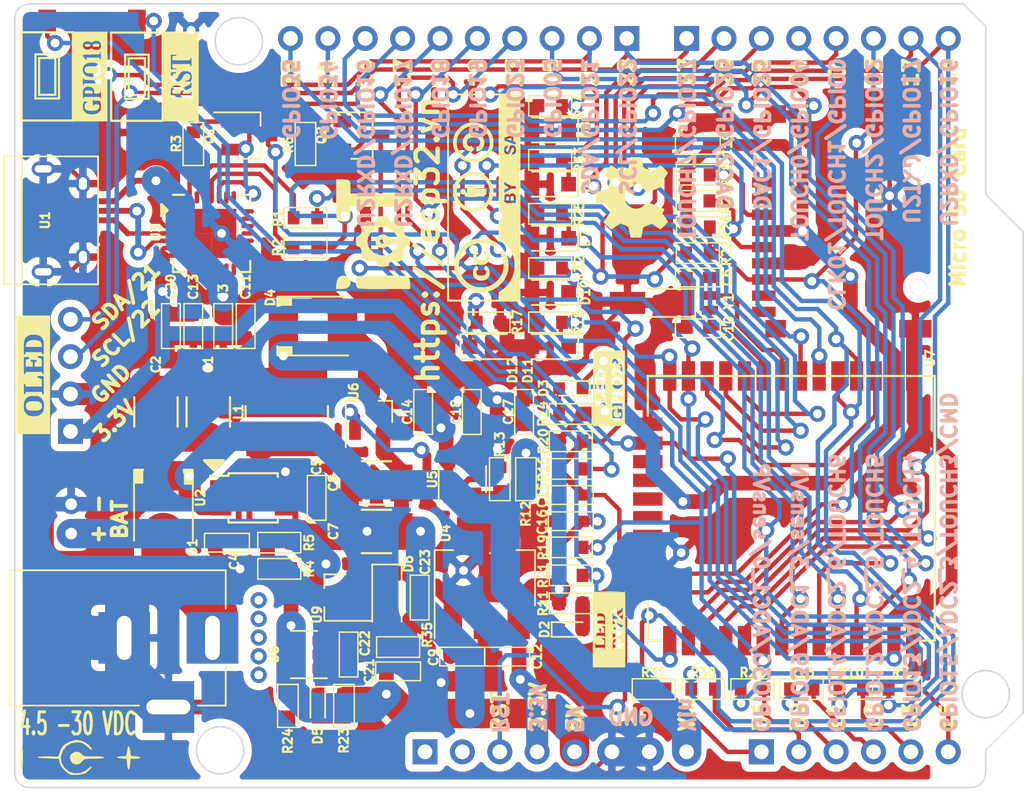
<source format=kicad_pcb>
(kicad_pcb (version 20171130) (host pcbnew "(5.1.12)-1")
  (layers (0 F.Cu signal) (31 B.Cu signal) (34 B.Paste user hide) (35 F.Paste user hide) (36 B.SilkS user hide) (37 F.SilkS user hide) (38 B.Mask user hide) (39 F.Mask user hide) (44 Edge.Cuts user))
  (net 0 "")
  (net 1 GND)
  (net 2 Vin)
  (net 3 VCC)
  (net 4 "Net-(C4-Pad1)")
  (net 5 "Net-(C5-Pad1)")
  (net 6 "Net-(C5-Pad2)")
  (net 7 IO32)
  (net 8 +5V)
  (net 9 IO33)
  (net 10 +3V3)
  (net 11 EN)
  (net 12 "Net-(C16-Pad1)")
  (net 13 "Net-(CON1-Pad1)")
  (net 14 "Net-(D2-Pad2)")
  (net 15 IO23)
  (net 16 "Net-(D3-Pad2)")
  (net 17 TXD_CP2102)
  (net 18 RXD_CP2102)
  (net 19 IO0)
  (net 20 IO18)
  (net 21 IO19)
  (net 22 IO5)
  (net 23 RXD)
  (net 24 TXD)
  (net 25 "Net-(R4-Pad2)")
  (net 26 "Net-(R12-Pad1)")
  (net 27 "Net-(R16-Pad2)")
  (net 28 IO2/DATA0)
  (net 29 IO14/CLK)
  (net 30 IO15/CMD)
  (net 31 IO13)
  (net 32 IO12)
  (net 33 D+)
  (net 34 D-)
  (net 35 "Net-(U5-Pad1)")
  (net 36 IO22/SCL)
  (net 37 IO21/SDA)
  (net 38 A5/IO15)
  (net 39 ADC1_0/IO36)
  (net 40 A0/IO36)
  (net 41 A1/IO39)
  (net 42 ADC1_3/IO39)
  (net 43 A2/IO14)
  (net 44 A3/IO12)
  (net 45 A4/IO13)
  (net 46 IO25)
  (net 47 IO26)
  (net 48 IO27)
  (net 49 IO34)
  (net 50 IO35)
  (net 51 DTR)
  (net 52 RTS)
  (net 53 ADC2_0/IO4)
  (net 54 "Net-(Q1-Pad1)")
  (net 55 "Net-(Q2-Pad1)")
  (net 56 IO16/U2RXD)
  (net 57 IO17/U2TXD)
  (net 58 +5VD)
  (net 59 "Net-(BAT1-Pad1)")
  (net 60 "Net-(D5-Pad1)")
  (net 61 "Net-(D5-Pad2)")
  (net 62 "Net-(R24-Pad2)")
  (net 63 "Net-(P1-Pad1)")
  (net 64 "Net-(P1-Pad2)")
  (net 65 "Net-(S1-Pad8)")
  (net 66 "Net-(S1-Pad1)")
  (net 67 "Net-(S1-Pad2)")
  (net 68 "Net-(U1-Pad4)")
  (net 69 DSR)
  (net 70 CTS)
  (net 71 "Net-(U3-Pad22)")
  (net 72 "Net-(U3-Pad21)")
  (net 73 "Net-(U3-Pad20)")
  (net 74 "Net-(U3-Pad19)")
  (net 75 "Net-(U3-Pad18)")
  (net 76 "Net-(U3-Pad17)")
  (net 77 "Net-(U3-Pad16)")
  (net 78 "Net-(U3-Pad15)")
  (net 79 "Net-(U3-Pad14)")
  (net 80 "Net-(U3-Pad13)")
  (net 81 "Net-(U3-Pad12)")
  (net 82 "Net-(U3-Pad11)")
  (net 83 "Net-(U3-Pad10)")
  (net 84 "Net-(U3-Pad9)")
  (net 85 RI)
  (net 86 DCD)
  (net 87 "Net-(U7-Pad32)")
  (net 88 U1RXD/GPIO9)
  (net 89 U1TXD/GPIO10)
  (net 90 CMD/IO11)
  (net 91 CLK/GPIO6)
  (net 92 SD0/IO07)
  (net 93 SD1/IO08)
  (module Pin_Headers:Pin_Header_Straight_2x01_Pitch2.00mm (layer F.Cu) (at 116.4082 104.7938 90)
    (fp_text reference BAT1 hide)
    (fp_text value BAT)
    (pad 2 thru_hole oval (at 2 0 90) (size 1.35 1.35) (drill 0.8) (layers *.Cu *.Mask) (net 1 GND))
    (pad 1 thru_hole rect (at 0 0 90) (size 1.35 1.35) (drill 0.8) (layers *.Cu *.Mask) (net 59 "Net-(BAT1-Pad1)"))
  )
  (module Pin_Headers:Pin_Header_Straight_1x04_Pitch2.54mm (layer F.Cu) (at 116.367739 97.840087 180)
    (fp_text reference P5 hide)
    (fp_text value OLED hide)
    (pad 4 thru_hole oval (at 0 7.62 180) (size 1.7 1.7) (drill 1) (layers *.Cu *.Mask) (net 37 IO21/SDA))
    (pad 3 thru_hole oval (at 0 5.08 180) (size 1.7 1.7) (drill 1) (layers *.Cu *.Mask) (net 36 IO22/SCL))
    (pad 2 thru_hole oval (at 0 2.54 180) (size 1.7 1.7) (drill 1) (layers *.Cu *.Mask) (net 1 GND))
    (pad 1 thru_hole rect (at 0 0 180) (size 1.7 1.7) (drill 1) (layers *.Cu *.Mask) (net 10 +3V3))
  )
  (module Wire_Pads:SolderWirePad_single_1mmDrill (layer F.Cu) (at 157.8737 106.0958)
    (fp_text reference REF** hide)
    (fp_text value SolderWirePad_single_1mmDrill hide)
    (pad 1 thru_hole circle (at 0 0) (size 1.1 1.1) (drill 0.6) (layers *.Cu *.Mask) (net 1 GND))
  )
  (module Wire_Pads:SolderWirePad_single_1mmDrill (layer F.Cu) (at 143.0782 107.3023)
    (fp_text reference REF** hide)
    (fp_text value SolderWirePad_single_1mmDrill hide)
    (pad 1 thru_hole circle (at 0 0) (size 1.1 1.1) (drill 0.6) (layers *.Cu *.Mask) (net 1 GND))
  )
  (module Wire_Pads:SolderWirePad_single_1mmDrill (layer F.Cu) (at 126.6317 84.3788)
    (fp_text reference REF** hide)
    (fp_text value SolderWirePad_single_1mmDrill hide)
    (pad 1 thru_hole circle (at 0 0) (size 1.1 1.1) (drill 0.6) (layers *.Cu *.Mask) (net 1 GND))
  )
  (module Wire_Pads:SolderWirePad_single_1mmDrill (layer F.Cu) (at 124.5616 70.5612)
    (fp_text reference REF** hide)
    (fp_text value SolderWirePad_single_1mmDrill hide)
    (pad 1 thru_hole circle (at 0 0) (size 1.1 1.1) (drill 0.6) (layers *.Cu *.Mask) (net 1 GND))
  )
  (module Wire_Pads:SolderWirePad_single_1mmDrill (layer F.Cu) (at 172.0342 81.8134)
    (fp_text reference REF** hide)
    (fp_text value SolderWirePad_single_1mmDrill hide)
    (pad 1 thru_hole circle (at 0 0) (size 1.1 1.1) (drill 0.6) (layers *.Cu *.Mask) (net 1 GND))
  )
  (module Pin_Headers:Pin_Header_Straight_1x06_Pitch2.54mm (layer F.Cu) (at 163.322 119.634 90)
    (fp_text reference P3 hide)
    (fp_text value ADC hide)
    (pad 6 thru_hole oval (at 0 12.7 90) (size 1.7 1.7) (drill 1) (layers *.Cu *.Mask) (net 38 A5/IO15))
    (pad 5 thru_hole oval (at 0 10.16 90) (size 1.7 1.7) (drill 1) (layers *.Cu *.Mask) (net 45 A4/IO13))
    (pad 4 thru_hole oval (at 0 7.62 90) (size 1.7 1.7) (drill 1) (layers *.Cu *.Mask) (net 44 A3/IO12))
    (pad 3 thru_hole oval (at 0 5.08 90) (size 1.7 1.7) (drill 1) (layers *.Cu *.Mask) (net 43 A2/IO14))
    (pad 2 thru_hole oval (at 0 2.54 90) (size 1.7 1.7) (drill 1) (layers *.Cu *.Mask) (net 41 A1/IO39))
    (pad 1 thru_hole rect (at 0 0 90) (size 1.7 1.7) (drill 1) (layers *.Cu *.Mask) (net 40 A0/IO36))
  )
  (module Pin_Headers:Pin_Header_Straight_1x08_Pitch2.54mm (layer F.Cu) (at 140.462 119.634 90)
    (fp_text reference P1 hide)
    (fp_text value GPIO hide)
    (pad 1 thru_hole rect (at 0 0 90) (size 1.7 1.7) (drill 1) (layers *.Cu *.Mask) (net 63 "Net-(P1-Pad1)"))
    (pad 2 thru_hole oval (at 0 2.54 90) (size 1.7 1.7) (drill 1) (layers *.Cu *.Mask) (net 64 "Net-(P1-Pad2)"))
    (pad 3 thru_hole oval (at 0 5.08 90) (size 1.7 1.7) (drill 1) (layers *.Cu *.Mask) (net 11 EN))
    (pad 4 thru_hole oval (at 0 7.62 90) (size 1.7 1.7) (drill 1) (layers *.Cu *.Mask) (net 10 +3V3))
    (pad 5 thru_hole oval (at 0 10.16 90) (size 1.7 1.7) (drill 1) (layers *.Cu *.Mask) (net 8 +5V))
    (pad 6 thru_hole oval (at 0 12.7 90) (size 1.7 1.7) (drill 1) (layers *.Cu *.Mask) (net 1 GND))
    (pad 7 thru_hole oval (at 0 15.24 90) (size 1.7 1.7) (drill 1) (layers *.Cu *.Mask) (net 1 GND))
    (pad 8 thru_hole oval (at 0 17.78 90) (size 1.7 1.7) (drill 1) (layers *.Cu *.Mask) (net 2 Vin))
  )
  (module LEDs:LED_0603 (layer F.Cu) (at 150.368 94.9071 180)
    (fp_text reference D3 (at 1.8415 0 270) (layer F.SilkS) (effects (font (size 0.6 0.6))))
    (fp_text value LED_IO23_W hide)
    (pad 1 smd rect (at -0.8 0) (size 0.8 0.8) (layers F.Cu F.Paste F.Mask) (net 15 IO23))
    (pad 2 smd rect (at 0.8 0) (size 0.8 0.8) (layers F.Cu F.Paste F.Mask) (net 16 "Net-(D3-Pad2)"))
  )
  (module Diodes_SMD:D_SOD-323_HandSoldering (layer F.Cu) (at 148.971 81.026 180)
    (fp_text reference D9 (at -2.3876 0 270) (layer F.SilkS) (effects (font (size 0.6 0.6))))
    (fp_text value D_Zener_3.3V hide)
    (pad 1 smd rect (at -1.25 0 180) (size 1 1) (layers F.Cu F.Paste F.Mask) (net 42 ADC1_3/IO39))
    (pad 2 smd rect (at 1.25 0 180) (size 1 1) (layers F.Cu F.Paste F.Mask) (net 1 GND))
  )
  (module footprint:R_0603 (layer F.Cu) (at 166.0652 115.3668)
    (fp_text reference R15 (at 0 -1.1176 180) (layer F.SilkS) (effects (font (size 0.6 0.6))))
    (fp_text value 33R/1% hide)
    (pad 1 smd rect (at -0.799999 0) (size 0.8 0.9) (layers F.Cu F.Paste F.Mask) (net 32 IO12))
    (pad 2 smd rect (at 0.799999 0) (size 0.8 0.9) (layers F.Cu F.Paste F.Mask) (net 44 A3/IO12))
  )
  (module footprint:ESP-WROOM-32 (layer F.Cu) (at 168.3512 103.0732 270)
    (fp_text reference U7 (at -10.1981 -6.4389 270) (layer F.SilkS) (effects (font (size 0.6 0.6))))
    (fp_text value ESP32 hide)
    (pad 1 smd rect (at -9 -5.25 270) (size 2 0.9) (layers F.Cu F.Paste F.Mask) (net 1 GND))
    (pad 2 smd rect (at -9 -3.98 270) (size 2 0.9) (layers F.Cu F.Paste F.Mask) (net 10 +3V3))
    (pad 3 smd rect (at -9 -2.71 270) (size 2 0.9) (layers F.Cu F.Paste F.Mask) (net 11 EN))
    (pad 4 smd rect (at -9 -1.44 270) (size 2 0.9) (layers F.Cu F.Paste F.Mask) (net 39 ADC1_0/IO36))
    (pad 5 smd rect (at -9 -0.17 270) (size 2 0.9) (layers F.Cu F.Paste F.Mask) (net 42 ADC1_3/IO39))
    (pad 6 smd rect (at -9 1.1 270) (size 2 0.9) (layers F.Cu F.Paste F.Mask) (net 49 IO34))
    (pad 7 smd rect (at -9 2.37 270) (size 2 0.9) (layers F.Cu F.Paste F.Mask) (net 50 IO35))
    (pad 8 smd rect (at -9 3.64 270) (size 2 0.9) (layers F.Cu F.Paste F.Mask) (net 7 IO32))
    (pad 9 smd rect (at -9 4.91 270) (size 2 0.9) (layers F.Cu F.Paste F.Mask) (net 9 IO33))
    (pad 10 smd rect (at -9 6.18 270) (size 2 0.9) (layers F.Cu F.Paste F.Mask) (net 46 IO25))
    (pad 11 smd rect (at -9 7.45 270) (size 2 0.9) (layers F.Cu F.Paste F.Mask) (net 47 IO26))
    (pad 12 smd rect (at -9 8.72 270) (size 2 0.9) (layers F.Cu F.Paste F.Mask) (net 48 IO27))
    (pad 13 smd rect (at -9 9.99 270) (size 2 0.9) (layers F.Cu F.Paste F.Mask) (net 29 IO14/CLK))
    (pad 14 smd rect (at -9 11.26 270) (size 2 0.9) (layers F.Cu F.Paste F.Mask) (net 32 IO12))
    (pad 38 smd rect (at 9 -5.25 270) (size 2 0.9) (layers F.Cu F.Paste F.Mask) (net 1 GND))
    (pad 25 smd rect (at 9 11.26 270) (size 2 0.9) (layers F.Cu F.Paste F.Mask) (net 19 IO0))
    (pad 26 smd rect (at 9 9.99 270) (size 2 0.9) (layers F.Cu F.Paste F.Mask) (net 53 ADC2_0/IO4))
    (pad 27 smd rect (at 9 8.72 270) (size 2 0.9) (layers F.Cu F.Paste F.Mask) (net 56 IO16/U2RXD))
    (pad 28 smd rect (at 9 7.45 270) (size 2 0.9) (layers F.Cu F.Paste F.Mask) (net 57 IO17/U2TXD))
    (pad 29 smd rect (at 9 6.18 270) (size 2 0.9) (layers F.Cu F.Paste F.Mask) (net 22 IO5))
    (pad 30 smd rect (at 9 4.91 270) (size 2 0.9) (layers F.Cu F.Paste F.Mask) (net 20 IO18))
    (pad 31 smd rect (at 9 3.64 270) (size 2 0.9) (layers F.Cu F.Paste F.Mask) (net 21 IO19))
    (pad 32 smd rect (at 9 2.37 270) (size 2 0.9) (layers F.Cu F.Paste F.Mask) (net 87 "Net-(U7-Pad32)"))
    (pad 33 smd rect (at 9 1.1 270) (size 2 0.9) (layers F.Cu F.Paste F.Mask) (net 37 IO21/SDA))
    (pad 34 smd rect (at 9 -0.17 270) (size 2 0.9) (layers F.Cu F.Paste F.Mask) (net 23 RXD))
    (pad 35 smd rect (at 9 -1.44 270) (size 2 0.9) (layers F.Cu F.Paste F.Mask) (net 24 TXD))
    (pad 36 smd rect (at 9 -2.71 270) (size 2 0.9) (layers F.Cu F.Paste F.Mask) (net 36 IO22/SCL))
    (pad 37 smd rect (at 9 -3.98 270) (size 2 0.9) (layers F.Cu F.Paste F.Mask) (net 15 IO23))
    (pad 15 smd rect (at -5.715 12.75) (size 2 0.9) (layers F.Cu F.Paste F.Mask) (net 1 GND))
    (pad 16 smd rect (at -4.43 12.75) (size 2 0.9) (layers F.Cu F.Paste F.Mask) (net 31 IO13))
    (pad 17 smd rect (at -3.175 12.75) (size 2 0.9) (layers F.Cu F.Paste F.Mask) (net 88 U1RXD/GPIO9))
    (pad 18 smd rect (at -1.905 12.75) (size 2 0.9) (layers F.Cu F.Paste F.Mask) (net 89 U1TXD/GPIO10))
    (pad 19 smd rect (at -0.635 12.75) (size 2 0.9) (layers F.Cu F.Paste F.Mask) (net 90 CMD/IO11))
    (pad 20 smd rect (at 0.635 12.75) (size 2 0.9) (layers F.Cu F.Paste F.Mask) (net 91 CLK/GPIO6))
    (pad 21 smd rect (at 1.905 12.75) (size 2 0.9) (layers F.Cu F.Paste F.Mask) (net 92 SD0/IO07))
    (pad 22 smd rect (at 3.175 12.75) (size 2 0.9) (layers F.Cu F.Paste F.Mask) (net 93 SD1/IO08))
    (pad 23 smd rect (at 4.445 12.75) (size 2 0.9) (layers F.Cu F.Paste F.Mask) (net 30 IO15/CMD))
    (pad 24 smd rect (at 5.715 12.75) (size 2 0.9) (layers F.Cu F.Paste F.Mask) (net 28 IO2/DATA0))
  )
  (module Pin_Headers:Pin_Header_Straight_1x08_Pitch2.54mm (layer F.Cu) (at 158.242 71.12 90)
    (fp_text reference P2 hide)
    (fp_text value GPIO hide)
    (pad 1 thru_hole rect (at 0 0 90) (size 1.7 1.7) (drill 1) (layers *.Cu *.Mask) (net 48 IO27))
    (pad 2 thru_hole oval (at 0 2.54 90) (size 1.7 1.7) (drill 1) (layers *.Cu *.Mask) (net 47 IO26))
    (pad 3 thru_hole oval (at 0 5.08 90) (size 1.7 1.7) (drill 1) (layers *.Cu *.Mask) (net 46 IO25))
    (pad 4 thru_hole oval (at 0 7.62 90) (size 1.7 1.7) (drill 1) (layers *.Cu *.Mask) (net 53 ADC2_0/IO4))
    (pad 5 thru_hole oval (at 0 10.16 90) (size 1.7 1.7) (drill 1) (layers *.Cu *.Mask) (net 19 IO0))
    (pad 6 thru_hole oval (at 0 12.7 90) (size 1.7 1.7) (drill 1) (layers *.Cu *.Mask) (net 28 IO2/DATA0))
    (pad 7 thru_hole oval (at 0 15.24 90) (size 1.7 1.7) (drill 1) (layers *.Cu *.Mask) (net 57 IO17/U2TXD))
    (pad 8 thru_hole oval (at 0 17.78 90) (size 1.7 1.7) (drill 1) (layers *.Cu *.Mask) (net 56 IO16/U2RXD))
  )
  (module Pin_Headers:Pin_Header_Straight_1x10_Pitch2.54mm (layer F.Cu) (at 154.178 71.12 270)
    (fp_text reference P4 hide)
    (fp_text value GPIO hide)
    (pad 1 thru_hole rect (at 0 0 270) (size 1.7 1.7) (drill 1) (layers *.Cu *.Mask) (net 36 IO22/SCL))
    (pad 2 thru_hole oval (at 0 2.54 270) (size 1.7 1.7) (drill 1) (layers *.Cu *.Mask) (net 37 IO21/SDA))
    (pad 3 thru_hole oval (at 0 5.08 270) (size 1.7 1.7) (drill 1) (layers *.Cu *.Mask) (net 22 IO5))
    (pad 4 thru_hole oval (at 0 7.62 270) (size 1.7 1.7) (drill 1) (layers *.Cu *.Mask) (net 15 IO23))
    (pad 5 thru_hole oval (at 0 10.16 270) (size 1.7 1.7) (drill 1) (layers *.Cu *.Mask) (net 21 IO19))
    (pad 6 thru_hole oval (at 0 12.7 270) (size 1.7 1.7) (drill 1) (layers *.Cu *.Mask) (net 20 IO18))
    (pad 7 thru_hole oval (at 0 15.24 270) (size 1.7 1.7) (drill 1) (layers *.Cu *.Mask) (net 57 IO17/U2TXD))
    (pad 8 thru_hole oval (at 0 17.78 270) (size 1.7 1.7) (drill 1) (layers *.Cu *.Mask) (net 56 IO16/U2RXD))
    (pad 9 thru_hole oval (at 0 20.32 270) (size 1.7 1.7) (drill 1) (layers *.Cu *.Mask) (net 49 IO34))
    (pad 10 thru_hole oval (at 0 22.86 270) (size 1.7 1.7) (drill 1) (layers *.Cu *.Mask) (net 50 IO35))
  )
  (module footprint:MicroSD_Push-Push-A (layer F.Cu) (at 163.49 83.1108)
    (fp_text reference S1 (at 12.8114 0.0742 90) (layer F.SilkS) (effects (font (size 0.6 0.6))))
    (fp_text value SD_CARD hide)
    (pad 3 smd rect (at 0 0) (size 1.6 0.7) (layers F.Cu F.Paste F.Mask) (net 30 IO15/CMD))
    (pad 4 smd rect (at 0 1.1) (size 1.6 0.7) (layers F.Cu F.Paste F.Mask) (net 10 +3V3))
    (pad 5 smd rect (at 0 2.2) (size 1.6 0.7) (layers F.Cu F.Paste F.Mask) (net 29 IO14/CLK))
    (pad 6 smd rect (at 0 3.3) (size 1.6 0.7) (layers F.Cu F.Paste F.Mask) (net 1 GND))
    (pad 7 smd rect (at 0 4.4) (size 1.6 0.7) (layers F.Cu F.Paste F.Mask) (net 28 IO2/DATA0))
    (pad 8 smd rect (at 0 5.5) (size 1.6 0.7) (layers F.Cu F.Paste F.Mask) (net 65 "Net-(S1-Pad8)"))
    (pad 9 smd rect (at 0 6.6) (size 1.6 0.7) (layers F.Cu F.Paste F.Mask))
    (pad 1 smd rect (at 0 -2.2) (size 1.6 0.7) (layers F.Cu F.Paste F.Mask) (net 66 "Net-(S1-Pad1)"))
    (pad 2 smd rect (at 0 -1.1) (size 1.6 0.7) (layers F.Cu F.Paste F.Mask) (net 67 "Net-(S1-Pad2)"))
    (pad 10 smd rect (at 0.8 7.75) (size 1.4 1.2) (layers F.Cu F.Paste F.Mask))
    (pad 12 smd rect (at 0.8 -6.85) (size 1.4 1.2) (layers F.Cu F.Paste F.Mask) (net 1 GND))
    (pad 11 smd rect (at 10.3 7.75) (size 2.2 1.2) (layers F.Cu F.Paste F.Mask) (net 1 GND))
    (pad 11 smd rect (at 10.3 -7.75) (size 2.2 1.2) (layers F.Cu F.Paste F.Mask) (net 1 GND))
    (pad "" thru_hole circle (at 10.5 -3.05) (size 1.1 1.1) (drill 1.1) (layers *.Cu *.Mask))
    (pad "" thru_hole circle (at 10.5 4.93) (size 1.1 1.1) (drill 1.1) (layers *.Cu *.Mask))
  )
  (module footprint:do214aa-g (layer F.Cu) (at 132.842 90.678)
    (fp_text reference D4 (at -2.8956 -1.9304 90) (layer F.SilkS) (effects (font (size 0.6 0.6))))
    (fp_text value SS34 hide)
    (pad 1 smd rect (at -2.00914 0) (size 1.99898 2.30124) (layers F.Cu F.Paste F.Mask) (net 8 +5V))
    (pad 2 smd rect (at 2.00914 0) (size 1.99898 2.30124) (layers F.Cu F.Paste F.Mask) (net 3 VCC))
  )
  (module footprint:do214aa-g (layer F.Cu) (at 122.682 102.87 270)
    (fp_text reference D1 (at 2.8448 -1.9812 270) (layer F.SilkS) (effects (font (size 0.6 0.6))))
    (fp_text value SS34 hide)
    (pad 2 smd rect (at 2.00914 0 270) (size 1.99898 2.30124) (layers F.Cu F.Paste F.Mask) (net 13 "Net-(CON1-Pad1)"))
    (pad 1 smd rect (at -2.00914 0 270) (size 1.99898 2.30124) (layers F.Cu F.Paste F.Mask) (net 2 Vin))
  )
  (module footprint:C_1210 (layer F.Cu) (at 137.16 104.648 180)
    (fp_text reference C7 (at 2.921 0 270) (layer F.SilkS) (effects (font (size 0.6 0.6))))
    (fp_text value 10uF/25V hide)
    (pad 1 smd rect (at -1.7 0 180) (size 1.5 2.5) (layers F.Cu F.Paste F.Mask) (net 8 +5V))
    (pad 2 smd rect (at 1.7 0 180) (size 1.5 2.5) (layers F.Cu F.Paste F.Mask) (net 1 GND))
  )
  (module footprint:C_0603 (layer F.Cu) (at 124.714 90.678 270)
    (fp_text reference C13 (at -2.667 0 270) (layer F.SilkS) (effects (font (size 0.6 0.6))))
    (fp_text value 1uF hide)
    (pad 2 smd rect (at 0.799999 0 270) (size 0.9 0.75) (layers F.Cu F.Paste F.Mask) (net 1 GND))
    (pad 1 smd rect (at -0.799999 0 270) (size 0.9 0.75) (layers F.Cu F.Paste F.Mask) (net 10 +3V3))
  )
  (module Housings_DFN_QFN:QFN-28-1EP_5x5mm_Pitch0.5mm (layer F.Cu) (at 125.9586 84.3788)
    (fp_text reference U3 (at -3.7846 -0.0508 90) (layer F.SilkS) (effects (font (size 0.6 0.6))))
    (fp_text value CP2102 hide)
    (pad 29 smd rect (at -0.8375 -0.8375) (size 1.675 1.675) (layers F.Cu F.Paste F.Mask))
    (pad 29 smd rect (at -0.8375 0.8375) (size 1.675 1.675) (layers F.Cu F.Paste F.Mask))
    (pad 29 smd rect (at 0.8375 -0.8375) (size 1.675 1.675) (layers F.Cu F.Paste F.Mask))
    (pad 29 smd rect (at 0.8375 0.8375) (size 1.675 1.675) (layers F.Cu F.Paste F.Mask))
    (pad 28 smd oval (at -1.5 -2.45 90) (size 0.85 0.3) (layers F.Cu F.Paste F.Mask) (net 51 DTR))
    (pad 27 smd oval (at -1 -2.45 90) (size 0.85 0.3) (layers F.Cu F.Paste F.Mask) (net 69 DSR))
    (pad 26 smd oval (at -0.5 -2.45 90) (size 0.85 0.3) (layers F.Cu F.Paste F.Mask) (net 17 TXD_CP2102))
    (pad 25 smd oval (at 0 -2.45 90) (size 0.85 0.3) (layers F.Cu F.Paste F.Mask) (net 18 RXD_CP2102))
    (pad 24 smd oval (at 0.5 -2.45 90) (size 0.85 0.3) (layers F.Cu F.Paste F.Mask) (net 52 RTS))
    (pad 23 smd oval (at 1 -2.45 90) (size 0.85 0.3) (layers F.Cu F.Paste F.Mask) (net 70 CTS))
    (pad 22 smd oval (at 1.5 -2.45 90) (size 0.85 0.3) (layers F.Cu F.Paste F.Mask) (net 71 "Net-(U3-Pad22)"))
    (pad 21 smd oval (at 2.45 -1.5) (size 0.85 0.3) (layers F.Cu F.Paste F.Mask) (net 72 "Net-(U3-Pad21)"))
    (pad 20 smd oval (at 2.45 -1) (size 0.85 0.3) (layers F.Cu F.Paste F.Mask) (net 73 "Net-(U3-Pad20)"))
    (pad 19 smd oval (at 2.45 -0.5) (size 0.85 0.3) (layers F.Cu F.Paste F.Mask) (net 74 "Net-(U3-Pad19)"))
    (pad 18 smd oval (at 2.45 0) (size 0.85 0.3) (layers F.Cu F.Paste F.Mask) (net 75 "Net-(U3-Pad18)"))
    (pad 17 smd oval (at 2.45 0.5) (size 0.85 0.3) (layers F.Cu F.Paste F.Mask) (net 76 "Net-(U3-Pad17)"))
    (pad 16 smd oval (at 2.45 1) (size 0.85 0.3) (layers F.Cu F.Paste F.Mask) (net 77 "Net-(U3-Pad16)"))
    (pad 15 smd oval (at 2.45 1.5) (size 0.85 0.3) (layers F.Cu F.Paste F.Mask) (net 78 "Net-(U3-Pad15)"))
    (pad 14 smd oval (at 1.5 2.45 90) (size 0.85 0.3) (layers F.Cu F.Paste F.Mask) (net 79 "Net-(U3-Pad14)"))
    (pad 13 smd oval (at 1 2.45 90) (size 0.85 0.3) (layers F.Cu F.Paste F.Mask) (net 80 "Net-(U3-Pad13)"))
    (pad 12 smd oval (at 0.5 2.45 90) (size 0.85 0.3) (layers F.Cu F.Paste F.Mask) (net 81 "Net-(U3-Pad12)"))
    (pad 11 smd oval (at 0 2.45 90) (size 0.85 0.3) (layers F.Cu F.Paste F.Mask) (net 82 "Net-(U3-Pad11)"))
    (pad 10 smd oval (at -0.5 2.45 90) (size 0.85 0.3) (layers F.Cu F.Paste F.Mask) (net 83 "Net-(U3-Pad10)"))
    (pad 9 smd oval (at -1 2.45 90) (size 0.85 0.3) (layers F.Cu F.Paste F.Mask) (net 84 "Net-(U3-Pad9)"))
    (pad 8 smd oval (at -1.5 2.45 90) (size 0.85 0.3) (layers F.Cu F.Paste F.Mask) (net 3 VCC))
    (pad 7 smd oval (at -2.45 1.5) (size 0.85 0.3) (layers F.Cu F.Paste F.Mask) (net 10 +3V3))
    (pad 6 smd oval (at -2.45 1) (size 0.85 0.3) (layers F.Cu F.Paste F.Mask) (net 10 +3V3))
    (pad 5 smd oval (at -2.45 0.5) (size 0.85 0.3) (layers F.Cu F.Paste F.Mask) (net 34 D-))
    (pad 4 smd oval (at -2.45 0) (size 0.85 0.3) (layers F.Cu F.Paste F.Mask) (net 33 D+))
    (pad 3 smd oval (at -2.45 -0.5) (size 0.85 0.3) (layers F.Cu F.Paste F.Mask) (net 1 GND))
    (pad 2 smd oval (at -2.45 -1) (size 0.85 0.3) (layers F.Cu F.Paste F.Mask) (net 85 RI))
    (pad 1 smd oval (at -2.45 -1.5) (size 0.85 0.3) (layers F.Cu F.Paste F.Mask) (net 86 DCD))
  )
  (module footprint:C_1210 (layer F.Cu) (at 125.73 96.52 90)
    (fp_text reference C1 (at 3.2258 0 90) (layer F.SilkS) (effects (font (size 0.6 0.6))))
    (fp_text value 10uF/50V hide)
    (pad 2 smd rect (at 1.7 0 90) (size 1.5 2.5) (layers F.Cu F.Paste F.Mask) (net 1 GND))
    (pad 1 smd rect (at -1.7 0 90) (size 1.5 2.5) (layers F.Cu F.Paste F.Mask) (net 2 Vin))
  )
  (module footprint:C_1210 (layer F.Cu) (at 122.174 96.52 90)
    (fp_text reference C2 (at 3.2258 0 90) (layer F.SilkS) (effects (font (size 0.6 0.6))))
    (fp_text value 10uF/50V hide)
    (pad 2 smd rect (at 1.7 0 90) (size 1.5 2.5) (layers F.Cu F.Paste F.Mask) (net 1 GND))
    (pad 1 smd rect (at -1.7 0 90) (size 1.5 2.5) (layers F.Cu F.Paste F.Mask) (net 2 Vin))
  )
  (module footprint:C_0603 (layer F.Cu) (at 126.746 90.678 270)
    (fp_text reference C3 (at -2.286 0 270) (layer F.SilkS) (effects (font (size 0.6 0.6))))
    (fp_text value 10uF hide)
    (pad 1 smd rect (at -0.799999 0 270) (size 0.9 0.75) (layers F.Cu F.Paste F.Mask) (net 3 VCC))
    (pad 2 smd rect (at 0.799999 0 270) (size 0.9 0.75) (layers F.Cu F.Paste F.Mask) (net 1 GND))
  )
  (module footprint:C_0603 (layer F.Cu) (at 127 105.41 180)
    (fp_text reference C4 (at -0.508 -1.27 270) (layer F.SilkS) (effects (font (size 0.6 0.6))))
    (fp_text value 1uF hide)
    (pad 2 smd rect (at 0.799999 0 180) (size 0.9 0.75) (layers F.Cu F.Paste F.Mask) (net 1 GND))
    (pad 1 smd rect (at -0.799999 0 180) (size 0.9 0.75) (layers F.Cu F.Paste F.Mask) (net 4 "Net-(C4-Pad1)"))
  )
  (module footprint:C_0603 (layer F.Cu) (at 133.096 102.362 270)
    (fp_text reference C5 (at -2.1336 0 90) (layer F.SilkS) (effects (font (size 0.6 0.6))))
    (fp_text value 100nF hide)
    (pad 1 smd rect (at -0.799999 0 270) (size 0.9 0.75) (layers F.Cu F.Paste F.Mask) (net 5 "Net-(C5-Pad1)"))
    (pad 2 smd rect (at 0.799999 0 270) (size 0.9 0.75) (layers F.Cu F.Paste F.Mask) (net 6 "Net-(C5-Pad2)"))
  )
  (module footprint:C_0603 (layer F.Cu) (at 159.004 87.376 180)
    (fp_text reference C6 (at -2.0066 0 90) (layer F.SilkS) (effects (font (size 0.6 0.6))))
    (fp_text value 27pF/50V hide)
    (pad 2 smd rect (at 0.799999 0 180) (size 0.9 0.75) (layers F.Cu F.Paste F.Mask) (net 1 GND))
    (pad 1 smd rect (at -0.799999 0 180) (size 0.9 0.75) (layers F.Cu F.Paste F.Mask) (net 7 IO32))
  )
  (module footprint:C_1210 (layer F.Cu) (at 137.16 101.346 180)
    (fp_text reference C8 (at 2.921 0 270) (layer F.SilkS) (effects (font (size 0.6 0.6))))
    (fp_text value 10uF/25V hide)
    (pad 1 smd rect (at -1.7 0 180) (size 1.5 2.5) (layers F.Cu F.Paste F.Mask) (net 8 +5V))
    (pad 2 smd rect (at 1.7 0 180) (size 1.5 2.5) (layers F.Cu F.Paste F.Mask) (net 1 GND))
  )
  (module footprint:C_0603 (layer F.Cu) (at 142.9893 113.157)
    (fp_text reference C9 (at -1.9431 0.0508 90) (layer F.SilkS) (effects (font (size 0.6 0.6))))
    (fp_text value 1uF hide)
    (pad 2 smd rect (at 0.799999 0) (size 0.9 0.75) (layers F.Cu F.Paste F.Mask) (net 1 GND))
    (pad 1 smd rect (at -0.799999 0) (size 0.9 0.75) (layers F.Cu F.Paste F.Mask) (net 58 +5VD))
  )
  (module footprint:C_0603 (layer F.Cu) (at 159.004 90.8304 180)
    (fp_text reference C10 (at -2.100129 -0.021456 90) (layer F.SilkS) (effects (font (size 0.6 0.6))))
    (fp_text value 27pF/50V hide)
    (pad 2 smd rect (at 0.799999 0 180) (size 0.9 0.75) (layers F.Cu F.Paste F.Mask) (net 1 GND))
    (pad 1 smd rect (at -0.799999 0 180) (size 0.9 0.75) (layers F.Cu F.Paste F.Mask) (net 9 IO33))
  )
  (module footprint:C_0603 (layer F.Cu) (at 128.27 90.678 270)
    (fp_text reference C11 (at -2.667 0 270) (layer F.SilkS) (effects (font (size 0.6 0.6))))
    (fp_text value 1uF hide)
    (pad 2 smd rect (at 0.799999 0 270) (size 0.9 0.75) (layers F.Cu F.Paste F.Mask) (net 1 GND))
    (pad 1 smd rect (at -0.799999 0 270) (size 0.9 0.75) (layers F.Cu F.Paste F.Mask) (net 3 VCC))
  )
  (module footprint:C_0603 (layer F.Cu) (at 146.05 113.157 180)
    (fp_text reference C12 (at -2.032 0 270) (layer F.SilkS) (effects (font (size 0.6 0.6))))
    (fp_text value 1uF hide)
    (pad 1 smd rect (at -0.799999 0 180) (size 0.9 0.75) (layers F.Cu F.Paste F.Mask) (net 10 +3V3))
    (pad 2 smd rect (at 0.799999 0 180) (size 0.9 0.75) (layers F.Cu F.Paste F.Mask) (net 1 GND))
  )
  (module footprint:C_0603 (layer F.Cu) (at 140.335 96.52 90)
    (fp_text reference C14 (at 0 -1.0668 270) (layer F.SilkS) (effects (font (size 0.6 0.6))))
    (fp_text value 100nF hide)
    (pad 2 smd rect (at 0.799999 0 90) (size 0.9 0.75) (layers F.Cu F.Paste F.Mask) (net 1 GND))
    (pad 1 smd rect (at -0.799999 0 90) (size 0.9 0.75) (layers F.Cu F.Paste F.Mask) (net 8 +5V))
  )
  (module footprint:C_0603 (layer F.Cu) (at 150.368 102.1715 180)
    (fp_text reference C15 (at 1.9304 0 270) (layer F.SilkS) (effects (font (size 0.6 0.6))))
    (fp_text value 0.1uF/50V hide)
    (pad 2 smd rect (at 0.799999 0 180) (size 0.9 0.75) (layers F.Cu F.Paste F.Mask) (net 1 GND))
    (pad 1 smd rect (at -0.799999 0 180) (size 0.9 0.75) (layers F.Cu F.Paste F.Mask) (net 11 EN))
  )
  (module footprint:C_0603 (layer F.Cu) (at 150.368 103.9495 180)
    (fp_text reference C16 (at 1.9431 -0.0508 270) (layer F.SilkS) (effects (font (size 0.6 0.6))))
    (fp_text value 0.1uF/50V hide)
    (pad 1 smd rect (at -0.799999 0 180) (size 0.9 0.75) (layers F.Cu F.Paste F.Mask) (net 12 "Net-(C16-Pad1)"))
    (pad 2 smd rect (at 0.799999 0 180) (size 0.9 0.75) (layers F.Cu F.Paste F.Mask) (net 1 GND))
  )
  (module footprint:C_0603 (layer F.Cu) (at 147.193 96.52 90)
    (fp_text reference C17 (at 0 -1.0668 90) (layer F.SilkS) (effects (font (size 0.6 0.6))))
    (fp_text value 0.1uF hide)
    (pad 2 smd rect (at 0.799999 0 90) (size 0.9 0.75) (layers F.Cu F.Paste F.Mask) (net 1 GND))
    (pad 1 smd rect (at -0.799999 0 90) (size 0.9 0.75) (layers F.Cu F.Paste F.Mask) (net 10 +3V3))
  )
  (module footprint:C_0603 (layer F.Cu) (at 143.637 96.52 90)
    (fp_text reference C18 (at 0 -1.0668 90) (layer F.SilkS) (effects (font (size 0.6 0.6))))
    (fp_text value 10uF hide)
    (pad 1 smd rect (at -0.799999 0 90) (size 0.9 0.75) (layers F.Cu F.Paste F.Mask) (net 10 +3V3))
    (pad 2 smd rect (at 0.799999 0 90) (size 0.9 0.75) (layers F.Cu F.Paste F.Mask) (net 1 GND))
  )
  (module footprint:C_0603 (layer F.Cu) (at 159.004 78.359 180)
    (fp_text reference C19 (at -2.0066 0 270) (layer F.SilkS) (effects (font (size 0.6 0.6))))
    (fp_text value 10uF/25V hide)
    (pad 1 smd rect (at -0.799999 0 180) (size 0.9 0.75) (layers F.Cu F.Paste F.Mask) (net 10 +3V3))
    (pad 2 smd rect (at 0.799999 0 180) (size 0.9 0.75) (layers F.Cu F.Paste F.Mask) (net 1 GND))
  )
  (module footprint:C_0603 (layer F.Cu) (at 123.19 90.678 270)
    (fp_text reference C20 (at -2.667 0 270) (layer F.SilkS) (effects (font (size 0.6 0.6))))
    (fp_text value 10uF hide)
    (pad 1 smd rect (at -0.799999 0 270) (size 0.9 0.75) (layers F.Cu F.Paste F.Mask) (net 10 +3V3))
    (pad 2 smd rect (at 0.799999 0 270) (size 0.9 0.75) (layers F.Cu F.Paste F.Mask) (net 1 GND))
  )
  (module Connectors:BARREL_JACK (layer F.Cu) (at 126.015 111.887)
    (fp_text reference CON1 hide)
    (fp_text value BARREL_JACK hide)
    (pad 3 thru_hole rect (at -3 4.7) (size 3.5 3.5) (drill oval 3 1) (layers *.Cu *.Mask) (net 1 GND))
    (pad 2 thru_hole rect (at -6 0) (size 3.5 3.5) (drill oval 1 3) (layers *.Cu *.Mask) (net 1 GND))
    (pad 1 thru_hole rect (at 0 0) (size 3.5 3.5) (drill oval 1 3) (layers *.Cu *.Mask) (net 13 "Net-(CON1-Pad1)"))
  )
  (module LEDs:LED_0603 (layer F.Cu) (at 150.368 111.3155)
    (fp_text reference D2 (at -1.778 0 90) (layer F.SilkS) (effects (font (size 0.6 0.6))))
    (fp_text value Led_PWR_G hide)
    (pad 2 smd rect (at 0.8 0 180) (size 0.8 0.8) (layers F.Cu F.Paste F.Mask) (net 14 "Net-(D2-Pad2)"))
    (pad 1 smd rect (at -0.8 0 180) (size 0.8 0.8) (layers F.Cu F.Paste F.Mask) (net 1 GND))
  )
  (module Choke_SMD:Choke_SMD_Wuerth-WE-PD2-Typ-MS (layer F.Cu) (at 131.064 96.52 90)
    (fp_text reference L1 (at 0 -3.2766 90) (layer F.SilkS) (effects (font (size 0.6 0.6))))
    (fp_text value 22uH hide)
    (pad 2 smd rect (at 1.9304 0 90) (size 2.14884 5.4991) (layers F.Cu F.Paste F.Mask) (net 8 +5V))
    (pad 1 smd rect (at -1.9304 0 90) (size 2.14884 5.4991) (layers F.Cu F.Paste F.Mask) (net 6 "Net-(C5-Pad2)"))
  )
  (module footprint:R_0603 (layer F.Cu) (at 132.334 83.312 180)
    (fp_text reference R1 (at 1.8796 -0.0254 270) (layer F.SilkS) (effects (font (size 0.6 0.6))))
    (fp_text value 470R hide)
    (pad 1 smd rect (at -0.799999 0 180) (size 0.8 0.9) (layers F.Cu F.Paste F.Mask) (net 23 RXD))
    (pad 2 smd rect (at 0.799999 0 180) (size 0.8 0.9) (layers F.Cu F.Paste F.Mask) (net 17 TXD_CP2102))
  )
  (module footprint:R_0603 (layer F.Cu) (at 132.334 85.344 180)
    (fp_text reference R2 (at 1.8796 0 90) (layer F.SilkS) (effects (font (size 0.6 0.6))))
    (fp_text value 470R hide)
    (pad 2 smd rect (at 0.799999 0 180) (size 0.8 0.9) (layers F.Cu F.Paste F.Mask) (net 18 RXD_CP2102))
    (pad 1 smd rect (at -0.799999 0 180) (size 0.8 0.9) (layers F.Cu F.Paste F.Mask) (net 24 TXD))
  )
  (module footprint:R_0603 (layer F.Cu) (at 130.556 107.188 180)
    (fp_text reference R4 (at -2.032 0 90) (layer F.SilkS) (effects (font (size 0.6 0.6))))
    (fp_text value 52.5K hide)
    (pad 1 smd rect (at -0.799999 0 180) (size 0.8 0.9) (layers F.Cu F.Paste F.Mask) (net 8 +5V))
    (pad 2 smd rect (at 0.799999 0 180) (size 0.8 0.9) (layers F.Cu F.Paste F.Mask) (net 25 "Net-(R4-Pad2)"))
  )
  (module footprint:R_0603 (layer F.Cu) (at 130.556 105.41)
    (fp_text reference R5 (at 2.032 0 90) (layer F.SilkS) (effects (font (size 0.6 0.6))))
    (fp_text value 10k hide)
    (pad 2 smd rect (at 0.799999 0) (size 0.8 0.9) (layers F.Cu F.Paste F.Mask) (net 1 GND))
    (pad 1 smd rect (at -0.799999 0) (size 0.8 0.9) (layers F.Cu F.Paste F.Mask) (net 25 "Net-(R4-Pad2)"))
  )
  (module footprint:R_0603 (layer F.Cu) (at 150.368 109.5375)
    (fp_text reference R11 (at -1.8796 0 90) (layer F.SilkS) (effects (font (size 0.6 0.6))))
    (fp_text value 470R hide)
    (pad 2 smd rect (at 0.799999 0) (size 0.8 0.9) (layers F.Cu F.Paste F.Mask) (net 14 "Net-(D2-Pad2)"))
    (pad 1 smd rect (at -0.799999 0) (size 0.8 0.9) (layers F.Cu F.Paste F.Mask) (net 10 +3V3))
  )
  (module footprint:R_0603 (layer F.Cu) (at 147.32 101.092 90)
    (fp_text reference R12 (at -2.3622 0 90) (layer F.SilkS) (effects (font (size 0.6 0.6))))
    (fp_text value 10k hide)
    (pad 2 smd rect (at 0.799999 0 90) (size 0.8 0.9) (layers F.Cu F.Paste F.Mask) (net 2 Vin))
    (pad 1 smd rect (at -0.799999 0 90) (size 0.8 0.9) (layers F.Cu F.Paste F.Mask) (net 26 "Net-(R12-Pad1)"))
  )
  (module footprint:R_0603 (layer F.Cu) (at 145.542 101.092 270)
    (fp_text reference R13 (at -2.3622 0 90) (layer F.SilkS) (effects (font (size 0.6 0.6))))
    (fp_text value 10k hide)
    (pad 1 smd rect (at -0.799999 0 270) (size 0.8 0.9) (layers F.Cu F.Paste F.Mask) (net 1 GND))
    (pad 2 smd rect (at 0.799999 0 270) (size 0.8 0.9) (layers F.Cu F.Paste F.Mask) (net 26 "Net-(R12-Pad1)"))
  )
  (module footprint:R_0603 (layer F.Cu) (at 150.368 96.6597 180)
    (fp_text reference R14 (at 1.905 0.0127 270) (layer F.SilkS) (effects (font (size 0.6 0.6))))
    (fp_text value 470R hide)
    (pad 2 smd rect (at 0.799999 0 180) (size 0.8 0.9) (layers F.Cu F.Paste F.Mask) (net 16 "Net-(D3-Pad2)"))
    (pad 1 smd rect (at -0.799999 0 180) (size 0.8 0.9) (layers F.Cu F.Paste F.Mask) (net 10 +3V3))
  )
  (module footprint:R_0603 (layer F.Cu) (at 150.368 100.3935)
    (fp_text reference R16 (at -1.8796 0 90) (layer F.SilkS) (effects (font (size 0.6 0.6))))
    (fp_text value 470R hide)
    (pad 1 smd rect (at -0.799999 0) (size 0.8 0.9) (layers F.Cu F.Paste F.Mask) (net 11 EN))
    (pad 2 smd rect (at 0.799999 0) (size 0.8 0.9) (layers F.Cu F.Paste F.Mask) (net 27 "Net-(R16-Pad2)"))
  )
  (module footprint:R_0603 (layer F.Cu) (at 150.368 105.7275 180)
    (fp_text reference R19 (at 1.8796 0 270) (layer F.SilkS) (effects (font (size 0.6 0.6))))
    (fp_text value 470R hide)
    (pad 1 smd rect (at -0.799999 0 180) (size 0.8 0.9) (layers F.Cu F.Paste F.Mask) (net 20 IO18))
    (pad 2 smd rect (at 0.799999 0 180) (size 0.8 0.9) (layers F.Cu F.Paste F.Mask) (net 12 "Net-(C16-Pad1)"))
  )
  (module footprint:R_0603 (layer F.Cu) (at 150.368 98.5139 180)
    (fp_text reference R20 (at 1.8669 0 270) (layer F.SilkS) (effects (font (size 0.6 0.6))))
    (fp_text value 10k hide)
    (pad 2 smd rect (at 0.799999 0 180) (size 0.8 0.9) (layers F.Cu F.Paste F.Mask) (net 10 +3V3))
    (pad 1 smd rect (at -0.799999 0 180) (size 0.8 0.9) (layers F.Cu F.Paste F.Mask) (net 11 EN))
  )
  (module footprint:R_0603 (layer F.Cu) (at 150.368 107.6325 180)
    (fp_text reference R21 (at 1.8796 0 270) (layer F.SilkS) (effects (font (size 0.6 0.6))))
    (fp_text value 10k/1% hide)
    (pad 1 smd rect (at -0.799999 0 180) (size 0.8 0.9) (layers F.Cu F.Paste F.Mask) (net 19 IO0))
    (pad 2 smd rect (at 0.799999 0 180) (size 0.8 0.9) (layers F.Cu F.Paste F.Mask) (net 10 +3V3))
  )
  (module footprint:R_0603 (layer F.Cu) (at 159.004 85.7123)
    (fp_text reference R22 (at 1.9558 0.0127 90) (layer F.SilkS) (effects (font (size 0.6 0.6))))
    (fp_text value 10k/1% hide)
    (pad 2 smd rect (at 0.799999 0) (size 0.8 0.9) (layers F.Cu F.Paste F.Mask) (net 28 IO2/DATA0))
    (pad 1 smd rect (at -0.799999 0) (size 0.8 0.9) (layers F.Cu F.Paste F.Mask) (net 19 IO0))
  )
  (module footprint:R_0603 (layer F.Cu) (at 159.0167 83.947 180)
    (fp_text reference R26 (at -1.9431 0 270) (layer F.SilkS) (effects (font (size 0.6 0.6))))
    (fp_text value 10k/1% hide)
    (pad 2 smd rect (at 0.799999 0 180) (size 0.8 0.9) (layers F.Cu F.Paste F.Mask) (net 10 +3V3))
    (pad 1 smd rect (at -0.799999 0 180) (size 0.8 0.9) (layers F.Cu F.Paste F.Mask) (net 28 IO2/DATA0))
  )
  (module footprint:R_0603 (layer F.Cu) (at 158.9913 82.169 180)
    (fp_text reference R27 (at -1.9431 0 270) (layer F.SilkS) (effects (font (size 0.6 0.6))))
    (fp_text value 10k/1% hide)
    (pad 1 smd rect (at -0.799999 0 180) (size 0.8 0.9) (layers F.Cu F.Paste F.Mask) (net 29 IO14/CLK))
    (pad 2 smd rect (at 0.799999 0 180) (size 0.8 0.9) (layers F.Cu F.Paste F.Mask) (net 10 +3V3))
  )
  (module footprint:R_0603 (layer F.Cu) (at 159.004 80.391 180)
    (fp_text reference R28 (at -1.9558 0 270) (layer F.SilkS) (effects (font (size 0.6 0.6))))
    (fp_text value 10k/1% hide)
    (pad 2 smd rect (at 0.799999 0 180) (size 0.8 0.9) (layers F.Cu F.Paste F.Mask) (net 10 +3V3))
    (pad 1 smd rect (at -0.799999 0 180) (size 0.8 0.9) (layers F.Cu F.Paste F.Mask) (net 30 IO15/CMD))
  )
  (module footprint:Tact_Switch_TS6X3.6 (layer F.Cu) (at 120.8786 73.7108 270)
    (fp_text reference SW1 hide)
    (fp_text value SW_EN hide)
    (pad 1 smd rect (at -3.8 0 270) (size 1.5 1.2) (layers F.Cu F.Paste F.Mask) (net 27 "Net-(R16-Pad2)"))
    (pad 2 smd rect (at 3.8 0 270) (size 1.5 1.2) (layers F.Cu F.Paste F.Mask) (net 1 GND))
  )
  (module footprint:Tact_Switch_TS6X3.6 (layer F.Cu) (at 114.7826 73.7108 90)
    (fp_text reference SW2 hide)
    (fp_text value SW_IO18 hide)
    (pad 2 smd rect (at 3.8 0 90) (size 1.5 1.2) (layers F.Cu F.Paste F.Mask) (net 12 "Net-(C16-Pad1)"))
    (pad 1 smd rect (at -3.8 0 90) (size 1.5 1.2) (layers F.Cu F.Paste F.Mask) (net 1 GND))
  )
  (module Connectors:USB_Micro-B (layer F.Cu) (at 115.859739 83.489087 270)
    (fp_text reference U1 (at 0 1.216245 270) (layer F.SilkS) (effects (font (size 0.6 0.6))))
    (fp_text value usb_mini_b hide)
    (pad 6 thru_hole oval (at 3.5 1.35) (size 1.55 1) (drill oval 1.15 0.5) (layers *.Cu *.Mask) (net 1 GND))
    (pad 6 thru_hole oval (at -3.5 1.35) (size 1.55 1) (drill oval 1.15 0.5) (layers *.Cu *.Mask) (net 1 GND))
    (pad 6 thru_hole oval (at 2.5 -1.35) (size 0.95 1.25) (drill oval 0.55 0.85) (layers *.Cu *.Mask) (net 1 GND))
    (pad 6 thru_hole oval (at -2.5 -1.35) (size 0.95 1.25) (drill oval 0.55 0.85) (layers *.Cu *.Mask) (net 1 GND))
    (pad 5 smd rect (at 1.3 -1.35) (size 1.35 0.4) (layers F.Cu F.Paste F.Mask) (net 1 GND))
    (pad 4 smd rect (at 0.65 -1.35) (size 1.35 0.4) (layers F.Cu F.Paste F.Mask) (net 68 "Net-(U1-Pad4)"))
    (pad 3 smd rect (at 0 -1.35) (size 1.35 0.4) (layers F.Cu F.Paste F.Mask) (net 33 D+))
    (pad 2 smd rect (at -0.65 -1.35) (size 1.35 0.4) (layers F.Cu F.Paste F.Mask) (net 34 D-))
    (pad 1 smd rect (at -1.3 -1.35) (size 1.35 0.4) (layers F.Cu F.Paste F.Mask) (net 3 VCC))
  )
  (module Housings_SSOP:MSOP-8_3x3mm_Pitch0.65mm (layer F.Cu) (at 128.778 102.362)
    (fp_text reference U2 (at -3.5814 0 270) (layer F.SilkS) (effects (font (size 0.6 0.6))))
    (fp_text value MCP16311-MNY hide)
    (pad 8 smd rect (at 2.2 -0.975) (size 1.45 0.45) (layers F.Cu F.Paste F.Mask) (net 1 GND))
    (pad 7 smd rect (at 2.2 -0.325) (size 1.45 0.45) (layers F.Cu F.Paste F.Mask) (net 5 "Net-(C5-Pad1)"))
    (pad 6 smd rect (at 2.2 0.325) (size 1.45 0.45) (layers F.Cu F.Paste F.Mask) (net 6 "Net-(C5-Pad2)"))
    (pad 5 smd rect (at 2.2 0.975) (size 1.45 0.45) (layers F.Cu F.Paste F.Mask) (net 1 GND))
    (pad 4 smd rect (at -2.2 0.975) (size 1.45 0.45) (layers F.Cu F.Paste F.Mask) (net 2 Vin))
    (pad 3 smd rect (at -2.2 0.325) (size 1.45 0.45) (layers F.Cu F.Paste F.Mask) (net 2 Vin))
    (pad 2 smd rect (at -2.2 -0.325) (size 1.45 0.45) (layers F.Cu F.Paste F.Mask) (net 4 "Net-(C4-Pad1)"))
    (pad 1 smd rect (at -2.2 -0.975) (size 1.45 0.45) (layers F.Cu F.Paste F.Mask) (net 25 "Net-(R4-Pad2)"))
  )
  (module TO_SOT_Packages_SMD:SOT-23-5 (layer F.Cu) (at 143.002 101.092 90)
    (fp_text reference U5 (at -0.021456 -2.040071 270) (layer F.SilkS) (effects (font (size 0.6 0.6))))
    (fp_text value MCP601OT hide)
    (pad 1 smd rect (at -1.1 -0.95 90) (size 1.06 0.65) (layers F.Cu F.Paste F.Mask) (net 35 "Net-(U5-Pad1)"))
    (pad 2 smd rect (at -1.1 0 90) (size 1.06 0.65) (layers F.Cu F.Paste F.Mask) (net 1 GND))
    (pad 3 smd rect (at -1.1 0.95 90) (size 1.06 0.65) (layers F.Cu F.Paste F.Mask) (net 26 "Net-(R12-Pad1)"))
    (pad 4 smd rect (at 1.1 0.95 90) (size 1.06 0.65) (layers F.Cu F.Paste F.Mask) (net 10 +3V3))
    (pad 5 smd rect (at 1.1 -0.95 90) (size 1.06 0.65) (layers F.Cu F.Paste F.Mask) (net 8 +5V))
  )
  (module Crystals:Crystal_SMD_MicroCrystal_MS3V-T1R (layer F.Cu) (at 157.0228 89.1032 270)
    (fp_text reference Y1 (at -0.1143 -4.0894 270) (layer F.SilkS) (effects (font (size 0.6 0.6))))
    (fp_text value 32.768KHz hide)
    (pad 3 smd rect (at 0 2.8 270) (size 1.5 2.4) (layers F.Cu F.Mask) (net 1 GND))
    (pad 2 smd rect (at 0.5 -2.8 270) (size 0.6 1.1) (layers F.Cu F.Mask) (net 9 IO33))
    (pad 1 smd rect (at -0.5 -2.8 270) (size 0.6 1.1) (layers F.Cu F.Mask) (net 7 IO32))
  )
  (module Diodes_SMD:D_SOD-323_HandSoldering (layer F.Cu) (at 148.971 77.343 180)
    (fp_text reference D8 (at -2.3876 0 270) (layer F.SilkS) (effects (font (size 0.6 0.6))))
    (fp_text value D_Zener_3.3V hide)
    (pad 2 smd rect (at 1.25 0 180) (size 1 1) (layers F.Cu F.Paste F.Mask) (net 1 GND))
    (pad 1 smd rect (at -1.25 0 180) (size 1 1) (layers F.Cu F.Paste F.Mask) (net 39 ADC1_0/IO36))
  )
  (module footprint:R_0603 (layer F.Cu) (at 124.714 78.2955 90)
    (fp_text reference R3 (at 0.016644 -1.151071 270) (layer F.SilkS) (effects (font (size 0.6 0.6))))
    (fp_text value 10K hide)
    (pad 1 smd rect (at -0.799999 0 90) (size 0.8 0.9) (layers F.Cu F.Paste F.Mask) (net 51 DTR))
    (pad 2 smd rect (at 0.799999 0 90) (size 0.8 0.9) (layers F.Cu F.Paste F.Mask) (net 54 "Net-(Q1-Pad1)"))
  )
  (module footprint:R_0603 (layer F.Cu) (at 132.334 78.2955 270)
    (fp_text reference R6 (at 0.046856 1.151071 90) (layer F.SilkS) (effects (font (size 0.6 0.6))))
    (fp_text value 10K hide)
    (pad 2 smd rect (at 0.799999 0 270) (size 0.8 0.9) (layers F.Cu F.Paste F.Mask) (net 55 "Net-(Q2-Pad1)"))
    (pad 1 smd rect (at -0.799999 0 270) (size 0.8 0.9) (layers F.Cu F.Paste F.Mask) (net 52 RTS))
  )
  (module Diodes_SMD:D_SOD-323_HandSoldering (layer F.Cu) (at 148.971 84.709 180)
    (fp_text reference D7 (at -2.3876 0 270) (layer F.SilkS) (effects (font (size 0.6 0.6))))
    (fp_text value D_Zener_3.3V hide)
    (pad 2 smd rect (at 1.25 0 180) (size 1 1) (layers F.Cu F.Paste F.Mask) (net 1 GND))
    (pad 1 smd rect (at -1.25 0 180) (size 1 1) (layers F.Cu F.Paste F.Mask) (net 30 IO15/CMD))
  )
  (module Diodes_SMD:D_SOD-323_HandSoldering (layer F.Cu) (at 148.971 88.392 180)
    (fp_text reference D10 (at -2.3876 0 270) (layer F.SilkS) (effects (font (size 0.6 0.6))))
    (fp_text value D_Zener_3.3V hide)
    (pad 1 smd rect (at -1.25 0 180) (size 1 1) (layers F.Cu F.Paste F.Mask) (net 29 IO14/CLK))
    (pad 2 smd rect (at 1.25 0 180) (size 1 1) (layers F.Cu F.Paste F.Mask) (net 1 GND))
  )
  (module Diodes_SMD:D_SOD-323_HandSoldering (layer F.Cu) (at 148.971 92.075 180)
    (fp_text reference D11 (at 1.524 -1.6256 270) (layer F.SilkS) (effects (font (size 0.6 0.6))))
    (fp_text value D_Zener_3.3V hide)
    (pad 2 smd rect (at 1.25 0 180) (size 1 1) (layers F.Cu F.Paste F.Mask) (net 1 GND))
    (pad 1 smd rect (at -1.25 0 180) (size 1 1) (layers F.Cu F.Paste F.Mask) (net 32 IO12))
  )
  (module Diodes_SMD:D_SOD-323_HandSoldering (layer F.Cu) (at 144.78 92.075)
    (fp_text reference D12 (at 1.6256 1.6256 90) (layer F.SilkS) (effects (font (size 0.6 0.6))))
    (fp_text value D_Zener_3.3V hide)
    (pad 2 smd rect (at 1.25 0) (size 1 1) (layers F.Cu F.Paste F.Mask) (net 1 GND))
    (pad 1 smd rect (at -1.25 0) (size 1 1) (layers F.Cu F.Paste F.Mask) (net 31 IO13))
  )
  (module footprint:R_0603 (layer F.Cu) (at 172.7708 115.3668)
    (fp_text reference R7 (at 0 -1.1176 180) (layer F.SilkS) (effects (font (size 0.6 0.6))))
    (fp_text value 33R/1% hide)
    (pad 2 smd rect (at 0.799999 0) (size 0.8 0.9) (layers F.Cu F.Paste F.Mask) (net 38 A5/IO15))
    (pad 1 smd rect (at -0.799999 0) (size 0.8 0.9) (layers F.Cu F.Paste F.Mask) (net 30 IO15/CMD))
  )
  (module footprint:R_0603 (layer F.Cu) (at 169.418 115.3668)
    (fp_text reference R10 (at 0 -1.1176 180) (layer F.SilkS) (effects (font (size 0.6 0.6))))
    (fp_text value 33R/1% hide)
    (pad 2 smd rect (at 0.799999 0) (size 0.8 0.9) (layers F.Cu F.Paste F.Mask) (net 45 A4/IO13))
    (pad 1 smd rect (at -0.799999 0) (size 0.8 0.9) (layers F.Cu F.Paste F.Mask) (net 31 IO13))
  )
  (module footprint:R_0603 (layer F.Cu) (at 144.78 90.424 180)
    (fp_text reference R17 (at -1.9558 0 270) (layer F.SilkS) (effects (font (size 0.6 0.6))))
    (fp_text value NC/1% hide)
    (pad 2 smd rect (at 0.799999 0 180) (size 0.8 0.9) (layers F.Cu F.Paste F.Mask) (net 31 IO13))
    (pad 1 smd rect (at -0.799999 0 180) (size 0.8 0.9) (layers F.Cu F.Paste F.Mask) (net 1 GND))
  )
  (module footprint:R_0603 (layer F.Cu) (at 148.971 90.424)
    (fp_text reference R18 (at 1.9558 0 90) (layer F.SilkS) (effects (font (size 0.6 0.6))))
    (fp_text value NC/1% hide)
    (pad 1 smd rect (at -0.799999 0) (size 0.8 0.9) (layers F.Cu F.Paste F.Mask) (net 1 GND))
    (pad 2 smd rect (at 0.799999 0) (size 0.8 0.9) (layers F.Cu F.Paste F.Mask) (net 32 IO12))
  )
  (module footprint:R_0603 (layer F.Cu) (at 148.971 83.0453)
    (fp_text reference R25 (at 1.9812 0.0127 90) (layer F.SilkS) (effects (font (size 0.6 0.6))))
    (fp_text value NC/1% hide)
    (pad 1 smd rect (at -0.799999 0) (size 0.8 0.9) (layers F.Cu F.Paste F.Mask) (net 1 GND))
    (pad 2 smd rect (at 0.799999 0) (size 0.8 0.9) (layers F.Cu F.Paste F.Mask) (net 30 IO15/CMD))
  )
  (module footprint:R_0603 (layer F.Cu) (at 162.7124 115.3668)
    (fp_text reference R29 (at 0 -1.1176 180) (layer F.SilkS) (effects (font (size 0.6 0.6))))
    (fp_text value 33R/1% hide)
    (pad 1 smd rect (at -0.799999 0) (size 0.8 0.9) (layers F.Cu F.Paste F.Mask) (net 29 IO14/CLK))
    (pad 2 smd rect (at 0.799999 0) (size 0.8 0.9) (layers F.Cu F.Paste F.Mask) (net 43 A2/IO14))
  )
  (module footprint:R_0603 (layer F.Cu) (at 159.3596 115.3668)
    (fp_text reference R30 (at 0 -1.1176 180) (layer F.SilkS) (effects (font (size 0.6 0.6))))
    (fp_text value 33R/1% hide)
    (pad 2 smd rect (at 0.799999 0) (size 0.8 0.9) (layers F.Cu F.Paste F.Mask) (net 41 A1/IO39))
    (pad 1 smd rect (at -0.799999 0) (size 0.8 0.9) (layers F.Cu F.Paste F.Mask) (net 42 ADC1_3/IO39))
  )
  (module footprint:R_0603 (layer F.Cu) (at 156.0068 115.3668)
    (fp_text reference R31 (at 0 -1.1176 180) (layer F.SilkS) (effects (font (size 0.6 0.6))))
    (fp_text value 33R/1% hide)
    (pad 1 smd rect (at -0.799999 0) (size 0.8 0.9) (layers F.Cu F.Paste F.Mask) (net 39 ADC1_0/IO36))
    (pad 2 smd rect (at 0.799999 0) (size 0.8 0.9) (layers F.Cu F.Paste F.Mask) (net 40 A0/IO36))
  )
  (module footprint:R_0603 (layer F.Cu) (at 148.971 86.741)
    (fp_text reference R32 (at 1.9812 0 90) (layer F.SilkS) (effects (font (size 0.6 0.6))))
    (fp_text value NC/1% hide)
    (pad 2 smd rect (at 0.799999 0) (size 0.8 0.9) (layers F.Cu F.Paste F.Mask) (net 29 IO14/CLK))
    (pad 1 smd rect (at -0.799999 0) (size 0.8 0.9) (layers F.Cu F.Paste F.Mask) (net 1 GND))
  )
  (module footprint:R_0603 (layer F.Cu) (at 148.971 79.375)
    (fp_text reference R33 (at 1.9812 0 90) (layer F.SilkS) (effects (font (size 0.6 0.6))))
    (fp_text value NC/1% hide)
    (pad 1 smd rect (at -0.799999 0) (size 0.8 0.9) (layers F.Cu F.Paste F.Mask) (net 1 GND))
    (pad 2 smd rect (at 0.799999 0) (size 0.8 0.9) (layers F.Cu F.Paste F.Mask) (net 42 ADC1_3/IO39))
  )
  (module footprint:R_0603 (layer F.Cu) (at 148.971 75.692)
    (fp_text reference R34 (at 2.0066 0 90) (layer F.SilkS) (effects (font (size 0.6 0.6))))
    (fp_text value NC/1% hide)
    (pad 2 smd rect (at 0.799999 0) (size 0.8 0.9) (layers F.Cu F.Paste F.Mask) (net 39 ADC1_0/IO36))
    (pad 1 smd rect (at -0.799999 0) (size 0.8 0.9) (layers F.Cu F.Paste F.Mask) (net 1 GND))
  )
  (module footprint:C_0603 (layer F.Cu) (at 138.6332 114.1603)
    (fp_text reference C21 (at -1.9558 0 270) (layer F.SilkS) (effects (font (size 0.6 0.6))))
    (fp_text value 4,7uF hide)
    (pad 2 smd rect (at 0.799999 0) (size 0.9 0.75) (layers F.Cu F.Paste F.Mask) (net 1 GND))
    (pad 1 smd rect (at -0.799999 0) (size 0.9 0.75) (layers F.Cu F.Paste F.Mask) (net 8 +5V))
  )
  (module footprint:C_0603 (layer F.Cu) (at 135.2677 113.0173 270)
    (fp_text reference C22 (at -0.762 -1.1176 270) (layer F.SilkS) (effects (font (size 0.6 0.6))))
    (fp_text value 4,7uF hide)
    (pad 1 smd rect (at -0.799999 0 270) (size 0.9 0.75) (layers F.Cu F.Paste F.Mask) (net 59 "Net-(BAT1-Pad1)"))
    (pad 2 smd rect (at 0.799999 0 270) (size 0.9 0.75) (layers F.Cu F.Paste F.Mask) (net 1 GND))
  )
  (module footprint:C_0603 (layer F.Cu) (at 140.0937 109.1438 270)
    (fp_text reference C23 (at -2.413 -0.381 270) (layer F.SilkS) (effects (font (size 0.6 0.6))))
    (fp_text value 1uF hide)
    (pad 2 smd rect (at 0.799999 0 270) (size 0.9 0.75) (layers F.Cu F.Paste F.Mask) (net 1 GND))
    (pad 1 smd rect (at -0.799999 0 270) (size 0.9 0.75) (layers F.Cu F.Paste F.Mask) (net 58 +5VD))
  )
  (module LEDs:LED_0603 (layer F.Cu) (at 133.1722 116.5098 270)
    (fp_text reference D5 (at 2.032 0 270) (layer F.SilkS) (effects (font (size 0.6 0.6))))
    (fp_text value Led)
    (pad 1 smd rect (at -0.8 0 90) (size 0.8 0.8) (layers F.Cu F.Paste F.Mask) (net 60 "Net-(D5-Pad1)"))
    (pad 2 smd rect (at 0.8 0 90) (size 0.8 0.8) (layers F.Cu F.Paste F.Mask) (net 61 "Net-(D5-Pad2)"))
  )
  (module footprint:R_0603 (layer F.Cu) (at 134.9502 116.5098 90)
    (fp_text reference R23 (at -2.3622 0 270) (layer F.SilkS) (effects (font (size 0.6 0.6))))
    (fp_text value 470R hide)
    (pad 1 smd rect (at -0.799999 0 90) (size 0.8 0.9) (layers F.Cu F.Paste F.Mask) (net 61 "Net-(D5-Pad2)"))
    (pad 2 smd rect (at 0.799999 0 90) (size 0.8 0.9) (layers F.Cu F.Paste F.Mask) (net 8 +5V))
  )
  (module footprint:R_0603 (layer F.Cu) (at 131.1402 116.5098 90)
    (fp_text reference R24 (at -2.3876 0 270) (layer F.SilkS) (effects (font (size 0.6 0.6))))
    (fp_text value 10K hide)
    (pad 2 smd rect (at 0.799999 0 90) (size 0.8 0.9) (layers F.Cu F.Paste F.Mask) (net 62 "Net-(R24-Pad2)"))
    (pad 1 smd rect (at -0.799999 0 90) (size 0.8 0.9) (layers F.Cu F.Paste F.Mask) (net 1 GND))
  )
  (module footprint:R_0603 (layer F.Cu) (at 138.6332 112.5093 180)
    (fp_text reference R35 (at -1.9812 0.8255 270) (layer F.SilkS) (effects (font (size 0.6 0.6))))
    (fp_text value 100K hide)
    (pad 2 smd rect (at 0.799999 0 180) (size 0.8 0.9) (layers F.Cu F.Paste F.Mask) (net 8 +5V))
    (pad 1 smd rect (at -0.799999 0 180) (size 0.8 0.9) (layers F.Cu F.Paste F.Mask) (net 1 GND))
  )
  (module TO_SOT_Packages_SMD:SOT-23-5 (layer F.Cu) (at 132.2402 113.0198 180)
    (fp_text reference U8 (at 2.0398 0 90) (layer F.SilkS) (effects (font (size 0.6 0.6))))
    (fp_text value MCP73831/2)
    (pad 5 smd rect (at 1.1 -0.95 180) (size 1.06 0.65) (layers F.Cu F.Paste F.Mask) (net 62 "Net-(R24-Pad2)"))
    (pad 4 smd rect (at 1.1 0.95 180) (size 1.06 0.65) (layers F.Cu F.Paste F.Mask) (net 8 +5V))
    (pad 3 smd rect (at -1.1 0.95 180) (size 1.06 0.65) (layers F.Cu F.Paste F.Mask) (net 59 "Net-(BAT1-Pad1)"))
    (pad 2 smd rect (at -1.1 0 180) (size 1.06 0.65) (layers F.Cu F.Paste F.Mask) (net 1 GND))
    (pad 1 smd rect (at -1.1 -0.95 180) (size 1.06 0.65) (layers F.Cu F.Paste F.Mask) (net 60 "Net-(D5-Pad1)"))
  )
  (module footprint:SOT-23_standar (layer F.Cu) (at 128.524 77.724)
    (fp_text reference Q1 (at -2.714571 -0.019144 90) (layer F.SilkS) (effects (font (size 0.6 0.6))))
    (fp_text value S8050_NPN_BEC hide)
    (pad 3 smd rect (at 1.3 0) (size 1.2 0.8) (layers F.Cu F.Paste F.Mask) (net 11 EN))
    (pad 2 smd rect (at -1.3 0.95) (size 1.2 0.8) (layers F.Cu F.Paste F.Mask) (net 52 RTS))
    (pad 1 smd rect (at -1.3 -0.95) (size 1.2 0.8) (layers F.Cu F.Paste F.Mask) (net 54 "Net-(Q1-Pad1)"))
  )
  (module footprint:SOT-23_standar (layer F.Cu) (at 136.144 77.724)
    (fp_text reference Q2 (at -2.714571 -0.019144 90) (layer F.SilkS) (effects (font (size 0.6 0.6))))
    (fp_text value S8050_NPN_BEC hide)
    (pad 1 smd rect (at -1.3 -0.95) (size 1.2 0.8) (layers F.Cu F.Paste F.Mask) (net 55 "Net-(Q2-Pad1)"))
    (pad 2 smd rect (at -1.3 0.95) (size 1.2 0.8) (layers F.Cu F.Paste F.Mask) (net 51 DTR))
    (pad 3 smd rect (at 1.3 0) (size 1.2 0.8) (layers F.Cu F.Paste F.Mask) (net 19 IO0))
  )
  (module footprint:SOT-23_standar (layer F.Cu) (at 136.652 96.52 90)
    (fp_text reference U6 (at 1.397 -1.0414 270) (layer F.SilkS) (effects (font (size 0.6 0.6))))
    (fp_text value IRLM6402 hide)
    (pad 1 smd rect (at -1.3 -0.95 90) (size 1.2 0.8) (layers F.Cu F.Paste F.Mask) (net 35 "Net-(U5-Pad1)"))
    (pad 2 smd rect (at -1.3 0.95 90) (size 1.2 0.8) (layers F.Cu F.Paste F.Mask) (net 8 +5V))
    (pad 3 smd rect (at 1.3 0 90) (size 1.2 0.8) (layers F.Cu F.Paste F.Mask) (net 3 VCC))
  )
  (module footprint:SOT-23_standar (layer F.Cu) (at 134.3787 109.1438 180)
    (fp_text reference U9 (at 1.2573 -1.1684 270) (layer F.SilkS) (effects (font (size 0.6 0.6))))
    (fp_text value DMP1045U hide)
    (pad 3 smd rect (at 1.3 0 180) (size 1.2 0.8) (layers F.Cu F.Paste F.Mask) (net 59 "Net-(BAT1-Pad1)"))
    (pad 2 smd rect (at -1.3 0.95 180) (size 1.2 0.8) (layers F.Cu F.Paste F.Mask) (net 58 +5VD))
    (pad 1 smd rect (at -1.3 -0.95 180) (size 1.2 0.8) (layers F.Cu F.Paste F.Mask) (net 8 +5V))
  )
  (module TO_SOT_Packages_SMD:SOT-223-3Lead_TabPin2 (layer F.Cu) (at 144.526 107.823 90)
    (fp_text reference U4 (at 3.048 -2.667 90) (layer F.SilkS) (effects (font (size 0.6 0.6))))
    (fp_text value TC1264-3.3VDBTR)
    (pad 1 smd rect (at -3.15 -2.3 90) (size 2 1.5) (layers F.Cu F.Paste F.Mask) (net 58 +5VD))
    (pad 3 smd rect (at -3.15 2.3 90) (size 2 1.5) (layers F.Cu F.Paste F.Mask) (net 10 +3V3))
    (pad 2 smd rect (at -3.15 0 90) (size 2 1.5) (layers F.Cu F.Paste F.Mask) (net 1 GND))
    (pad 2 smd rect (at 3.15 0 90) (size 2 3.8) (layers F.Cu F.Paste F.Mask) (net 1 GND))
  )
  (module Diodes_SMD:D_SOD-123 (layer F.Cu) (at 137.8712 109.1438 270)
    (fp_text reference D6 (at -2.286 -1.4605 270) (layer F.SilkS) (effects (font (size 0.6 0.6))))
    (fp_text value BAT60JFILM)
    (pad 2 smd rect (at 1.65 0 270) (size 0.9 1.2) (layers F.Cu F.Paste F.Mask) (net 8 +5V))
    (pad 1 smd rect (at -1.65 0 270) (size 0.9 1.2) (layers F.Cu F.Paste F.Mask) (net 58 +5VD))
  )
  (module footprint:OLED (layer F.Cu) (at 113.8174 94.0054 90)
    (fp_text reference G*** hide)
    (fp_text value LOGO hide)
  )
  (module footprint:RST (layer F.Cu) (at 123.8758 73.7108 90)
    (fp_text reference G*** hide)
    (fp_text value LOGO hide)
  )
  (module footprint:GPIO18 (layer F.Cu) (at 117.729 73.7108 90)
    (fp_text reference G*** hide)
    (fp_text value LOGO hide)
  )
  (module footprint:LED_GPIO23 (layer F.Cu) (at 152.9588 94.9198 90)
    (fp_text reference G*** hide)
    (fp_text value LOGO hide)
  )
  (module footprint:LED-PWR (layer F.Cu) (at 152.9588 111.3282 90)
    (fp_text reference G*** hide)
    (fp_text value LOGO hide)
  )
  (module footprint:logo-jack_7.4x3 (layer F.Cu) (at 116.8654 119.9388 270)
    (fp_text reference G*** hide)
    (fp_text value LOGO hide)
  )
  (module footprint:logo-iotmakervn_7.5x5 (layer F.Cu) (at 136.906 84.4296 90)
    (fp_text reference G*** hide)
    (fp_text value LOGO hide)
  )
  (module footprint:logo_cc-bby-sa_14.1x5mm (layer F.Cu) (at 144.4498 81.9404 90)
    (fp_text reference G*** hide)
    (fp_text value LOGO hide)
  )
  (module footprint:logo_openhardware_5x5mm (layer F.Cu) (at 154.559 81.9404 90)
    (fp_text reference G*** hide)
    (fp_text value LOGO hide)
  )
  (gr_text - (at 118.237 102.7684 90) (layer F.SilkS) (effects (font (size 1 1) (thickness 0.25))))
  (gr_text + (at 118.2878 104.7496) (layer F.SilkS) (effects (font (size 1 1) (thickness 0.25))))
  (gr_text U2RXD/GPIO17 (at 138.938 78.2574 270) (layer B.SilkS) (effects (font (size 1 1) (thickness 0.25)) (justify mirror)))
  (gr_text GPIO35 (at 131.318 75.2348 270) (layer B.SilkS) (effects (font (size 1 1) (thickness 0.25)) (justify mirror)))
  (gr_text BAT (at 119.7102 103.8352 90) (layer F.SilkS) (effects (font (size 1 1) (thickness 0.25))))
  (gr_text GPIO12/ADC2_5/TOUCH5 (at 170.9674 108.8136 270) (layer B.SilkS) (effects (font (size 1 1) (thickness 0.25)) (justify mirror)))
  (gr_text GPIO14/ADC2_6/TOUCH6 (at 168.402 108.839 270) (layer B.SilkS) (effects (font (size 1 1) (thickness 0.25)) (justify mirror)))
  (gr_text U2RXD/GPIO16 (at 136.398 78.2574 270) (layer B.SilkS) (effects (font (size 1 1) (thickness 0.25)) (justify mirror)))
  (gr_line (start 113.5668 68.765924) (end 177.04437 68.765924) (layer Edge.Cuts) (width 0.1))
  (gr_text GPIO34 (at 133.858 75.2856 270) (layer B.SilkS) (effects (font (size 1 1) (thickness 0.25)) (justify mirror)))
  (gr_text GPIO18 (at 141.478 75.2094 270) (layer B.SilkS) (effects (font (size 1 1) (thickness 0.25)) (justify mirror)))
  (gr_text GPIO19 (at 144.018 75.2094 270) (layer B.SilkS) (effects (font (size 1 1) (thickness 0.25)) (justify mirror)))
  (gr_text GPIO23 (at 146.558 75.184 270) (layer B.SilkS) (effects (font (size 1 1) (thickness 0.25)) (justify mirror)))
  (gr_text GPIO05 (at 149.098 75.1586 270) (layer B.SilkS) (effects (font (size 1 1) (thickness 0.25)) (justify mirror)))
  (gr_text SDA/GPIO21 (at 151.638 77.089 270) (layer B.SilkS) (effects (font (size 1 1) (thickness 0.25)) (justify mirror)))
  (gr_text SCL/GPIO22 (at 154.2034 77.1144 270) (layer B.SilkS) (effects (font (size 1 1) (thickness 0.25)) (justify mirror)))
  (gr_text TOUCH7/GPIO27 (at 158.2166 78.6638 270) (layer B.SilkS) (effects (font (size 1 1) (thickness 0.25)) (justify mirror)))
  (gr_text DAC2/GPIO26 (at 160.782 77.597 270) (layer B.SilkS) (effects (font (size 1 1) (thickness 0.25)) (justify mirror)))
  (gr_text DAC1/GPIO25 (at 163.322 77.6478 270) (layer B.SilkS) (effects (font (size 1 1) (thickness 0.25)) (justify mirror)))
  (gr_text TOUCH0/GPIO04 (at 165.862 78.6892 270) (layer B.SilkS) (effects (font (size 1 1) (thickness 0.25)) (justify mirror)))
  (gr_text CLK01/TOUCH1/GPIO0 (at 168.402 81.0514 270) (layer B.SilkS) (effects (font (size 1 1) (thickness 0.25)) (justify mirror)))
  (gr_text TOUCH2/GPIO02 (at 170.942 78.6384 270) (layer B.SilkS) (effects (font (size 1 1) (thickness 0.25)) (justify mirror)))
  (gr_text U2TXD/GPIO17 (at 173.482 78.105 270) (layer B.SilkS) (effects (font (size 1 1) (thickness 0.25)) (justify mirror)))
  (gr_text U2RXD/GPIO16 (at 176.022 78.1812 270) (layer B.SilkS) (effects (font (size 1 1) (thickness 0.25)) (justify mirror)))
  (gr_text RST (at 145.542 117.0178 270) (layer B.SilkS) (effects (font (size 1 1) (thickness 0.25)) (justify mirror)))
  (gr_text 3.3V (at 148.082 116.6622 270) (layer B.SilkS) (effects (font (size 1 1) (thickness 0.25)) (justify mirror)))
  (gr_text 5V (at 150.622 117.4242 270) (layer B.SilkS) (effects (font (size 1 1) (thickness 0.25)) (justify mirror)))
  (gr_text GND (at 154.432 117.2464) (layer B.SilkS) (effects (font (size 1 1) (thickness 0.25)) (justify mirror)))
  (gr_text Vin (at 158.242 117.0686 270) (layer B.SilkS) (effects (font (size 1 1) (thickness 0.25)) (justify mirror)))
  (gr_text GPIO36/ADC1_0/sensVP (at 163.2966 109.1438 270) (layer B.SilkS) (effects (font (size 1 1) (thickness 0.25)) (justify mirror)))
  (gr_text GPIO39/ADC1_3/sensVN (at 165.8874 109.1184 270) (layer B.SilkS) (effects (font (size 1 1) (thickness 0.25)) (justify mirror)))
  (gr_text GPIO13/ADC2_4/TOUCH4 (at 173.5074 108.839 270) (layer B.SilkS) (effects (font (size 1 1) (thickness 0.25)) (justify mirror)))
  (gr_text GPIO15/ADC2_3/TOUCH3/CMD (at 175.9966 106.7562 270) (layer B.SilkS) (effects (font (size 1 1) (thickness 0.25)) (justify mirror)))
  (gr_line (start 122.682 82.931) (end 122.809 82.804) (angle 90) (layer F.SilkS) (width 0.2))
  (gr_line (start 122.682 82.677) (end 122.682 82.931) (angle 90) (layer F.SilkS) (width 0.2))
  (gr_line (start 122.682 82.804) (end 122.682 82.677) (angle 90) (layer F.SilkS) (width 0.2))
  (gr_line (start 122.555 82.804) (end 122.682 82.804) (angle 90) (layer F.SilkS) (width 0.2))
  (gr_line (start 122.555 82.423) (end 122.555 82.804) (angle 90) (layer F.SilkS) (width 0.2))
  (gr_line (start 122.936 82.804) (end 122.555 82.423) (angle 90) (layer F.SilkS) (width 0.2))
  (gr_line (start 122.555 83.185) (end 122.936 82.804) (angle 90) (layer F.SilkS) (width 0.2))
  (gr_line (start 122.555 82.423) (end 122.555 83.185) (angle 90) (layer F.SilkS) (width 0.2))
  (gr_line (start 126.111 100.203) (end 126.111 100.33) (angle 90) (layer F.SilkS) (width 0.2))
  (gr_line (start 125.857 100.203) (end 126.238 100.203) (angle 90) (layer F.SilkS) (width 0.2))
  (gr_line (start 125.73 100.076) (end 126.365 100.076) (angle 90) (layer F.SilkS) (width 0.2))
  (gr_line (start 125.73 99.949) (end 126.492 99.949) (angle 90) (layer F.SilkS) (width 0.2))
  (gr_line (start 126.111 100.457) (end 125.476 99.822) (angle 90) (layer F.SilkS) (width 0.2))
  (gr_line (start 126.746 99.822) (end 126.111 100.457) (angle 90) (layer F.SilkS) (width 0.2))
  (gr_line (start 125.476 99.822) (end 126.746 99.822) (angle 90) (layer F.SilkS) (width 0.2))
  (gr_text "4.5 -30 VDC" (at 116.8654 117.729) (layer F.SilkS) (effects (font (size 1.5 0.8) (thickness 0.2))))
  (gr_text " https://esp32.vn" (at 140.6398 85.3948 90) (layer F.SilkS) (effects (font (size 1.5 1.5) (thickness 0.3))))
  (gr_text "Micro SD Card" (at 176.692739 82.600087 90) (layer F.SilkS) (effects (font (size 1 1) (thickness 0.25))))
  (gr_text 3.3V (at 119.38 97.155 45) (layer F.SilkS) (effects (font (size 1 1) (thickness 0.25))))
  (gr_text SDA/21 (at 120.142 88.646 45) (layer F.SilkS) (effects (font (size 1 1) (thickness 0.25))))
  (gr_text GND (at 119.126 94.615 45) (layer F.SilkS) (effects (font (size 1 1) (thickness 0.25))))
  (gr_text SCL/22 (at 120.142 91.186 45) (layer F.SilkS) (effects (font (size 1 1) (thickness 0.25))))
  (gr_text GND (at 154.4574 117.1956 180) (layer F.SilkS) (effects (font (size 1 1) (thickness 0.25))))
  (gr_text RST (at 145.542 116.9162 90) (layer F.SilkS) (effects (font (size 1 1) (thickness 0.25))))
  (gr_text 3.3V (at 148.1074 116.5606 90) (layer F.SilkS) (effects (font (size 1 1) (thickness 0.25))))
  (gr_text 5V (at 150.6474 117.3226 90) (layer F.SilkS) (effects (font (size 1 1) (thickness 0.25))))
  (gr_text Vin (at 158.2674 117.0686 90) (layer F.SilkS) (effects (font (size 1 1) (thickness 0.25))))
  (gr_text 36 (at 163.322 117.221 90) (layer F.SilkS) (effects (font (size 1 1) (thickness 0.25))))
  (gr_text 39 (at 165.8874 117.221 90) (layer F.SilkS) (effects (font (size 1 1) (thickness 0.25))))
  (gr_text 14 (at 168.402 117.2718 90) (layer F.SilkS) (effects (font (size 1 1) (thickness 0.25))))
  (gr_text 12 (at 170.942 117.2718 90) (layer F.SilkS) (effects (font (size 1 1) (thickness 0.25))))
  (gr_text 13 (at 173.482 117.2718 90) (layer F.SilkS) (effects (font (size 1 1) (thickness 0.25))))
  (gr_text 35 (at 131.318 73.4822 90) (layer F.SilkS) (effects (font (size 1 1) (thickness 0.25))))
  (gr_text 34 (at 133.858 73.5076 90) (layer F.SilkS) (effects (font (size 1 1) (thickness 0.25))))
  (gr_text 16 (at 136.398 73.4822 90) (layer F.SilkS) (effects (font (size 1 1) (thickness 0.25))))
  (gr_text 17 (at 138.938 73.4568 90) (layer F.SilkS) (effects (font (size 1 1) (thickness 0.25))))
  (gr_text 18 (at 141.478 73.4568 90) (layer F.SilkS) (effects (font (size 1 1) (thickness 0.25))))
  (gr_text 19 (at 144.018 73.4568 90) (layer F.SilkS) (effects (font (size 1 1) (thickness 0.25))))
  (gr_text 23 (at 146.558 73.4314 90) (layer F.SilkS) (effects (font (size 1 1) (thickness 0.25))))
  (gr_text 05 (at 149.098 73.4314 90) (layer F.SilkS) (effects (font (size 1 1) (thickness 0.25))))
  (gr_text 21 (at 151.638 73.4314 90) (layer F.SilkS) (effects (font (size 1 1) (thickness 0.25))))
  (gr_text 22 (at 154.178 73.4314 90) (layer F.SilkS) (effects (font (size 1 1) (thickness 0.25))))
  (gr_text 27 (at 158.242 73.406 90) (layer F.SilkS) (effects (font (size 1 1) (thickness 0.25))))
  (gr_text 26 (at 160.782 73.406 90) (layer F.SilkS) (effects (font (size 1 1) (thickness 0.25))))
  (gr_text 25 (at 163.322 73.4314 90) (layer F.SilkS) (effects (font (size 1 1) (thickness 0.25))))
  (gr_text 04 (at 165.862 73.4314 90) (layer F.SilkS) (effects (font (size 1 1) (thickness 0.25))))
  (gr_text 0 (at 168.402 73.406 270) (layer F.SilkS) (effects (font (size 1 1) (thickness 0.25))))
  (gr_text 02 (at 170.9928 73.4314 90) (layer F.SilkS) (effects (font (size 1 1) (thickness 0.25))))
  (gr_text 17 (at 173.482 73.4314 90) (layer F.SilkS) (effects (font (size 1 1) (thickness 0.25))))
  (gr_text 15 (at 176.022 117.2718 90) (layer F.SilkS) (effects (font (size 1 1) (thickness 0.25))))
  (gr_text 16 (at 176.022 73.406 90) (layer F.SilkS) (effects (font (size 1 1) (thickness 0.25))))
  (gr_line (start 129.399612 71.082858) (end 129.39096 71.027816) (layer Edge.Cuts) (width 0.1))
  (gr_line (start 129.406224 71.473119) (end 129.411116 71.417202) (layer Edge.Cuts) (width 0.1))
  (gr_line (start 128.317975 69.780291) (end 128.264847 69.763502) (layer Edge.Cuts) (width 0.1))
  (gr_line (start 128.370489 69.79891) (end 128.317975 69.780291) (layer Edge.Cuts) (width 0.1))
  (gr_line (start 128.422328 69.819337) (end 128.370489 69.79891) (layer Edge.Cuts) (width 0.1))
  (gr_line (start 128.473427 69.841548) (end 128.422328 69.819337) (layer Edge.Cuts) (width 0.1))
  (gr_line (start 128.523726 69.865516) (end 128.473427 69.841548) (layer Edge.Cuts) (width 0.1))
  (gr_line (start 128.573165 69.891212) (end 128.523726 69.865516) (layer Edge.Cuts) (width 0.1))
  (gr_line (start 127.806935 72.913125) (end 127.863057 72.912145) (layer Edge.Cuts) (width 0.1))
  (gr_line (start 127.863057 72.912145) (end 127.91911 72.909208) (layer Edge.Cuts) (width 0.1))
  (gr_line (start 129.39096 71.027816) (end 129.380406 70.973107) (layer Edge.Cuts) (width 0.1))
  (gr_line (start 129.074134 72.295071) (end 129.107914 72.250243) (layer Edge.Cuts) (width 0.1))
  (gr_line (start 129.252284 72.009971) (end 129.276006 71.959099) (layer Edge.Cuts) (width 0.1))
  (gr_line (start 128.086178 72.888694) (end 128.141277 72.877984) (layer Edge.Cuts) (width 0.1))
  (gr_line (start 128.030739 72.897475) (end 128.086178 72.888694) (layer Edge.Cuts) (width 0.1))
  (gr_line (start 127.975027 72.904316) (end 128.030739 72.897475) (layer Edge.Cuts) (width 0.1))
  (gr_line (start 125.132512 118.744313) (end 125.106247 118.793451) (layer Edge.Cuts) (width 0.1))
  (gr_line (start 125.160464 118.696114) (end 125.132512 118.744313) (layer Edge.Cuts) (width 0.1))
  (gr_line (start 125.190069 118.648912) (end 125.160464 118.696114) (layer Edge.Cuts) (width 0.1))
  (gr_line (start 125.221291 118.602764) (end 125.190069 118.648912) (layer Edge.Cuts) (width 0.1))
  (gr_line (start 125.254093 118.557725) (end 125.221291 118.602764) (layer Edge.Cuts) (width 0.1))
  (gr_line (start 125.288436 118.51385) (end 125.254093 118.557725) (layer Edge.Cuts) (width 0.1))
  (gr_line (start 125.324278 118.47119) (end 125.288436 118.51385) (layer Edge.Cuts) (width 0.1))
  (gr_line (start 125.361576 118.429798) (end 125.324278 118.47119) (layer Edge.Cuts) (width 0.1))
  (gr_line (start 125.400286 118.389723) (end 125.361576 118.429798) (layer Edge.Cuts) (width 0.1))
  (gr_line (start 125.440361 118.351014) (end 125.400286 118.389723) (layer Edge.Cuts) (width 0.1))
  (gr_line (start 125.481753 118.313715) (end 125.440361 118.351014) (layer Edge.Cuts) (width 0.1))
  (gr_line (start 125.524412 118.277873) (end 125.481753 118.313715) (layer Edge.Cuts) (width 0.1))
  (gr_line (start 125.568288 118.24353) (end 125.524412 118.277873) (layer Edge.Cuts) (width 0.1))
  (gr_line (start 125.613326 118.210728) (end 125.568288 118.24353) (layer Edge.Cuts) (width 0.1))
  (gr_line (start 125.659474 118.179506) (end 125.613326 118.210728) (layer Edge.Cuts) (width 0.1))
  (gr_line (start 125.706676 118.149902) (end 125.659474 118.179506) (layer Edge.Cuts) (width 0.1))
  (gr_line (start 125.754875 118.12195) (end 125.706676 118.149902) (layer Edge.Cuts) (width 0.1))
  (gr_line (start 125.804014 118.095685) (end 125.754875 118.12195) (layer Edge.Cuts) (width 0.1))
  (gr_line (start 125.854033 118.071138) (end 125.804014 118.095685) (layer Edge.Cuts) (width 0.1))
  (gr_line (start 125.904872 118.048338) (end 125.854033 118.071138) (layer Edge.Cuts) (width 0.1))
  (gr_line (start 125.956471 118.027314) (end 125.904872 118.048338) (layer Edge.Cuts) (width 0.1))
  (gr_line (start 126.008767 118.008089) (end 125.956471 118.027314) (layer Edge.Cuts) (width 0.1))
  (gr_line (start 126.061698 117.990688) (end 126.008767 118.008089) (layer Edge.Cuts) (width 0.1))
  (gr_line (start 126.1152 117.975131) (end 126.061698 117.990688) (layer Edge.Cuts) (width 0.1))
  (gr_line (start 126.169208 117.961436) (end 126.1152 117.975131) (layer Edge.Cuts) (width 0.1))
  (gr_line (start 126.223659 117.949621) (end 126.169208 117.961436) (layer Edge.Cuts) (width 0.1))
  (gr_line (start 126.278486 117.9397) (end 126.223659 117.949621) (layer Edge.Cuts) (width 0.1))
  (gr_line (start 126.333624 117.931683) (end 126.278486 117.9397) (layer Edge.Cuts) (width 0.1))
  (gr_line (start 126.389007 117.925582) (end 126.333624 117.931683) (layer Edge.Cuts) (width 0.1))
  (gr_line (start 126.444568 117.921403) (end 126.389007 117.925582) (layer Edge.Cuts) (width 0.1))
  (gr_line (start 126.50024 117.919151) (end 126.444568 117.921403) (layer Edge.Cuts) (width 0.1))
  (gr_line (start 126.555957 117.91883) (end 126.50024 117.919151) (layer Edge.Cuts) (width 0.1))
  (gr_line (start 126.611651 117.920438) (end 126.555957 117.91883) (layer Edge.Cuts) (width 0.1))
  (gr_line (start 126.667256 117.923975) (end 126.611651 117.920438) (layer Edge.Cuts) (width 0.1))
  (gr_line (start 126.823082 72.577038) (end 126.867739 72.610359) (layer Edge.Cuts) (width 0.1))
  (gr_line (start 126.779606 72.542191) (end 126.823082 72.577038) (layer Edge.Cuts) (width 0.1))
  (gr_line (start 126.737364 72.505859) (end 126.779606 72.542191) (layer Edge.Cuts) (width 0.1))
  (gr_line (start 126.696405 72.468085) (end 126.737364 72.505859) (layer Edge.Cuts) (width 0.1))
  (gr_line (start 126.65678 72.428915) (end 126.696405 72.468085) (layer Edge.Cuts) (width 0.1))
  (gr_line (start 126.618536 72.388396) (end 126.65678 72.428915) (layer Edge.Cuts) (width 0.1))
  (gr_line (start 126.581718 72.346576) (end 126.618536 72.388396) (layer Edge.Cuts) (width 0.1))
  (gr_line (start 127.992257 69.707642) (end 127.936808 69.702181) (layer Edge.Cuts) (width 0.1))
  (gr_line (start 128.047484 69.715021) (end 127.992257 69.707642) (layer Edge.Cuts) (width 0.1))
  (gr_line (start 128.102422 69.724309) (end 128.047484 69.715021) (layer Edge.Cuts) (width 0.1))
  (gr_line (start 128.157006 69.735494) (end 128.102422 69.724309) (layer Edge.Cuts) (width 0.1))
  (gr_line (start 128.211169 69.748564) (end 128.157006 69.735494) (layer Edge.Cuts) (width 0.1))
  (gr_line (start 128.264847 69.763502) (end 128.211169 69.748564) (layer Edge.Cuts) (width 0.1))
  (gr_line (start 128.840601 72.536901) (end 128.882963 72.500077) (layer Edge.Cuts) (width 0.1))
  (gr_line (start 128.659097 72.668771) (end 128.706172 72.638201) (layer Edge.Cuts) (width 0.1))
  (gr_line (start 126.546371 72.303505) (end 126.581718 72.346576) (layer Edge.Cuts) (width 0.1))
  (gr_line (start 126.512537 72.259236) (end 126.546371 72.303505) (layer Edge.Cuts) (width 0.1))
  (gr_line (start 126.480258 72.213822) (end 126.512537 72.259236) (layer Edge.Cuts) (width 0.1))
  (gr_line (start 126.449571 72.167316) (end 126.480258 72.213822) (layer Edge.Cuts) (width 0.1))
  (gr_line (start 126.420513 72.119775) (end 126.449571 72.167316) (layer Edge.Cuts) (width 0.1))
  (gr_line (start 126.39312 72.071256) (end 126.420513 72.119775) (layer Edge.Cuts) (width 0.1))
  (gr_line (start 126.367424 72.021818) (end 126.39312 72.071256) (layer Edge.Cuts) (width 0.1))
  (gr_line (start 129.379893 71.639369) (end 129.390603 71.58427) (layer Edge.Cuts) (width 0.1))
  (gr_line (start 129.414068 71.249317) (end 129.411173 71.193675) (layer Edge.Cuts) (width 0.1))
  (gr_line (start 126.976228 69.928107) (end 126.929026 69.957712) (layer Edge.Cuts) (width 0.1))
  (gr_line (start 127.024427 69.900156) (end 126.976228 69.928107) (layer Edge.Cuts) (width 0.1))
  (gr_line (start 127.073565 69.87389) (end 127.024427 69.900156) (layer Edge.Cuts) (width 0.1))
  (gr_line (start 127.123585 69.849343) (end 127.073565 69.87389) (layer Edge.Cuts) (width 0.1))
  (gr_line (start 127.174424 69.826544) (end 127.123585 69.849343) (layer Edge.Cuts) (width 0.1))
  (gr_line (start 127.226023 69.805519) (end 127.174424 69.826544) (layer Edge.Cuts) (width 0.1))
  (gr_line (start 127.278319 69.786295) (end 127.226023 69.805519) (layer Edge.Cuts) (width 0.1))
  (gr_line (start 178.567832 81.715348) (end 181.106935 84.254451) (layer Edge.Cuts) (width 0.1))
  (gr_line (start 181.106935 84.254451) (end 181.106935 116.987718) (layer Edge.Cuts) (width 0.1))
  (gr_line (start 181.106935 116.987718) (end 178.567832 119.526821) (layer Edge.Cuts) (width 0.1))
  (gr_line (start 178.567832 119.526821) (end 178.567832 121.071442) (layer Edge.Cuts) (width 0.1))
  (gr_line (start 178.567832 121.071442) (end 178.525514 121.325352) (layer Edge.Cuts) (width 0.1))
  (gr_line (start 178.525514 121.325352) (end 178.440877 121.558103) (layer Edge.Cuts) (width 0.1))
  (gr_line (start 178.440877 121.558103) (end 178.271603 121.769695) (layer Edge.Cuts) (width 0.1))
  (gr_line (start 178.271603 121.769695) (end 178.060012 121.938969) (layer Edge.Cuts) (width 0.1))
  (gr_line (start 128.610984 72.697681) (end 128.659097 72.668771) (layer Edge.Cuts) (width 0.1))
  (gr_line (start 126.343456 71.971519) (end 126.367424 72.021818) (layer Edge.Cuts) (width 0.1))
  (gr_line (start 126.321245 71.920419) (end 126.343456 71.971519) (layer Edge.Cuts) (width 0.1))
  (gr_line (start 126.300818 71.868581) (end 126.321245 71.920419) (layer Edge.Cuts) (width 0.1))
  (gr_line (start 126.282199 71.816066) (end 126.300818 71.868581) (layer Edge.Cuts) (width 0.1))
  (gr_line (start 126.26541 71.762938) (end 126.282199 71.816066) (layer Edge.Cuts) (width 0.1))
  (gr_line (start 126.250472 71.70926) (end 126.26541 71.762938) (layer Edge.Cuts) (width 0.1))
  (gr_line (start 126.237403 71.655097) (end 126.250472 71.70926) (layer Edge.Cuts) (width 0.1))
  (gr_line (start 177.307268 116.717094) (end 177.342615 116.760164) (layer Edge.Cuts) (width 0.1))
  (gr_line (start 177.273434 116.672825) (end 177.307268 116.717094) (layer Edge.Cuts) (width 0.1))
  (gr_line (start 177.241155 116.62741) (end 177.273434 116.672825) (layer Edge.Cuts) (width 0.1))
  (gr_line (start 177.210468 116.580905) (end 177.241155 116.62741) (layer Edge.Cuts) (width 0.1))
  (gr_line (start 177.18141 116.533364) (end 177.210468 116.580905) (layer Edge.Cuts) (width 0.1))
  (gr_line (start 177.154017 116.484845) (end 177.18141 116.533364) (layer Edge.Cuts) (width 0.1))
  (gr_line (start 177.128321 116.435406) (end 177.154017 116.484845) (layer Edge.Cuts) (width 0.1))
  (gr_line (start 177.104353 116.385107) (end 177.128321 116.435406) (layer Edge.Cuts) (width 0.1))
  (gr_line (start 177.082143 116.334008) (end 177.104353 116.385107) (layer Edge.Cuts) (width 0.1))
  (gr_line (start 177.061715 116.28217) (end 177.082143 116.334008) (layer Edge.Cuts) (width 0.1))
  (gr_line (start 177.043096 116.229655) (end 177.061715 116.28217) (layer Edge.Cuts) (width 0.1))
  (gr_line (start 177.026307 116.176527) (end 177.043096 116.229655) (layer Edge.Cuts) (width 0.1))
  (gr_line (start 177.011369 116.122849) (end 177.026307 116.176527) (layer Edge.Cuts) (width 0.1))
  (gr_line (start 176.9983 116.068686) (end 177.011369 116.122849) (layer Edge.Cuts) (width 0.1))
  (gr_line (start 176.987114 116.014103) (end 176.9983 116.068686) (layer Edge.Cuts) (width 0.1))
  (gr_line (start 176.977827 115.959164) (end 176.987114 116.014103) (layer Edge.Cuts) (width 0.1))
  (gr_line (start 176.970448 115.903937) (end 176.977827 115.959164) (layer Edge.Cuts) (width 0.1))
  (gr_line (start 176.964986 115.848488) (end 176.970448 115.903937) (layer Edge.Cuts) (width 0.1))
  (gr_line (start 176.961449 115.792883) (end 176.964986 115.848488) (layer Edge.Cuts) (width 0.1))
  (gr_line (start 176.959841 115.737188) (end 176.961449 115.792883) (layer Edge.Cuts) (width 0.1))
  (gr_line (start 176.960162 115.681472) (end 176.959841 115.737188) (layer Edge.Cuts) (width 0.1))
  (gr_line (start 176.962414 115.625799) (end 176.960162 115.681472) (layer Edge.Cuts) (width 0.1))
  (gr_line (start 176.966593 115.570239) (end 176.962414 115.625799) (layer Edge.Cuts) (width 0.1))
  (gr_line (start 176.972695 115.514856) (end 176.966593 115.570239) (layer Edge.Cuts) (width 0.1))
  (gr_line (start 176.980711 115.459718) (end 176.972695 115.514856) (layer Edge.Cuts) (width 0.1))
  (gr_line (start 176.990633 115.404891) (end 176.980711 115.459718) (layer Edge.Cuts) (width 0.1))
  (gr_line (start 177.002448 115.35044) (end 176.990633 115.404891) (layer Edge.Cuts) (width 0.1))
  (gr_line (start 177.016142 115.296432) (end 177.002448 115.35044) (layer Edge.Cuts) (width 0.1))
  (gr_line (start 177.031699 115.24293) (end 177.016142 115.296432) (layer Edge.Cuts) (width 0.1))
  (gr_line (start 177.0491 115.189999) (end 177.031699 115.24293) (layer Edge.Cuts) (width 0.1))
  (gr_line (start 177.068325 115.137703) (end 177.0491 115.189999) (layer Edge.Cuts) (width 0.1))
  (gr_line (start 177.089349 115.086104) (end 177.068325 115.137703) (layer Edge.Cuts) (width 0.1))
  (gr_line (start 177.112149 115.035265) (end 177.089349 115.086104) (layer Edge.Cuts) (width 0.1))
  (gr_line (start 177.136696 114.985246) (end 177.112149 115.035265) (layer Edge.Cuts) (width 0.1))
  (gr_line (start 177.162961 114.936107) (end 177.136696 114.985246) (layer Edge.Cuts) (width 0.1))
  (gr_line (start 178.863319 114.137898) (end 178.808381 114.12861) (layer Edge.Cuts) (width 0.1))
  (gr_line (start 178.917903 114.149083) (end 178.863319 114.137898) (layer Edge.Cuts) (width 0.1))
  (gr_line (start 178.972066 114.162153) (end 178.917903 114.149083) (layer Edge.Cuts) (width 0.1))
  (gr_line (start 179.025744 114.177091) (end 178.972066 114.162153) (layer Edge.Cuts) (width 0.1))
  (gr_line (start 179.078872 114.193879) (end 179.025744 114.177091) (layer Edge.Cuts) (width 0.1))
  (gr_line (start 179.131387 114.212499) (end 179.078872 114.193879) (layer Edge.Cuts) (width 0.1))
  (gr_line (start 179.183225 114.232926) (end 179.131387 114.212499) (layer Edge.Cuts) (width 0.1))
  (gr_line (start 179.234324 114.255137) (end 179.183225 114.232926) (layer Edge.Cuts) (width 0.1))
  (gr_line (start 179.284623 114.279104) (end 179.234324 114.255137) (layer Edge.Cuts) (width 0.1))
  (gr_line (start 179.334062 114.3048) (end 179.284623 114.279104) (layer Edge.Cuts) (width 0.1))
  (gr_line (start 179.382581 114.332193) (end 179.334062 114.3048) (layer Edge.Cuts) (width 0.1))
  (gr_line (start 179.430122 114.361251) (end 179.382581 114.332193) (layer Edge.Cuts) (width 0.1))
  (gr_line (start 179.476627 114.391938) (end 179.430122 114.361251) (layer Edge.Cuts) (width 0.1))
  (gr_line (start 179.522042 114.424218) (end 179.476627 114.391938) (layer Edge.Cuts) (width 0.1))
  (gr_line (start 179.566311 114.458051) (end 179.522042 114.424218) (layer Edge.Cuts) (width 0.1))
  (gr_line (start 179.609381 114.493398) (end 179.566311 114.458051) (layer Edge.Cuts) (width 0.1))
  (gr_line (start 179.651201 114.530216) (end 179.609381 114.493398) (layer Edge.Cuts) (width 0.1))
  (gr_line (start 179.69172 114.568461) (end 179.651201 114.530216) (layer Edge.Cuts) (width 0.1))
  (gr_line (start 179.730891 114.608086) (end 179.69172 114.568461) (layer Edge.Cuts) (width 0.1))
  (gr_line (start 179.768665 114.649044) (end 179.730891 114.608086) (layer Edge.Cuts) (width 0.1))
  (gr_line (start 179.804997 114.691287) (end 179.768665 114.649044) (layer Edge.Cuts) (width 0.1))
  (gr_line (start 179.839844 114.734762) (end 179.804997 114.691287) (layer Edge.Cuts) (width 0.1))
  (gr_line (start 179.873164 114.779419) (end 179.839844 114.734762) (layer Edge.Cuts) (width 0.1))
  (gr_line (start 179.904917 114.825204) (end 179.873164 114.779419) (layer Edge.Cuts) (width 0.1))
  (gr_line (start 179.935065 114.87206) (end 179.904917 114.825204) (layer Edge.Cuts) (width 0.1))
  (gr_line (start 179.963571 114.919934) (end 179.935065 114.87206) (layer Edge.Cuts) (width 0.1))
  (gr_line (start 179.990402 114.968766) (end 179.963571 114.919934) (layer Edge.Cuts) (width 0.1))
  (gr_line (start 180.015526 115.018498) (end 179.990402 114.968766) (layer Edge.Cuts) (width 0.1))
  (gr_line (start 180.038911 115.06907) (end 180.015526 115.018498) (layer Edge.Cuts) (width 0.1))
  (gr_line (start 180.06053 115.120423) (end 180.038911 115.06907) (layer Edge.Cuts) (width 0.1))
  (gr_line (start 180.080357 115.172494) (end 180.06053 115.120423) (layer Edge.Cuts) (width 0.1))
  (gr_line (start 180.098368 115.22522) (end 180.080357 115.172494) (layer Edge.Cuts) (width 0.1))
  (gr_line (start 180.114542 115.278538) (end 180.098368 115.22522) (layer Edge.Cuts) (width 0.1))
  (gr_line (start 180.12886 115.332385) (end 180.114542 115.278538) (layer Edge.Cuts) (width 0.1))
  (gr_line (start 180.141303 115.386696) (end 180.12886 115.332385) (layer Edge.Cuts) (width 0.1))
  (gr_line (start 129.367266 71.694061) (end 129.379893 71.639369) (layer Edge.Cuts) (width 0.1))
  (gr_line (start 129.318053 71.855029) (end 129.336327 71.801956) (layer Edge.Cuts) (width 0.1))
  (gr_line (start 129.414054 71.361148) (end 129.415033 71.305027) (layer Edge.Cuts) (width 0.1))
  (gr_line (start 126.270802 70.829341) (end 126.255245 70.882843) (layer Edge.Cuts) (width 0.1))
  (gr_line (start 126.288203 70.77641) (end 126.270802 70.829341) (layer Edge.Cuts) (width 0.1))
  (gr_line (start 126.307428 70.724114) (end 126.288203 70.77641) (layer Edge.Cuts) (width 0.1))
  (gr_line (start 126.328452 70.672516) (end 126.307428 70.724114) (layer Edge.Cuts) (width 0.1))
  (gr_line (start 126.351252 70.621676) (end 126.328452 70.672516) (layer Edge.Cuts) (width 0.1))
  (gr_line (start 126.375799 70.571657) (end 126.351252 70.621676) (layer Edge.Cuts) (width 0.1))
  (gr_line (start 126.402064 70.522519) (end 126.375799 70.571657) (layer Edge.Cuts) (width 0.1))
  (gr_line (start 128.121408 119.24961) (end 128.110854 119.194901) (layer Edge.Cuts) (width 0.1))
  (gr_line (start 128.144517 119.471112) (end 128.141622 119.415469) (layer Edge.Cuts) (width 0.1))
  (gr_line (start 128.145482 119.526821) (end 128.144517 119.471112) (layer Edge.Cuts) (width 0.1))
  (gr_line (start 128.110854 119.194901) (end 128.098411 119.140591) (layer Edge.Cuts) (width 0.1))
  (gr_line (start 127.751226 72.91216) (end 127.806935 72.913125) (layer Edge.Cuts) (width 0.1))
  (gr_line (start 127.695583 72.909265) (end 127.751226 72.91216) (layer Edge.Cuts) (width 0.1))
  (gr_line (start 127.640074 72.904445) (end 127.695583 72.909265) (layer Edge.Cuts) (width 0.1))
  (gr_line (start 127.584766 72.897704) (end 127.640074 72.904445) (layer Edge.Cuts) (width 0.1))
  (gr_line (start 127.15739 72.776105) (end 127.208743 72.797724) (layer Edge.Cuts) (width 0.1))
  (gr_line (start 127.106817 72.75272) (end 127.15739 72.776105) (layer Edge.Cuts) (width 0.1))
  (gr_line (start 127.057085 72.727597) (end 127.106817 72.75272) (layer Edge.Cuts) (width 0.1))
  (gr_line (start 127.008253 72.700766) (end 127.057085 72.727597) (layer Edge.Cuts) (width 0.1))
  (gr_line (start 126.96038 72.672259) (end 127.008253 72.700766) (layer Edge.Cuts) (width 0.1))
  (gr_line (start 126.913523 72.642112) (end 126.96038 72.672259) (layer Edge.Cuts) (width 0.1))
  (gr_line (start 126.867739 72.610359) (end 126.913523 72.642112) (layer Edge.Cuts) (width 0.1))
  (gr_line (start 129.226802 72.059983) (end 129.252284 72.009971) (layer Edge.Cuts) (width 0.1))
  (gr_line (start 128.963704 72.422106) (end 129.001985 72.381054) (layer Edge.Cuts) (width 0.1))
  (gr_line (start 128.141277 72.877984) (end 128.195969 72.865358) (layer Edge.Cuts) (width 0.1))
  (gr_line (start 127.91911 72.909208) (end 127.975027 72.904316) (layer Edge.Cuts) (width 0.1))
  (gr_line (start 129.199589 72.109076) (end 129.226802 72.059983) (layer Edge.Cuts) (width 0.1))
  (gr_line (start 128.250187 72.85083) (end 128.303865 72.834419) (layer Edge.Cuts) (width 0.1))
  (gr_line (start 128.511879 72.750376) (end 128.561891 72.724893) (layer Edge.Cuts) (width 0.1))
  (gr_line (start 128.461007 72.774098) (end 128.511879 72.750376) (layer Edge.Cuts) (width 0.1))
  (gr_line (start 129.380406 70.973107) (end 129.367962 70.918796) (layer Edge.Cuts) (width 0.1))
  (gr_line (start 129.276006 71.959099) (end 129.297938 71.907431) (layer Edge.Cuts) (width 0.1))
  (gr_line (start 129.140109 72.204264) (end 129.17068 72.157189) (layer Edge.Cuts) (width 0.1))
  (gr_line (start 129.399383 71.528831) (end 129.406224 71.473119) (layer Edge.Cuts) (width 0.1))
  (gr_line (start 128.796979 72.572225) (end 128.840601 72.536901) (layer Edge.Cuts) (width 0.1))
  (gr_line (start 180.167121 115.886707) (end 180.172013 115.830791) (layer Edge.Cuts) (width 0.1))
  (gr_line (start 180.160281 115.942419) (end 180.167121 115.886707) (layer Edge.Cuts) (width 0.1))
  (gr_line (start 180.1515 115.997859) (end 180.160281 115.942419) (layer Edge.Cuts) (width 0.1))
  (gr_line (start 180.14079 116.052958) (end 180.1515 115.997859) (layer Edge.Cuts) (width 0.1))
  (gr_line (start 180.128163 116.10765) (end 180.14079 116.052958) (layer Edge.Cuts) (width 0.1))
  (gr_line (start 180.113636 116.161867) (end 180.128163 116.10765) (layer Edge.Cuts) (width 0.1))
  (gr_line (start 180.097225 116.215545) (end 180.113636 116.161867) (layer Edge.Cuts) (width 0.1))
  (gr_line (start 180.07895 116.268617) (end 180.097225 116.215545) (layer Edge.Cuts) (width 0.1))
  (gr_line (start 180.058835 116.32102) (end 180.07895 116.268617) (layer Edge.Cuts) (width 0.1))
  (gr_line (start 180.036903 116.372688) (end 180.058835 116.32102) (layer Edge.Cuts) (width 0.1))
  (gr_line (start 180.013181 116.423559) (end 180.036903 116.372688) (layer Edge.Cuts) (width 0.1))
  (gr_line (start 179.987699 116.473572) (end 180.013181 116.423559) (layer Edge.Cuts) (width 0.1))
  (gr_line (start 179.960486 116.522665) (end 179.987699 116.473572) (layer Edge.Cuts) (width 0.1))
  (gr_line (start 179.931577 116.570778) (end 179.960486 116.522665) (layer Edge.Cuts) (width 0.1))
  (gr_line (start 179.901006 116.617853) (end 179.931577 116.570778) (layer Edge.Cuts) (width 0.1))
  (gr_line (start 179.868811 116.663832) (end 179.901006 116.617853) (layer Edge.Cuts) (width 0.1))
  (gr_line (start 179.835031 116.70866) (end 179.868811 116.663832) (layer Edge.Cuts) (width 0.1))
  (gr_line (start 179.799707 116.752281) (end 179.835031 116.70866) (layer Edge.Cuts) (width 0.1))
  (gr_line (start 179.762882 116.794643) (end 179.799707 116.752281) (layer Edge.Cuts) (width 0.1))
  (gr_line (start 179.724601 116.835694) (end 179.762882 116.794643) (layer Edge.Cuts) (width 0.1))
  (gr_line (start 179.684911 116.875385) (end 179.724601 116.835694) (layer Edge.Cuts) (width 0.1))
  (gr_line (start 179.64386 116.913665) (end 179.684911 116.875385) (layer Edge.Cuts) (width 0.1))
  (gr_line (start 179.601498 116.95049) (end 179.64386 116.913665) (layer Edge.Cuts) (width 0.1))
  (gr_line (start 179.557876 116.985814) (end 179.601498 116.95049) (layer Edge.Cuts) (width 0.1))
  (gr_line (start 179.513049 117.019594) (end 179.557876 116.985814) (layer Edge.Cuts) (width 0.1))
  (gr_line (start 179.467069 117.051789) (end 179.513049 117.019594) (layer Edge.Cuts) (width 0.1))
  (gr_line (start 179.419994 117.08236) (end 179.467069 117.051789) (layer Edge.Cuts) (width 0.1))
  (gr_line (start 179.371881 117.111269) (end 179.419994 117.08236) (layer Edge.Cuts) (width 0.1))
  (gr_line (start 179.322789 117.138482) (end 179.371881 117.111269) (layer Edge.Cuts) (width 0.1))
  (gr_line (start 179.272776 117.163965) (end 179.322789 117.138482) (layer Edge.Cuts) (width 0.1))
  (gr_line (start 179.221905 117.187686) (end 179.272776 117.163965) (layer Edge.Cuts) (width 0.1))
  (gr_line (start 179.170236 117.209618) (end 179.221905 117.187686) (layer Edge.Cuts) (width 0.1))
  (gr_line (start 179.117834 117.229734) (end 179.170236 117.209618) (layer Edge.Cuts) (width 0.1))
  (gr_line (start 179.064762 117.248008) (end 179.117834 117.229734) (layer Edge.Cuts) (width 0.1))
  (gr_line (start 179.011084 117.264419) (end 179.064762 117.248008) (layer Edge.Cuts) (width 0.1))
  (gr_line (start 178.060012 121.938969) (end 177.82726 122.023605) (layer Edge.Cuts) (width 0.1))
  (gr_line (start 177.82726 122.023605) (end 177.57335 122.065924) (layer Edge.Cuts) (width 0.1))
  (gr_line (start 177.57335 122.065924) (end 113.5668 122.065924) (layer Edge.Cuts) (width 0.1))
  (gr_line (start 113.5668 122.065924) (end 113.31289 122.023605) (layer Edge.Cuts) (width 0.1))
  (gr_line (start 113.31289 122.023605) (end 113.080139 121.938969) (layer Edge.Cuts) (width 0.1))
  (gr_line (start 113.080139 121.938969) (end 112.868547 121.769695) (layer Edge.Cuts) (width 0.1))
  (gr_line (start 112.868547 121.769695) (end 112.699273 121.558103) (layer Edge.Cuts) (width 0.1))
  (gr_line (start 125.27682 120.5253) (end 125.312166 120.56837) (layer Edge.Cuts) (width 0.1))
  (gr_line (start 125.242986 120.48103) (end 125.27682 120.5253) (layer Edge.Cuts) (width 0.1))
  (gr_line (start 125.210706 120.435616) (end 125.242986 120.48103) (layer Edge.Cuts) (width 0.1))
  (gr_line (start 125.180019 120.38911) (end 125.210706 120.435616) (layer Edge.Cuts) (width 0.1))
  (gr_line (start 125.150962 120.34157) (end 125.180019 120.38911) (layer Edge.Cuts) (width 0.1))
  (gr_line (start 125.123568 120.293051) (end 125.150962 120.34157) (layer Edge.Cuts) (width 0.1))
  (gr_line (start 125.097873 120.243612) (end 125.123568 120.293051) (layer Edge.Cuts) (width 0.1))
  (gr_line (start 125.073905 120.193313) (end 125.097873 120.243612) (layer Edge.Cuts) (width 0.1))
  (gr_line (start 125.051694 120.142214) (end 125.073905 120.193313) (layer Edge.Cuts) (width 0.1))
  (gr_line (start 125.031267 120.090375) (end 125.051694 120.142214) (layer Edge.Cuts) (width 0.1))
  (gr_line (start 125.012648 120.037861) (end 125.031267 120.090375) (layer Edge.Cuts) (width 0.1))
  (gr_line (start 124.995859 119.984733) (end 125.012648 120.037861) (layer Edge.Cuts) (width 0.1))
  (gr_line (start 124.980921 119.931055) (end 124.995859 119.984733) (layer Edge.Cuts) (width 0.1))
  (gr_line (start 124.967851 119.876892) (end 124.980921 119.931055) (layer Edge.Cuts) (width 0.1))
  (gr_line (start 124.956666 119.822308) (end 124.967851 119.876892) (layer Edge.Cuts) (width 0.1))
  (gr_line (start 124.947378 119.76737) (end 124.956666 119.822308) (layer Edge.Cuts) (width 0.1))
  (gr_line (start 124.939999 119.712143) (end 124.947378 119.76737) (layer Edge.Cuts) (width 0.1))
  (gr_line (start 124.934538 119.656694) (end 124.939999 119.712143) (layer Edge.Cuts) (width 0.1))
  (gr_line (start 124.931001 119.601088) (end 124.934538 119.656694) (layer Edge.Cuts) (width 0.1))
  (gr_line (start 124.929392 119.545394) (end 124.931001 119.601088) (layer Edge.Cuts) (width 0.1))
  (gr_line (start 124.929714 119.489677) (end 124.929392 119.545394) (layer Edge.Cuts) (width 0.1))
  (gr_line (start 124.931966 119.434005) (end 124.929714 119.489677) (layer Edge.Cuts) (width 0.1))
  (gr_line (start 124.936145 119.378444) (end 124.931966 119.434005) (layer Edge.Cuts) (width 0.1))
  (gr_line (start 124.942246 119.323062) (end 124.936145 119.378444) (layer Edge.Cuts) (width 0.1))
  (gr_line (start 124.950262 119.267924) (end 124.942246 119.323062) (layer Edge.Cuts) (width 0.1))
  (gr_line (start 124.960184 119.213096) (end 124.950262 119.267924) (layer Edge.Cuts) (width 0.1))
  (gr_line (start 124.971999 119.158646) (end 124.960184 119.213096) (layer Edge.Cuts) (width 0.1))
  (gr_line (start 124.985693 119.104637) (end 124.971999 119.158646) (layer Edge.Cuts) (width 0.1))
  (gr_line (start 125.00125 119.051135) (end 124.985693 119.104637) (layer Edge.Cuts) (width 0.1))
  (gr_line (start 125.018652 118.998205) (end 125.00125 119.051135) (layer Edge.Cuts) (width 0.1))
  (gr_line (start 125.037876 118.945909) (end 125.018652 118.998205) (layer Edge.Cuts) (width 0.1))
  (gr_line (start 125.058901 118.89431) (end 125.037876 118.945909) (layer Edge.Cuts) (width 0.1))
  (gr_line (start 125.0817 118.843471) (end 125.058901 118.89431) (layer Edge.Cuts) (width 0.1))
  (gr_line (start 125.106247 118.793451) (end 125.0817 118.843471) (layer Edge.Cuts) (width 0.1))
  (gr_line (start 129.415033 71.305027) (end 129.414068 71.249317) (layer Edge.Cuts) (width 0.1))
  (gr_line (start 127.331249 69.768894) (end 127.278319 69.786295) (layer Edge.Cuts) (width 0.1))
  (gr_line (start 127.384751 69.753336) (end 127.331249 69.768894) (layer Edge.Cuts) (width 0.1))
  (gr_line (start 127.43876 69.739642) (end 127.384751 69.753336) (layer Edge.Cuts) (width 0.1))
  (gr_line (start 127.49321 69.727827) (end 127.43876 69.739642) (layer Edge.Cuts) (width 0.1))
  (gr_line (start 127.548038 69.717905) (end 127.49321 69.727827) (layer Edge.Cuts) (width 0.1))
  (gr_line (start 127.603176 69.709889) (end 127.548038 69.717905) (layer Edge.Cuts) (width 0.1))
  (gr_line (start 129.352738 71.748279) (end 129.367266 71.694061) (layer Edge.Cuts) (width 0.1))
  (gr_line (start 180.151857 115.441405) (end 180.141303 115.386696) (layer Edge.Cuts) (width 0.1))
  (gr_line (start 128.098411 119.140591) (end 128.084094 119.086744) (layer Edge.Cuts) (width 0.1))
  (gr_line (start 128.141622 119.415469) (end 128.136802 119.35996) (layer Edge.Cuts) (width 0.1))
  (gr_line (start 178.847075 117.302283) (end 178.902175 117.291573) (layer Edge.Cuts) (width 0.1))
  (gr_line (start 178.791636 117.311064) (end 178.847075 117.302283) (layer Edge.Cuts) (width 0.1))
  (gr_line (start 178.735924 117.317904) (end 178.791636 117.311064) (layer Edge.Cuts) (width 0.1))
  (gr_line (start 178.680007 117.322796) (end 178.735924 117.317904) (layer Edge.Cuts) (width 0.1))
  (gr_line (start 178.623954 117.325734) (end 178.680007 117.322796) (layer Edge.Cuts) (width 0.1))
  (gr_line (start 178.567832 117.326714) (end 178.623954 117.325734) (layer Edge.Cuts) (width 0.1))
  (gr_line (start 128.924014 72.461796) (end 128.963704 72.422106) (layer Edge.Cuts) (width 0.1))
  (gr_line (start 129.107914 72.250243) (end 129.140109 72.204264) (layer Edge.Cuts) (width 0.1))
  (gr_line (start 112.699273 121.558103) (end 112.614636 121.325352) (layer Edge.Cuts) (width 0.1))
  (gr_line (start 178.512123 117.325748) (end 178.567832 117.326714) (layer Edge.Cuts) (width 0.1))
  (gr_line (start 178.45648 117.322854) (end 178.512123 117.325748) (layer Edge.Cuts) (width 0.1))
  (gr_line (start 178.400972 117.318033) (end 178.45648 117.322854) (layer Edge.Cuts) (width 0.1))
  (gr_line (start 178.345663 117.311293) (end 178.400972 117.318033) (layer Edge.Cuts) (width 0.1))
  (gr_line (start 178.290621 117.30264) (end 178.345663 117.311293) (layer Edge.Cuts) (width 0.1))
  (gr_line (start 178.235912 117.292086) (end 178.290621 117.30264) (layer Edge.Cuts) (width 0.1))
  (gr_line (start 178.181602 117.279643) (end 178.235912 117.292086) (layer Edge.Cuts) (width 0.1))
  (gr_line (start 178.127755 117.265326) (end 178.181602 117.279643) (layer Edge.Cuts) (width 0.1))
  (gr_line (start 178.074437 117.249152) (end 178.127755 117.265326) (layer Edge.Cuts) (width 0.1))
  (gr_line (start 178.02171 117.23114) (end 178.074437 117.249152) (layer Edge.Cuts) (width 0.1))
  (gr_line (start 177.96964 117.211313) (end 178.02171 117.23114) (layer Edge.Cuts) (width 0.1))
  (gr_line (start 177.918287 117.189694) (end 177.96964 117.211313) (layer Edge.Cuts) (width 0.1))
  (gr_line (start 177.867715 117.166309) (end 177.918287 117.189694) (layer Edge.Cuts) (width 0.1))
  (gr_line (start 177.817982 117.141186) (end 177.867715 117.166309) (layer Edge.Cuts) (width 0.1))
  (gr_line (start 177.76915 117.114355) (end 177.817982 117.141186) (layer Edge.Cuts) (width 0.1))
  (gr_line (start 177.721277 117.085848) (end 177.76915 117.114355) (layer Edge.Cuts) (width 0.1))
  (gr_line (start 177.67442 117.0557) (end 177.721277 117.085848) (layer Edge.Cuts) (width 0.1))
  (gr_line (start 177.628636 117.023947) (end 177.67442 117.0557) (layer Edge.Cuts) (width 0.1))
  (gr_line (start 177.583979 116.990627) (end 177.628636 117.023947) (layer Edge.Cuts) (width 0.1))
  (gr_line (start 177.540503 116.95578) (end 177.583979 116.990627) (layer Edge.Cuts) (width 0.1))
  (gr_line (start 177.498261 116.919448) (end 177.540503 116.95578) (layer Edge.Cuts) (width 0.1))
  (gr_line (start 177.457303 116.881674) (end 177.498261 116.919448) (layer Edge.Cuts) (width 0.1))
  (gr_line (start 177.417677 116.842504) (end 177.457303 116.881674) (layer Edge.Cuts) (width 0.1))
  (gr_line (start 177.379433 116.801984) (end 177.417677 116.842504) (layer Edge.Cuts) (width 0.1))
  (gr_line (start 177.342615 116.760164) (end 177.379433 116.801984) (layer Edge.Cuts) (width 0.1))
  (gr_line (start 129.336327 71.801956) (end 129.352738 71.748279) (layer Edge.Cuts) (width 0.1))
  (gr_line (start 112.614636 121.325352) (end 112.572318 121.071442) (layer Edge.Cuts) (width 0.1))
  (gr_line (start 112.572318 121.071442) (end 112.572318 69.781565) (layer Edge.Cuts) (width 0.1))
  (gr_line (start 112.572318 69.781565) (end 112.614636 69.506495) (layer Edge.Cuts) (width 0.1))
  (gr_line (start 112.614636 69.506495) (end 112.699273 69.273744) (layer Edge.Cuts) (width 0.1))
  (gr_line (start 112.699273 69.273744) (end 112.868547 69.062152) (layer Edge.Cuts) (width 0.1))
  (gr_line (start 112.868547 69.062152) (end 113.080139 68.914038) (layer Edge.Cuts) (width 0.1))
  (gr_line (start 113.080139 68.914038) (end 113.31289 68.808242) (layer Edge.Cuts) (width 0.1))
  (gr_line (start 129.337471 70.811631) (end 129.31946 70.758905) (layer Edge.Cuts) (width 0.1))
  (gr_line (start 127.389546 120.890566) (end 127.436621 120.859995) (layer Edge.Cuts) (width 0.1))
  (gr_line (start 129.411116 71.417202) (end 129.414054 71.361148) (layer Edge.Cuts) (width 0.1))
  (gr_line (start 180.16725 115.551755) (end 180.16051 115.496446) (layer Edge.Cuts) (width 0.1))
  (gr_line (start 180.174951 115.774737) (end 180.175931 115.718615) (layer Edge.Cuts) (width 0.1))
  (gr_line (start 180.172013 115.830791) (end 180.174951 115.774737) (layer Edge.Cuts) (width 0.1))
  (gr_line (start 127.341433 120.919475) (end 127.389546 120.890566) (layer Edge.Cuts) (width 0.1))
  (gr_line (start 127.29234 120.946688) (end 127.341433 120.919475) (layer Edge.Cuts) (width 0.1))
  (gr_line (start 127.242327 120.97217) (end 127.29234 120.946688) (layer Edge.Cuts) (width 0.1))
  (gr_line (start 127.191456 120.995892) (end 127.242327 120.97217) (layer Edge.Cuts) (width 0.1))
  (gr_line (start 127.139788 121.017824) (end 127.191456 120.995892) (layer Edge.Cuts) (width 0.1))
  (gr_line (start 127.087386 121.037939) (end 127.139788 121.017824) (layer Edge.Cuts) (width 0.1))
  (gr_line (start 127.034313 121.056213) (end 127.087386 121.037939) (layer Edge.Cuts) (width 0.1))
  (gr_line (start 126.980636 121.072624) (end 127.034313 121.056213) (layer Edge.Cuts) (width 0.1))
  (gr_line (start 126.926418 121.087152) (end 126.980636 121.072624) (layer Edge.Cuts) (width 0.1))
  (gr_line (start 126.871726 121.099779) (end 126.926418 121.087152) (layer Edge.Cuts) (width 0.1))
  (gr_line (start 126.816627 121.110489) (end 126.871726 121.099779) (layer Edge.Cuts) (width 0.1))
  (gr_line (start 126.761188 121.119269) (end 126.816627 121.110489) (layer Edge.Cuts) (width 0.1))
  (gr_line (start 126.705476 121.12611) (end 126.761188 121.119269) (layer Edge.Cuts) (width 0.1))
  (gr_line (start 126.649559 121.131002) (end 126.705476 121.12611) (layer Edge.Cuts) (width 0.1))
  (gr_line (start 126.593505 121.13394) (end 126.649559 121.131002) (layer Edge.Cuts) (width 0.1))
  (gr_line (start 126.537384 121.134919) (end 126.593505 121.13394) (layer Edge.Cuts) (width 0.1))
  (gr_line (start 126.201517 71.212211) (end 126.199265 71.267883) (layer Edge.Cuts) (width 0.1))
  (gr_line (start 126.205696 71.15665) (end 126.201517 71.212211) (layer Edge.Cuts) (width 0.1))
  (gr_line (start 126.211797 71.101267) (end 126.205696 71.15665) (layer Edge.Cuts) (width 0.1))
  (gr_line (start 126.219814 71.046129) (end 126.211797 71.101267) (layer Edge.Cuts) (width 0.1))
  (gr_line (start 126.229735 70.991302) (end 126.219814 71.046129) (layer Edge.Cuts) (width 0.1))
  (gr_line (start 126.24155 70.936851) (end 126.229735 70.991302) (layer Edge.Cuts) (width 0.1))
  (gr_line (start 126.255245 70.882843) (end 126.24155 70.936851) (layer Edge.Cuts) (width 0.1))
  (gr_line (start 127.436621 120.859995) (end 127.4826 120.8278) (layer Edge.Cuts) (width 0.1))
  (gr_line (start 128.409339 72.796029) (end 128.461007 72.774098) (layer Edge.Cuts) (width 0.1))
  (gr_line (start 126.430016 70.474319) (end 126.402064 70.522519) (layer Edge.Cuts) (width 0.1))
  (gr_line (start 126.45962 70.427117) (end 126.430016 70.474319) (layer Edge.Cuts) (width 0.1))
  (gr_line (start 126.490842 70.380969) (end 126.45962 70.427117) (layer Edge.Cuts) (width 0.1))
  (gr_line (start 126.523644 70.335931) (end 126.490842 70.380969) (layer Edge.Cuts) (width 0.1))
  (gr_line (start 126.557987 70.292055) (end 126.523644 70.335931) (layer Edge.Cuts) (width 0.1))
  (gr_line (start 126.593829 70.249396) (end 126.557987 70.292055) (layer Edge.Cuts) (width 0.1))
  (gr_line (start 126.631127 70.208004) (end 126.593829 70.249396) (layer Edge.Cuts) (width 0.1))
  (gr_line (start 128.195969 72.865358) (end 128.250187 72.85083) (layer Edge.Cuts) (width 0.1))
  (gr_line (start 178.902175 117.291573) (end 178.956866 117.278946) (layer Edge.Cuts) (width 0.1))
  (gr_line (start 129.406353 71.138166) (end 129.399612 71.082858) (layer Edge.Cuts) (width 0.1))
  (gr_line (start 129.03881 72.338692) (end 129.074134 72.295071) (layer Edge.Cuts) (width 0.1))
  (gr_line (start 180.172071 115.607263) (end 180.16725 115.551755) (layer Edge.Cuts) (width 0.1))
  (gr_line (start 180.174965 115.662906) (end 180.172071 115.607263) (layer Edge.Cuts) (width 0.1))
  (gr_line (start 180.175931 115.718615) (end 180.174965 115.662906) (layer Edge.Cuts) (width 0.1))
  (gr_line (start 129.14402 70.411615) (end 129.112267 70.36583) (layer Edge.Cuts) (width 0.1))
  (gr_line (start 129.174168 70.458472) (end 129.14402 70.411615) (layer Edge.Cuts) (width 0.1))
  (gr_line (start 129.202674 70.506345) (end 129.174168 70.458472) (layer Edge.Cuts) (width 0.1))
  (gr_line (start 129.229505 70.555177) (end 129.202674 70.506345) (layer Edge.Cuts) (width 0.1))
  (gr_line (start 129.254628 70.604909) (end 129.229505 70.555177) (layer Edge.Cuts) (width 0.1))
  (gr_line (start 129.278014 70.655482) (end 129.254628 70.604909) (layer Edge.Cuts) (width 0.1))
  (gr_line (start 129.299633 70.706834) (end 129.278014 70.655482) (layer Edge.Cuts) (width 0.1))
  (gr_line (start 128.752151 72.606006) (end 128.796979 72.572225) (layer Edge.Cuts) (width 0.1))
  (gr_line (start 126.669837 70.167929) (end 126.631127 70.208004) (layer Edge.Cuts) (width 0.1))
  (gr_line (start 126.709912 70.129219) (end 126.669837 70.167929) (layer Edge.Cuts) (width 0.1))
  (gr_line (start 126.751304 70.091921) (end 126.709912 70.129219) (layer Edge.Cuts) (width 0.1))
  (gr_line (start 126.793964 70.056079) (end 126.751304 70.091921) (layer Edge.Cuts) (width 0.1))
  (gr_line (start 126.837839 70.021736) (end 126.793964 70.056079) (layer Edge.Cuts) (width 0.1))
  (gr_line (start 126.882878 69.988934) (end 126.837839 70.021736) (layer Edge.Cuts) (width 0.1))
  (gr_line (start 126.929026 69.957712) (end 126.882878 69.988934) (layer Edge.Cuts) (width 0.1))
  (gr_line (start 129.17068 72.157189) (end 129.199589 72.109076) (layer Edge.Cuts) (width 0.1))
  (gr_line (start 128.303865 72.834419) (end 128.356937 72.816145) (layer Edge.Cuts) (width 0.1))
  (gr_line (start 128.706172 72.638201) (end 128.752151 72.606006) (layer Edge.Cuts) (width 0.1))
  (gr_line (start 129.31946 70.758905) (end 129.299633 70.706834) (layer Edge.Cuts) (width 0.1))
  (gr_line (start 127.658558 69.703788) (end 127.603176 69.709889) (layer Edge.Cuts) (width 0.1))
  (gr_line (start 127.714119 69.699609) (end 127.658558 69.703788) (layer Edge.Cuts) (width 0.1))
  (gr_line (start 127.769791 69.697357) (end 127.714119 69.699609) (layer Edge.Cuts) (width 0.1))
  (gr_line (start 127.825508 69.697035) (end 127.769791 69.697357) (layer Edge.Cuts) (width 0.1))
  (gr_line (start 127.881202 69.698644) (end 127.825508 69.697035) (layer Edge.Cuts) (width 0.1))
  (gr_line (start 127.936808 69.702181) (end 127.881202 69.698644) (layer Edge.Cuts) (width 0.1))
  (gr_line (start 113.31289 68.808242) (end 113.5668 68.765924) (layer Edge.Cuts) (width 0.1))
  (gr_line (start 128.084094 119.086744) (end 128.06792 119.033425) (layer Edge.Cuts) (width 0.1))
  (gr_line (start 128.130061 119.304652) (end 128.121408 119.24961) (layer Edge.Cuts) (width 0.1))
  (gr_line (start 177.04437 68.765924) (end 178.567832 70.289385) (layer Edge.Cuts) (width 0.1))
  (gr_line (start 178.567832 70.289385) (end 178.567832 81.715348) (layer Edge.Cuts) (width 0.1))
  (gr_line (start 129.001985 72.381054) (end 129.03881 72.338692) (layer Edge.Cuts) (width 0.1))
  (gr_line (start 177.190913 114.887908) (end 177.162961 114.936107) (layer Edge.Cuts) (width 0.1))
  (gr_line (start 177.220517 114.840706) (end 177.190913 114.887908) (layer Edge.Cuts) (width 0.1))
  (gr_line (start 177.25174 114.794558) (end 177.220517 114.840706) (layer Edge.Cuts) (width 0.1))
  (gr_line (start 177.284542 114.749519) (end 177.25174 114.794558) (layer Edge.Cuts) (width 0.1))
  (gr_line (start 177.318884 114.705644) (end 177.284542 114.749519) (layer Edge.Cuts) (width 0.1))
  (gr_line (start 177.354726 114.662985) (end 177.318884 114.705644) (layer Edge.Cuts) (width 0.1))
  (gr_line (start 177.392025 114.621593) (end 177.354726 114.662985) (layer Edge.Cuts) (width 0.1))
  (gr_line (start 177.430735 114.581518) (end 177.392025 114.621593) (layer Edge.Cuts) (width 0.1))
  (gr_line (start 177.47081 114.542808) (end 177.430735 114.581518) (layer Edge.Cuts) (width 0.1))
  (gr_line (start 177.512202 114.50551) (end 177.47081 114.542808) (layer Edge.Cuts) (width 0.1))
  (gr_line (start 177.554861 114.469667) (end 177.512202 114.50551) (layer Edge.Cuts) (width 0.1))
  (gr_line (start 177.598736 114.435325) (end 177.554861 114.469667) (layer Edge.Cuts) (width 0.1))
  (gr_line (start 177.643775 114.402523) (end 177.598736 114.435325) (layer Edge.Cuts) (width 0.1))
  (gr_line (start 177.689923 114.371301) (end 177.643775 114.402523) (layer Edge.Cuts) (width 0.1))
  (gr_line (start 177.737125 114.341696) (end 177.689923 114.371301) (layer Edge.Cuts) (width 0.1))
  (gr_line (start 177.785324 114.313744) (end 177.737125 114.341696) (layer Edge.Cuts) (width 0.1))
  (gr_line (start 177.834463 114.287479) (end 177.785324 114.313744) (layer Edge.Cuts) (width 0.1))
  (gr_line (start 177.884482 114.262932) (end 177.834463 114.287479) (layer Edge.Cuts) (width 0.1))
  (gr_line (start 177.935321 114.240133) (end 177.884482 114.262932) (layer Edge.Cuts) (width 0.1))
  (gr_line (start 177.98692 114.219108) (end 177.935321 114.240133) (layer Edge.Cuts) (width 0.1))
  (gr_line (start 178.039216 114.199883) (end 177.98692 114.219108) (layer Edge.Cuts) (width 0.1))
  (gr_line (start 178.092147 114.182482) (end 178.039216 114.199883) (layer Edge.Cuts) (width 0.1))
  (gr_line (start 178.145648 114.166925) (end 178.092147 114.182482) (layer Edge.Cuts) (width 0.1))
  (gr_line (start 178.199657 114.153231) (end 178.145648 114.166925) (layer Edge.Cuts) (width 0.1))
  (gr_line (start 178.254108 114.141416) (end 178.199657 114.153231) (layer Edge.Cuts) (width 0.1))
  (gr_line (start 178.308935 114.131494) (end 178.254108 114.141416) (layer Edge.Cuts) (width 0.1))
  (gr_line (start 178.364073 114.123478) (end 178.308935 114.131494) (layer Edge.Cuts) (width 0.1))
  (gr_line (start 178.419455 114.117376) (end 178.364073 114.123478) (layer Edge.Cuts) (width 0.1))
  (gr_line (start 178.475016 114.113197) (end 178.419455 114.117376) (layer Edge.Cuts) (width 0.1))
  (gr_line (start 178.530688 114.110946) (end 178.475016 114.113197) (layer Edge.Cuts) (width 0.1))
  (gr_line (start 178.586405 114.110624) (end 178.530688 114.110946) (layer Edge.Cuts) (width 0.1))
  (gr_line (start 178.6421 114.112233) (end 178.586405 114.110624) (layer Edge.Cuts) (width 0.1))
  (gr_line (start 178.697705 114.11577) (end 178.6421 114.112233) (layer Edge.Cuts) (width 0.1))
  (gr_line (start 178.753154 114.121231) (end 178.697705 114.11577) (layer Edge.Cuts) (width 0.1))
  (gr_line (start 178.808381 114.12861) (end 178.753154 114.121231) (layer Edge.Cuts) (width 0.1))
  (gr_line (start 128.356937 72.816145) (end 128.409339 72.796029) (layer Edge.Cuts) (width 0.1))
  (gr_line (start 129.367962 70.918796) (end 129.353645 70.864949) (layer Edge.Cuts) (width 0.1))
  (gr_line (start 128.561891 72.724893) (end 128.610984 72.697681) (layer Edge.Cuts) (width 0.1))
  (gr_line (start 126.226217 71.600514) (end 126.237403 71.655097) (layer Edge.Cuts) (width 0.1))
  (gr_line (start 126.216929 71.545576) (end 126.226217 71.600514) (layer Edge.Cuts) (width 0.1))
  (gr_line (start 126.20955 71.490349) (end 126.216929 71.545576) (layer Edge.Cuts) (width 0.1))
  (gr_line (start 126.204089 71.434899) (end 126.20955 71.490349) (layer Edge.Cuts) (width 0.1))
  (gr_line (start 126.200552 71.379294) (end 126.204089 71.434899) (layer Edge.Cuts) (width 0.1))
  (gr_line (start 126.198944 71.3236) (end 126.200552 71.379294) (layer Edge.Cuts) (width 0.1))
  (gr_line (start 126.199265 71.267883) (end 126.198944 71.3236) (layer Edge.Cuts) (width 0.1))
  (gr_line (start 126.722706 117.929437) (end 126.667256 117.923975) (layer Edge.Cuts) (width 0.1))
  (gr_line (start 126.777933 117.936815) (end 126.722706 117.929437) (layer Edge.Cuts) (width 0.1))
  (gr_line (start 126.832871 117.946103) (end 126.777933 117.936815) (layer Edge.Cuts) (width 0.1))
  (gr_line (start 126.887454 117.957289) (end 126.832871 117.946103) (layer Edge.Cuts) (width 0.1))
  (gr_line (start 126.941617 117.970358) (end 126.887454 117.957289) (layer Edge.Cuts) (width 0.1))
  (gr_line (start 126.995295 117.985296) (end 126.941617 117.970358) (layer Edge.Cuts) (width 0.1))
  (gr_line (start 127.048423 118.002085) (end 126.995295 117.985296) (layer Edge.Cuts) (width 0.1))
  (gr_line (start 127.100938 118.020704) (end 127.048423 118.002085) (layer Edge.Cuts) (width 0.1))
  (gr_line (start 127.152776 118.041131) (end 127.100938 118.020704) (layer Edge.Cuts) (width 0.1))
  (gr_line (start 127.203875 118.063342) (end 127.152776 118.041131) (layer Edge.Cuts) (width 0.1))
  (gr_line (start 127.254175 118.08731) (end 127.203875 118.063342) (layer Edge.Cuts) (width 0.1))
  (gr_line (start 127.303613 118.113006) (end 127.254175 118.08731) (layer Edge.Cuts) (width 0.1))
  (gr_line (start 127.352132 118.140399) (end 127.303613 118.113006) (layer Edge.Cuts) (width 0.1))
  (gr_line (start 127.399673 118.169457) (end 127.352132 118.140399) (layer Edge.Cuts) (width 0.1))
  (gr_line (start 127.446179 118.200144) (end 127.399673 118.169457) (layer Edge.Cuts) (width 0.1))
  (gr_line (start 127.491593 118.232423) (end 127.446179 118.200144) (layer Edge.Cuts) (width 0.1))
  (gr_line (start 127.535862 118.266257) (end 127.491593 118.232423) (layer Edge.Cuts) (width 0.1))
  (gr_line (start 127.578932 118.301604) (end 127.535862 118.266257) (layer Edge.Cuts) (width 0.1))
  (gr_line (start 127.620752 118.338422) (end 127.578932 118.301604) (layer Edge.Cuts) (width 0.1))
  (gr_line (start 127.661272 118.376666) (end 127.620752 118.338422) (layer Edge.Cuts) (width 0.1))
  (gr_line (start 127.700442 118.416291) (end 127.661272 118.376666) (layer Edge.Cuts) (width 0.1))
  (gr_line (start 127.738216 118.45725) (end 127.700442 118.416291) (layer Edge.Cuts) (width 0.1))
  (gr_line (start 127.774548 118.499492) (end 127.738216 118.45725) (layer Edge.Cuts) (width 0.1))
  (gr_line (start 127.809395 118.542968) (end 127.774548 118.499492) (layer Edge.Cuts) (width 0.1))
  (gr_line (start 127.842715 118.587625) (end 127.809395 118.542968) (layer Edge.Cuts) (width 0.1))
  (gr_line (start 127.874469 118.633409) (end 127.842715 118.587625) (layer Edge.Cuts) (width 0.1))
  (gr_line (start 127.904616 118.680266) (end 127.874469 118.633409) (layer Edge.Cuts) (width 0.1))
  (gr_line (start 127.933123 118.728139) (end 127.904616 118.680266) (layer Edge.Cuts) (width 0.1))
  (gr_line (start 127.959954 118.776971) (end 127.933123 118.728139) (layer Edge.Cuts) (width 0.1))
  (gr_line (start 127.985077 118.826703) (end 127.959954 118.776971) (layer Edge.Cuts) (width 0.1))
  (gr_line (start 128.008462 118.877276) (end 127.985077 118.826703) (layer Edge.Cuts) (width 0.1))
  (gr_line (start 128.030081 118.928629) (end 128.008462 118.877276) (layer Edge.Cuts) (width 0.1))
  (gr_line (start 128.049908 118.980699) (end 128.030081 118.928629) (layer Edge.Cuts) (width 0.1))
  (gr_line (start 128.06792 119.033425) (end 128.049908 118.980699) (layer Edge.Cuts) (width 0.1))
  (gr_line (start 127.529724 72.889051) (end 127.584766 72.897704) (layer Edge.Cuts) (width 0.1))
  (gr_line (start 127.475015 72.878497) (end 127.529724 72.889051) (layer Edge.Cuts) (width 0.1))
  (gr_line (start 127.420705 72.866054) (end 127.475015 72.878497) (layer Edge.Cuts) (width 0.1))
  (gr_line (start 127.366858 72.851737) (end 127.420705 72.866054) (layer Edge.Cuts) (width 0.1))
  (gr_line (start 127.313539 72.835563) (end 127.366858 72.851737) (layer Edge.Cuts) (width 0.1))
  (gr_line (start 127.260813 72.817552) (end 127.313539 72.835563) (layer Edge.Cuts) (width 0.1))
  (gr_line (start 127.208743 72.797724) (end 127.260813 72.817552) (layer Edge.Cuts) (width 0.1))
  (gr_line (start 129.390603 71.58427) (end 129.399383 71.528831) (layer Edge.Cuts) (width 0.1))
  (gr_line (start 128.890304 70.116627) (end 128.848484 70.07981) (layer Edge.Cuts) (width 0.1))
  (gr_line (start 128.930823 70.154872) (end 128.890304 70.116627) (layer Edge.Cuts) (width 0.1))
  (gr_line (start 128.969993 70.194497) (end 128.930823 70.154872) (layer Edge.Cuts) (width 0.1))
  (gr_line (start 129.007767 70.235455) (end 128.969993 70.194497) (layer Edge.Cuts) (width 0.1))
  (gr_line (start 129.0441 70.277698) (end 129.007767 70.235455) (layer Edge.Cuts) (width 0.1))
  (gr_line (start 129.078947 70.321174) (end 129.0441 70.277698) (layer Edge.Cuts) (width 0.1))
  (gr_line (start 129.112267 70.36583) (end 129.078947 70.321174) (layer Edge.Cuts) (width 0.1))
  (gr_line (start 178.956866 117.278946) (end 179.011084 117.264419) (layer Edge.Cuts) (width 0.1))
  (gr_line (start 126.481674 121.133954) (end 126.537384 121.134919) (layer Edge.Cuts) (width 0.1))
  (gr_line (start 126.426032 121.13106) (end 126.481674 121.133954) (layer Edge.Cuts) (width 0.1))
  (gr_line (start 126.370523 121.126239) (end 126.426032 121.13106) (layer Edge.Cuts) (width 0.1))
  (gr_line (start 126.315214 121.119498) (end 126.370523 121.126239) (layer Edge.Cuts) (width 0.1))
  (gr_line (start 126.260173 121.110846) (end 126.315214 121.119498) (layer Edge.Cuts) (width 0.1))
  (gr_line (start 126.205464 121.100292) (end 126.260173 121.110846) (layer Edge.Cuts) (width 0.1))
  (gr_line (start 126.151153 121.087848) (end 126.205464 121.100292) (layer Edge.Cuts) (width 0.1))
  (gr_line (start 126.097306 121.073531) (end 126.151153 121.087848) (layer Edge.Cuts) (width 0.1))
  (gr_line (start 126.043988 121.057357) (end 126.097306 121.073531) (layer Edge.Cuts) (width 0.1))
  (gr_line (start 125.991262 121.039346) (end 126.043988 121.057357) (layer Edge.Cuts) (width 0.1))
  (gr_line (start 125.939191 121.019519) (end 125.991262 121.039346) (layer Edge.Cuts) (width 0.1))
  (gr_line (start 125.887839 120.9979) (end 125.939191 121.019519) (layer Edge.Cuts) (width 0.1))
  (gr_line (start 125.837266 120.974514) (end 125.887839 120.9979) (layer Edge.Cuts) (width 0.1))
  (gr_line (start 125.787534 120.949391) (end 125.837266 120.974514) (layer Edge.Cuts) (width 0.1))
  (gr_line (start 125.738702 120.92256) (end 125.787534 120.949391) (layer Edge.Cuts) (width 0.1))
  (gr_line (start 125.690829 120.894054) (end 125.738702 120.92256) (layer Edge.Cuts) (width 0.1))
  (gr_line (start 125.643972 120.863906) (end 125.690829 120.894054) (layer Edge.Cuts) (width 0.1))
  (gr_line (start 125.598187 120.832153) (end 125.643972 120.863906) (layer Edge.Cuts) (width 0.1))
  (gr_line (start 125.553531 120.798833) (end 125.598187 120.832153) (layer Edge.Cuts) (width 0.1))
  (gr_line (start 125.510055 120.763986) (end 125.553531 120.798833) (layer Edge.Cuts) (width 0.1))
  (gr_line (start 125.467812 120.727653) (end 125.510055 120.763986) (layer Edge.Cuts) (width 0.1))
  (gr_line (start 125.426854 120.689879) (end 125.467812 120.727653) (layer Edge.Cuts) (width 0.1))
  (gr_line (start 125.387229 120.650709) (end 125.426854 120.689879) (layer Edge.Cuts) (width 0.1))
  (gr_line (start 125.348984 120.61019) (end 125.387229 120.650709) (layer Edge.Cuts) (width 0.1))
  (gr_line (start 125.312166 120.56837) (end 125.348984 120.61019) (layer Edge.Cuts) (width 0.1))
  (gr_line (start 128.136802 119.35996) (end 128.130061 119.304652) (layer Edge.Cuts) (width 0.1))
  (gr_line (start 180.16051 115.496446) (end 180.151857 115.441405) (layer Edge.Cuts) (width 0.1))
  (gr_line (start 129.353645 70.864949) (end 129.337471 70.811631) (layer Edge.Cuts) (width 0.1))
  (gr_line (start 129.411173 71.193675) (end 129.406353 71.138166) (layer Edge.Cuts) (width 0.1))
  (gr_line (start 128.882963 72.500077) (end 128.924014 72.461796) (layer Edge.Cuts) (width 0.1))
  (gr_line (start 128.621684 69.918605) (end 128.573165 69.891212) (layer Edge.Cuts) (width 0.1))
  (gr_line (start 128.669224 69.947662) (end 128.621684 69.918605) (layer Edge.Cuts) (width 0.1))
  (gr_line (start 128.71573 69.978349) (end 128.669224 69.947662) (layer Edge.Cuts) (width 0.1))
  (gr_line (start 128.761144 70.010629) (end 128.71573 69.978349) (layer Edge.Cuts) (width 0.1))
  (gr_line (start 128.805414 70.044463) (end 128.761144 70.010629) (layer Edge.Cuts) (width 0.1))
  (gr_line (start 128.848484 70.07981) (end 128.805414 70.044463) (layer Edge.Cuts) (width 0.1))
  (gr_line (start 129.297938 71.907431) (end 129.318053 71.855029) (layer Edge.Cuts) (width 0.1))
  (gr_line (start 128.144502 119.582943) (end 128.145482 119.526821) (layer Edge.Cuts) (width 0.1))
  (gr_line (start 128.141565 119.638996) (end 128.144502 119.582943) (layer Edge.Cuts) (width 0.1))
  (gr_line (start 128.136673 119.694913) (end 128.141565 119.638996) (layer Edge.Cuts) (width 0.1))
  (gr_line (start 128.129832 119.750625) (end 128.136673 119.694913) (layer Edge.Cuts) (width 0.1))
  (gr_line (start 128.121051 119.806064) (end 128.129832 119.750625) (layer Edge.Cuts) (width 0.1))
  (gr_line (start 128.110341 119.861163) (end 128.121051 119.806064) (layer Edge.Cuts) (width 0.1))
  (gr_line (start 128.097715 119.915855) (end 128.110341 119.861163) (layer Edge.Cuts) (width 0.1))
  (gr_line (start 128.083187 119.970073) (end 128.097715 119.915855) (layer Edge.Cuts) (width 0.1))
  (gr_line (start 128.066776 120.023751) (end 128.083187 119.970073) (layer Edge.Cuts) (width 0.1))
  (gr_line (start 128.048502 120.076823) (end 128.066776 120.023751) (layer Edge.Cuts) (width 0.1))
  (gr_line (start 128.028386 120.129225) (end 128.048502 120.076823) (layer Edge.Cuts) (width 0.1))
  (gr_line (start 128.006455 120.180893) (end 128.028386 120.129225) (layer Edge.Cuts) (width 0.1))
  (gr_line (start 127.982733 120.231765) (end 128.006455 120.180893) (layer Edge.Cuts) (width 0.1))
  (gr_line (start 127.95725 120.281777) (end 127.982733 120.231765) (layer Edge.Cuts) (width 0.1))
  (gr_line (start 127.930038 120.33087) (end 127.95725 120.281777) (layer Edge.Cuts) (width 0.1))
  (gr_line (start 127.901128 120.378983) (end 127.930038 120.33087) (layer Edge.Cuts) (width 0.1))
  (gr_line (start 127.870558 120.426058) (end 127.901128 120.378983) (layer Edge.Cuts) (width 0.1))
  (gr_line (start 127.838362 120.472037) (end 127.870558 120.426058) (layer Edge.Cuts) (width 0.1))
  (gr_line (start 127.804582 120.516865) (end 127.838362 120.472037) (layer Edge.Cuts) (width 0.1))
  (gr_line (start 127.769258 120.560487) (end 127.804582 120.516865) (layer Edge.Cuts) (width 0.1))
  (gr_line (start 127.732434 120.602849) (end 127.769258 120.560487) (layer Edge.Cuts) (width 0.1))
  (gr_line (start 127.694153 120.6439) (end 127.732434 120.602849) (layer Edge.Cuts) (width 0.1))
  (gr_line (start 127.654463 120.68359) (end 127.694153 120.6439) (layer Edge.Cuts) (width 0.1))
  (gr_line (start 127.613411 120.721871) (end 127.654463 120.68359) (layer Edge.Cuts) (width 0.1))
  (gr_line (start 127.571049 120.758696) (end 127.613411 120.721871) (layer Edge.Cuts) (width 0.1))
  (gr_line (start 127.527428 120.79402) (end 127.571049 120.758696) (layer Edge.Cuts) (width 0.1))
  (gr_line (start 127.4826 120.8278) (end 127.527428 120.79402) (layer Edge.Cuts) (width 0.1))
  (via (at 129.159 109.3216) (size 1.1) (drill 0.6) (layers F.Cu B.Cu) (net 0))
  (via (at 129.159 110.5916) (size 1.1) (drill 0.6) (layers F.Cu B.Cu) (net 0))
  (via (at 129.159 111.8616) (size 1.1) (drill 0.6) (layers F.Cu B.Cu) (net 0))
  (via (at 129.159 113.1316) (size 1.1) (drill 0.6) (layers F.Cu B.Cu) (net 0))
  (via (at 129.159 114.4016) (size 1.1) (drill 0.6) (layers F.Cu B.Cu) (net 0))
  (segment (start 172.0342 88.205) (end 172.0342 81.2038) (width 0.3) (layer F.Cu) (net 1))
  (segment (start 172.0342 81.2038) (end 172.0342 78.0166) (width 0.3) (layer F.Cu) (net 1))
  (segment (start 172.0342 81.8134) (end 172.0342 81.2038) (width 0.3) (layer F.Cu) (net 1))
  (segment (start 142.709799 95.720001) (end 142.7099 95.7199) (width 0.3) (layer F.Cu) (net 1))
  (segment (start 130.159989 90.566011) (end 137.556011 90.566011) (width 0.3) (layer B.Cu) (net 1))
  (segment (start 125.73 93.4847) (end 127.2413 93.4847) (width 0.3) (layer B.Cu) (net 1))
  (segment (start 127.2413 93.4847) (end 130.159989 90.566011) (width 0.3) (layer B.Cu) (net 1))
  (via (at 142.7099 95.7199) (size 1.1) (drill 0.6) (layers F.Cu B.Cu) (net 1))
  (segment (start 145.3769 98.3869) (end 145.3769 99.0219) (width 0.3) (layer B.Cu) (net 1))
  (segment (start 142.7099 95.7199) (end 145.3769 98.3869) (width 0.3) (layer B.Cu) (net 1))
  (segment (start 137.556011 90.566011) (end 142.159901 95.169901) (width 0.3) (layer B.Cu) (net 1))
  (segment (start 142.159901 95.169901) (end 142.7099 95.7199) (width 0.3) (layer B.Cu) (net 1))
  (segment (start 142.710001 95.720001) (end 142.7099 95.7199) (width 0.3) (layer F.Cu) (net 1))
  (segment (start 147.193 93.6498) (end 150.7262 93.6498) (width 0.3) (layer F.Cu) (net 1))
  (segment (start 150.7262 93.6498) (end 151.4602 92.9158) (width 0.3) (layer F.Cu) (net 1))
  (segment (start 151.4602 92.9158) (end 151.4602 91.821) (width 0.3) (layer F.Cu) (net 1))
  (segment (start 151.4602 91.821) (end 154.178 89.1032) (width 0.3) (layer F.Cu) (net 1))
  (segment (start 154.178 89.1032) (end 154.2228 89.1032) (width 0.3) (layer F.Cu) (net 1))
  (segment (start 154.2228 89.1032) (end 154.2228 87.128) (width 0.3) (layer F.Cu) (net 1))
  (segment (start 154.2228 87.128) (end 157.0736 84.2772) (width 0.3) (layer F.Cu) (net 1))
  (segment (start 157.0736 84.2772) (end 157.0736 79.414401) (width 0.3) (layer F.Cu) (net 1))
  (segment (start 157.0736 79.414401) (end 158.129001 78.359) (width 0.3) (layer F.Cu) (net 1))
  (segment (start 158.129001 78.359) (end 158.204001 78.359) (width 0.3) (layer F.Cu) (net 1))
  (segment (start 155.6012 97.3582) (end 155.6004 97.3574) (width 0.3) (layer F.Cu) (net 1))
  (segment (start 155.6004 97.3574) (end 155.6004 91.9988) (width 0.7) (layer F.Cu) (net 1))
  (segment (start 155.6004 91.9988) (end 156.7688 90.8304) (width 0.7) (layer F.Cu) (net 1))
  (segment (start 156.7688 90.8304) (end 158.204001 90.8304) (width 0.7) (layer F.Cu) (net 1))
  (segment (start 144.5133 113.157) (end 144.5133 114.0587) (width 1) (layer F.Cu) (net 1))
  (segment (start 144.5133 114.0587) (end 143.6497 114.9223) (width 1) (layer F.Cu) (net 1))
  (segment (start 143.6497 114.9223) (end 142.332017 114.9223) (width 1) (layer F.Cu) (net 1))
  (segment (start 142.332017 114.9223) (end 141.5542 114.9223) (width 1) (layer F.Cu) (net 1))
  (segment (start 143.0782 107.3023) (end 144.526 105.8545) (width 0.8) (layer F.Cu) (net 1))
  (segment (start 144.526 105.8545) (end 144.526 104.673) (width 0.8) (layer F.Cu) (net 1))
  (segment (start 131.6482 104.5972) (end 131.6482 104.6734) (width 0.4) (layer F.Cu) (net 1))
  (segment (start 131.6482 104.6734) (end 131.355999 104.965601) (width 0.4) (layer F.Cu) (net 1))
  (segment (start 131.355999 104.965601) (end 131.355999 105.41) (width 0.7) (layer F.Cu) (net 1))
  (segment (start 130.978 103.337) (end 131.5691 103.337) (width 0.4) (layer F.Cu) (net 1))
  (segment (start 131.5691 103.337) (end 131.6482 103.4161) (width 0.4) (layer F.Cu) (net 1))
  (segment (start 131.6482 103.4161) (end 131.6482 104.5972) (width 0.4) (layer F.Cu) (net 1))
  (segment (start 134.698 105.41) (end 135.46 104.648) (width 1) (layer F.Cu) (net 1))
  (segment (start 131.1402 117.309799) (end 131.127399 117.3226) (width 0.3) (layer F.Cu) (net 1))
  (segment (start 131.127399 117.3226) (end 128.27 117.3226) (width 1) (layer F.Cu) (net 1))
  (segment (start 128.27 117.3226) (end 127.5344 116.587) (width 1) (layer F.Cu) (net 1))
  (segment (start 127.5344 116.587) (end 123.015 116.587) (width 1) (layer F.Cu) (net 1))
  (segment (start 123.5086 83.8788) (end 122.7836 83.8788) (width 0.3) (layer F.Cu) (net 1))
  (segment (start 122.7836 83.8788) (end 122.2248 83.32) (width 0.3) (layer F.Cu) (net 1))
  (segment (start 122.2248 83.32) (end 122.2248 82.4103) (width 0.3) (layer F.Cu) (net 1))
  (segment (start 122.2248 82.4103) (end 123.4567 81.1784) (width 0.3) (layer F.Cu) (net 1))
  (segment (start 123.4567 81.1784) (end 123.4567 79.8703) (width 0.3) (layer F.Cu) (net 1))
  (segment (start 123.4567 79.8703) (end 121.0972 77.5108) (width 0.3) (layer F.Cu) (net 1))
  (segment (start 121.0972 77.5108) (end 120.8786 77.5108) (width 0.3) (layer F.Cu) (net 1))
  (segment (start 127.889 107.188) (end 127.9017 107.1753) (width 0.3) (layer B.Cu) (net 1))
  (segment (start 127.9017 107.1753) (end 130.3147 107.1753) (width 0.3) (layer B.Cu) (net 1))
  (segment (start 130.3147 107.1753) (end 132.2832 109.1438) (width 0.3) (layer B.Cu) (net 1))
  (segment (start 132.2832 109.1438) (end 137.3632 109.1438) (width 0.3) (layer B.Cu) (net 1))
  (segment (start 137.3632 109.1438) (end 137.922 108.585) (width 0.3) (layer B.Cu) (net 1))
  (segment (start 153.162 119.634) (end 151.511 121.285) (width 0.3) (layer F.Cu) (net 1))
  (segment (start 151.511 121.285) (end 133.3119 121.285) (width 0.3) (layer F.Cu) (net 1))
  (segment (start 133.3119 121.285) (end 131.1402 119.1133) (width 0.3) (layer F.Cu) (net 1))
  (segment (start 131.1402 119.1133) (end 131.1402 117.309799) (width 1) (layer F.Cu) (net 1))
  (segment (start 139.433199 112.5093) (end 139.433199 110.6043) (width 1) (layer F.Cu) (net 1))
  (segment (start 139.433199 110.6043) (end 140.0937 109.943799) (width 1) (layer F.Cu) (net 1))
  (segment (start 139.433199 112.5093) (end 139.433199 114.1603) (width 1) (layer F.Cu) (net 1))
  (segment (start 141.5542 114.9223) (end 140.195199 114.9223) (width 1) (layer F.Cu) (net 1))
  (segment (start 140.195199 114.9223) (end 139.433199 114.1603) (width 1) (layer F.Cu) (net 1))
  (segment (start 133.3402 113.0198) (end 134.0637 113.0198) (width 0.7) (layer F.Cu) (net 1))
  (segment (start 134.861199 113.817299) (end 135.2677 113.817299) (width 1) (layer F.Cu) (net 1))
  (segment (start 134.0637 113.0198) (end 134.861199 113.817299) (width 0.7) (layer F.Cu) (net 1))
  (segment (start 136.156696 113.8428) (end 135.293201 113.8428) (width 0.3) (layer F.Cu) (net 1))
  (segment (start 135.293201 113.8428) (end 135.2677 113.817299) (width 0.3) (layer F.Cu) (net 1))
  (segment (start 137.223496 112.776) (end 136.706695 113.292801) (width 0.3) (layer B.Cu) (net 1))
  (segment (start 137.922 112.776) (end 137.223496 112.776) (width 0.3) (layer B.Cu) (net 1))
  (segment (start 136.706695 113.292801) (end 136.156696 113.8428) (width 0.3) (layer B.Cu) (net 1))
  (via (at 136.156696 113.8428) (size 1.1) (drill 0.6) (layers F.Cu B.Cu) (net 1))
  (segment (start 137.922 112.776) (end 139.4079 112.776) (width 0.3) (layer B.Cu) (net 1))
  (segment (start 141.004201 114.372301) (end 141.5542 114.9223) (width 0.3) (layer B.Cu) (net 1))
  (segment (start 139.4079 112.776) (end 141.004201 114.372301) (width 0.3) (layer B.Cu) (net 1))
  (via (at 141.5542 114.9223) (size 1.1) (drill 0.6) (layers F.Cu B.Cu) (net 1))
  (segment (start 172.0342 78.0166) (end 173.79 76.2608) (width 0.3) (layer F.Cu) (net 1))
  (segment (start 173.79 76.2608) (end 173.79 75.3608) (width 0.3) (layer F.Cu) (net 1))
  (segment (start 173.79 90.8608) (end 173.79 89.9608) (width 0.3) (layer F.Cu) (net 1))
  (segment (start 173.79 89.9608) (end 172.0342 88.205) (width 0.3) (layer F.Cu) (net 1))
  (segment (start 173.6012 94.0732) (end 173.6012 91.0496) (width 0.9) (layer F.Cu) (net 1))
  (segment (start 173.6012 91.0496) (end 173.79 90.8608) (width 0.3) (layer F.Cu) (net 1))
  (segment (start 163.4888 76.962) (end 163.5888 76.962) (width 0.3) (layer F.Cu) (net 1))
  (segment (start 163.5888 76.962) (end 164.29 76.2608) (width 0.8) (layer F.Cu) (net 1))
  (segment (start 165.29 76.2608) (end 164.29 76.2608) (width 0.3) (layer F.Cu) (net 1))
  (segment (start 173.79 75.3608) (end 169.7238 75.3608) (width 0.8) (layer F.Cu) (net 1))
  (segment (start 169.7238 75.3608) (end 169.5704 75.5142) (width 0.8) (layer F.Cu) (net 1))
  (segment (start 147.193 95.720001) (end 147.193 93.6498) (width 1) (layer F.Cu) (net 1))
  (segment (start 147.193 93.6498) (end 147.193 92.603) (width 1) (layer F.Cu) (net 1))
  (segment (start 147.193 92.603) (end 147.721 92.075) (width 0.3) (layer F.Cu) (net 1))
  (segment (start 143.637 95.720001) (end 143.637 94.869) (width 1) (layer F.Cu) (net 1))
  (segment (start 146.03 92.476) (end 146.03 92.075) (width 0.3) (layer F.Cu) (net 1))
  (segment (start 143.637 94.869) (end 146.03 92.476) (width 1) (layer F.Cu) (net 1))
  (segment (start 158.204001 89.1032) (end 154.2228 89.1032) (width 0.7) (layer F.Cu) (net 1))
  (segment (start 131.355999 105.41) (end 134.698 105.41) (width 1) (layer F.Cu) (net 1))
  (segment (start 120.015 111.887) (end 117.965 111.887) (width 3) (layer B.Cu) (net 1))
  (segment (start 114.1222 108.0442) (end 114.1222 104.125206) (width 0.3) (layer B.Cu) (net 1))
  (segment (start 117.965 111.887) (end 114.1222 108.0442) (width 2) (layer B.Cu) (net 1))
  (segment (start 114.1222 104.125206) (end 115.453606 102.7938) (width 0.3) (layer B.Cu) (net 1))
  (segment (start 115.453606 102.7938) (end 116.4082 102.7938) (width 1) (layer B.Cu) (net 1))
  (segment (start 116.4082 102.7938) (end 117.362794 102.7938) (width 1) (layer B.Cu) (net 1))
  (segment (start 117.362794 102.7938) (end 118.112094 102.0445) (width 0.3) (layer B.Cu) (net 1))
  (segment (start 118.112094 102.0445) (end 120.9675 102.0445) (width 0.3) (layer B.Cu) (net 1))
  (segment (start 173.6012 94.0732) (end 173.6012 97.1218) (width 0.8) (layer F.Cu) (net 1))
  (segment (start 173.6012 97.1218) (end 176.2506 99.7712) (width 0.8) (layer F.Cu) (net 1))
  (segment (start 176.2506 108.1238) (end 173.6012 110.7732) (width 0.8) (layer F.Cu) (net 1))
  (segment (start 176.2506 99.7712) (end 176.2506 108.1238) (width 0.8) (layer F.Cu) (net 1))
  (segment (start 173.6012 110.7732) (end 173.6012 112.0732) (width 0.8) (layer F.Cu) (net 1))
  (segment (start 168.3512 84.2518) (end 168.3512 77.8256) (width 0.8) (layer F.Cu) (net 1))
  (segment (start 168.3512 77.8256) (end 168.3512 76.7334) (width 0.8) (layer F.Cu) (net 1))
  (segment (start 165.29 76.2608) (end 166.8548 77.8256) (width 0.3) (layer F.Cu) (net 1))
  (segment (start 166.8548 77.8256) (end 168.3512 77.8256) (width 0.3) (layer F.Cu) (net 1))
  (segment (start 163.49 86.4108) (end 166.1922 86.4108) (width 0.8) (layer F.Cu) (net 1))
  (segment (start 166.1922 86.4108) (end 168.3512 84.2518) (width 0.8) (layer F.Cu) (net 1))
  (segment (start 168.3512 76.7334) (end 169.5704 75.5142) (width 0.8) (layer F.Cu) (net 1))
  (segment (start 159.004 76.962) (end 163.4888 76.962) (width 0.8) (layer F.Cu) (net 1))
  (segment (start 158.204001 77.761999) (end 159.004 76.962) (width 0.8) (layer F.Cu) (net 1))
  (segment (start 158.204001 78.359) (end 158.204001 77.761999) (width 0.8) (layer F.Cu) (net 1))
  (segment (start 147.721 79.825001) (end 148.171001 79.375) (width 0.3) (layer F.Cu) (net 1))
  (segment (start 147.721 81.026) (end 147.721 79.825001) (width 1) (layer F.Cu) (net 1))
  (segment (start 135.1679 104.9401) (end 135.46 104.648) (width 0.3) (layer F.Cu) (net 1))
  (segment (start 136.5123 104.648) (end 136.525 104.6353) (width 0.3) (layer F.Cu) (net 1))
  (segment (start 136.525 105.413117) (end 136.525 104.6353) (width 0.3) (layer B.Cu) (net 1))
  (segment (start 135.975001 104.085301) (end 136.525 104.6353) (width 0.3) (layer B.Cu) (net 1))
  (segment (start 132.4737 100.584) (end 135.975001 104.085301) (width 0.3) (layer B.Cu) (net 1))
  (segment (start 137.922 108.585) (end 136.525 107.188) (width 0.3) (layer B.Cu) (net 1))
  (segment (start 135.46 104.648) (end 136.5123 104.648) (width 0.3) (layer F.Cu) (net 1))
  (segment (start 136.525 107.188) (end 136.525 105.413117) (width 0.3) (layer B.Cu) (net 1))
  (segment (start 130.9751 100.584) (end 132.4737 100.584) (width 0.3) (layer B.Cu) (net 1))
  (via (at 136.525 104.6353) (size 1.1) (drill 0.6) (layers F.Cu B.Cu) (net 1))
  (segment (start 143.002 102.192) (end 143.002 101.5238) (width 0.4) (layer F.Cu) (net 1))
  (segment (start 143.002 101.5238) (end 143.4338 101.092) (width 0.4) (layer F.Cu) (net 1))
  (segment (start 143.4338 101.092) (end 144.692001 101.092) (width 0.4) (layer F.Cu) (net 1))
  (segment (start 144.692001 101.092) (end 145.492 100.292001) (width 0.4) (layer F.Cu) (net 1))
  (segment (start 145.492 100.292001) (end 145.542 100.292001) (width 0.3) (layer F.Cu) (net 1))
  (segment (start 145.542 99.187) (end 145.3769 99.0219) (width 0.6) (layer F.Cu) (net 1))
  (segment (start 145.542 100.292001) (end 145.542 99.187) (width 0.6) (layer F.Cu) (net 1))
  (via (at 145.3769 99.0219) (size 1.1) (drill 0.6) (layers F.Cu B.Cu) (net 1))
  (segment (start 143.002 102.192) (end 143.002 103.149) (width 0.6) (layer F.Cu) (net 1))
  (segment (start 143.002 103.149) (end 144.526 104.673) (width 0.6) (layer F.Cu) (net 1))
  (segment (start 147.447 103.949498) (end 147.447 103.9495) (width 0.3) (layer F.Cu) (net 1))
  (segment (start 147.447 103.9495) (end 146.7235 104.673) (width 0.8) (layer F.Cu) (net 1))
  (segment (start 146.7235 104.673) (end 144.526 104.673) (width 0.8) (layer F.Cu) (net 1))
  (segment (start 147.574002 103.949498) (end 147.447 103.949498) (width 0.8) (layer F.Cu) (net 1))
  (segment (start 149.568001 103.9495) (end 147.447002 103.9495) (width 0.8) (layer F.Cu) (net 1))
  (segment (start 147.447002 103.9495) (end 147.447 103.949498) (width 0.3) (layer F.Cu) (net 1))
  (segment (start 153.162 119.634) (end 153.162 118.0084) (width 0.3) (layer F.Cu) (net 1))
  (segment (start 153.162 118.0084) (end 149.568 114.4144) (width 0.3) (layer F.Cu) (net 1))
  (segment (start 149.568 114.4144) (end 149.568 111.3155) (width 0.3) (layer F.Cu) (net 1))
  (segment (start 144.5133 113.157) (end 143.789299 113.157) (width 1) (layer F.Cu) (net 1))
  (segment (start 145.250001 113.157) (end 144.5133 113.157) (width 1) (layer F.Cu) (net 1))
  (segment (start 144.526 113.1443) (end 144.526 110.973) (width 1) (layer F.Cu) (net 1))
  (segment (start 144.5133 113.157) (end 144.526 113.1443) (width 0.3) (layer F.Cu) (net 1))
  (segment (start 158.204001 90.1554) (end 158.204001 89.1032) (width 0.7) (layer F.Cu) (net 1))
  (segment (start 158.204001 89.1032) (end 158.204001 87.376) (width 0.7) (layer F.Cu) (net 1))
  (segment (start 146.03 92.075) (end 146.03 90.874001) (width 1) (layer F.Cu) (net 1))
  (segment (start 146.03 90.874001) (end 145.579999 90.424) (width 1) (layer F.Cu) (net 1))
  (segment (start 147.721 92.075) (end 146.03 92.075) (width 1) (layer F.Cu) (net 1))
  (segment (start 147.721 92.075) (end 147.721 90.874001) (width 1) (layer F.Cu) (net 1))
  (segment (start 147.721 90.874001) (end 148.171001 90.424) (width 1) (layer F.Cu) (net 1))
  (segment (start 147.721 88.392) (end 147.721 89.973999) (width 1) (layer F.Cu) (net 1))
  (segment (start 147.721 89.973999) (end 148.171001 90.424) (width 1) (layer F.Cu) (net 1))
  (segment (start 147.721 88.392) (end 147.721 87.191001) (width 1) (layer F.Cu) (net 1))
  (segment (start 147.721 87.191001) (end 148.171001 86.741) (width 0.3) (layer F.Cu) (net 1))
  (segment (start 147.721 84.709) (end 147.721 86.290999) (width 1) (layer F.Cu) (net 1))
  (segment (start 147.721 86.290999) (end 148.171001 86.741) (width 0.3) (layer F.Cu) (net 1))
  (segment (start 147.721 84.709) (end 147.721 83.495301) (width 1) (layer F.Cu) (net 1))
  (segment (start 147.721 83.495301) (end 148.171001 83.0453) (width 0.3) (layer F.Cu) (net 1))
  (segment (start 147.721 81.026) (end 147.721 82.595299) (width 1) (layer F.Cu) (net 1))
  (segment (start 147.721 82.595299) (end 148.171001 83.0453) (width 0.3) (layer F.Cu) (net 1))
  (segment (start 147.721 77.343) (end 147.721 78.924999) (width 1) (layer F.Cu) (net 1))
  (segment (start 147.721 78.924999) (end 148.171001 79.375) (width 0.3) (layer F.Cu) (net 1))
  (segment (start 147.721 77.343) (end 147.721 76.142001) (width 1) (layer F.Cu) (net 1))
  (segment (start 147.721 76.142001) (end 148.171001 75.692) (width 0.3) (layer F.Cu) (net 1))
  (segment (start 143.637 95.720001) (end 142.710001 95.720001) (width 1) (layer F.Cu) (net 1))
  (segment (start 140.335 95.720001) (end 142.709799 95.720001) (width 1) (layer F.Cu) (net 1))
  (segment (start 149.568001 102.1715) (end 149.568001 103.9495) (width 1) (layer F.Cu) (net 1))
  (segment (start 158.204001 90.8304) (end 158.204001 90.1554) (width 0.7) (layer F.Cu) (net 1))
  (segment (start 155.702 119.634) (end 153.162 119.634) (width 2) (layer B.Cu) (net 1))
  (segment (start 137.922 112.776) (end 137.922 108.585) (width 0.3) (layer B.Cu) (net 1))
  (segment (start 135.46 102.896) (end 135.46 104.648) (width 1) (layer F.Cu) (net 1))
  (segment (start 126.200001 105.41) (end 126.200001 105.930801) (width 1) (layer F.Cu) (net 1))
  (segment (start 126.200001 105.930801) (end 127.4572 107.188) (width 0.4) (layer F.Cu) (net 1))
  (segment (start 127.4572 107.188) (end 127.889 107.188) (width 0.4) (layer F.Cu) (net 1))
  (segment (start 130.9751 100.584) (end 128.6891 102.87) (width 0.3) (layer B.Cu) (net 1))
  (segment (start 128.6891 102.87) (end 121.793 102.87) (width 0.3) (layer B.Cu) (net 1))
  (segment (start 121.793 102.87) (end 120.9675 102.0445) (width 0.3) (layer B.Cu) (net 1))
  (segment (start 120.9675 102.0445) (end 120.9675 98.1837) (width 0.3) (layer B.Cu) (net 1))
  (segment (start 120.9675 98.1837) (end 125.6665 93.4847) (width 0.3) (layer B.Cu) (net 1))
  (segment (start 125.6665 93.4847) (end 125.73 93.4847) (width 0.3) (layer B.Cu) (net 1))
  (segment (start 123.353401 116.369999) (end 123.2126 116.5108) (width 0.3) (layer F.Cu) (net 1))
  (segment (start 120.2126 111.8108) (end 120.2126 109.7608) (width 3) (layer B.Cu) (net 1))
  (segment (start 120.2126 109.7608) (end 122.7854 107.188) (width 1) (layer B.Cu) (net 1))
  (segment (start 122.7854 107.188) (end 127.111183 107.188) (width 0.3) (layer B.Cu) (net 1))
  (segment (start 127.111183 107.188) (end 127.889 107.188) (width 0.3) (layer B.Cu) (net 1))
  (via (at 127.889 107.188) (size 1.1) (drill 0.6) (layers F.Cu B.Cu) (net 1))
  (segment (start 124.714 91.477999) (end 125.73 91.477999) (width 1) (layer F.Cu) (net 1))
  (segment (start 125.73 91.477999) (end 126.746 91.477999) (width 1) (layer F.Cu) (net 1))
  (segment (start 125.73 93.4847) (end 125.73 92.706883) (width 1) (layer F.Cu) (net 1))
  (segment (start 125.73 92.706883) (end 125.73 91.477999) (width 1) (layer F.Cu) (net 1))
  (segment (start 125.73 93.4847) (end 125.73 94.82) (width 1) (layer F.Cu) (net 1))
  (via (at 125.73 93.4847) (size 1.1) (drill 0.6) (layers F.Cu B.Cu) (net 1))
  (segment (start 130.978 101.387) (end 130.978 100.5869) (width 0.4) (layer F.Cu) (net 1))
  (segment (start 130.978 100.5869) (end 130.9751 100.584) (width 0.3) (layer F.Cu) (net 1))
  (via (at 130.9751 100.584) (size 1.1) (drill 0.6) (layers F.Cu B.Cu) (net 1))
  (segment (start 116.367739 95.300087) (end 115.165658 95.300087) (width 0.3) (layer B.Cu) (net 1))
  (segment (start 115.165658 95.300087) (end 114.509739 94.644168) (width 0.3) (layer B.Cu) (net 1))
  (segment (start 114.509739 87.789087) (end 114.509739 86.989087) (width 0.3) (layer B.Cu) (net 1))
  (segment (start 114.509739 94.644168) (end 114.509739 87.789087) (width 0.3) (layer B.Cu) (net 1))
  (segment (start 114.7826 77.5108) (end 120.8786 77.5108) (width 0.3) (layer F.Cu) (net 1))
  (segment (start 114.509739 79.989087) (end 114.509739 77.783661) (width 0.3) (layer F.Cu) (net 1))
  (segment (start 114.509739 77.783661) (end 114.7826 77.5108) (width 0.3) (layer F.Cu) (net 1))
  (segment (start 114.509739 79.989087) (end 114.509739 86.989087) (width 0.3) (layer F.Cu) (net 1))
  (segment (start 114.509739 79.989087) (end 116.359739 79.989087) (width 0.3) (layer F.Cu) (net 1))
  (segment (start 116.359739 79.989087) (end 117.209739 80.839087) (width 0.3) (layer F.Cu) (net 1))
  (segment (start 117.209739 80.839087) (end 117.209739 80.989087) (width 0.3) (layer F.Cu) (net 1))
  (segment (start 114.509739 86.989087) (end 116.359739 86.989087) (width 0.3) (layer F.Cu) (net 1))
  (segment (start 116.359739 86.989087) (end 117.209739 86.139087) (width 0.3) (layer F.Cu) (net 1))
  (segment (start 117.209739 86.139087) (end 117.209739 85.989087) (width 0.3) (layer F.Cu) (net 1))
  (segment (start 117.209739 84.789087) (end 117.209739 85.989087) (width 0.3) (layer F.Cu) (net 1))
  (segment (start 126.746 91.477999) (end 128.27 91.477999) (width 1) (layer F.Cu) (net 1))
  (segment (start 123.19 91.477999) (end 124.714 91.477999) (width 1) (layer F.Cu) (net 1))
  (segment (start 116.367739 95.300087) (end 121.693913 95.300087) (width 1.5) (layer F.Cu) (net 1))
  (segment (start 121.693913 95.300087) (end 122.174 94.82) (width 1.5) (layer F.Cu) (net 1))
  (segment (start 122.174 94.82) (end 123.724 94.82) (width 1.5) (layer F.Cu) (net 1))
  (segment (start 123.724 94.82) (end 125.73 94.82) (width 1.5) (layer F.Cu) (net 1))
  (segment (start 123.2126 116.5108) (end 122.4544 116.5108) (width 0.3) (layer B.Cu) (net 1))
  (segment (start 122.4544 116.5108) (end 120.2126 114.269) (width 3) (layer B.Cu) (net 1))
  (segment (start 120.2126 114.269) (end 120.2126 111.8108) (width 3) (layer B.Cu) (net 1))
  (segment (start 135.46 101.346) (end 135.46 102.896) (width 1) (layer F.Cu) (net 1))
  (segment (start 154.7622 114.5667) (end 152.019 114.5667) (width 2) (layer B.Cu) (net 2))
  (segment (start 158.242 118.0465) (end 154.7622 114.5667) (width 2) (layer B.Cu) (net 2))
  (segment (start 158.242 119.634) (end 158.242 118.0465) (width 2) (layer B.Cu) (net 2))
  (segment (start 152.019 114.5667) (end 152.019 114.554) (width 0.3) (layer B.Cu) (net 2))
  (segment (start 145.9103 102.997) (end 145.796 103.1113) (width 2) (layer B.Cu) (net 2))
  (segment (start 133.223 98.171) (end 127.1524 98.171) (width 2) (layer B.Cu) (net 2))
  (segment (start 145.796 103.1113) (end 143.637 103.1113) (width 2) (layer B.Cu) (net 2))
  (segment (start 143.637 103.1113) (end 143.637 103.124) (width 2) (layer B.Cu) (net 2))
  (segment (start 143.637 103.124) (end 141.986 101.473) (width 2) (layer B.Cu) (net 2))
  (segment (start 141.986 101.473) (end 136.525 101.473) (width 2) (layer B.Cu) (net 2))
  (segment (start 136.525 101.473) (end 133.223 98.171) (width 2) (layer B.Cu) (net 2))
  (segment (start 127.1524 98.171) (end 124.46 100.8634) (width 2) (layer B.Cu) (net 2))
  (segment (start 152.019 114.554) (end 145.9103 108.4453) (width 2) (layer B.Cu) (net 2))
  (segment (start 145.9103 108.4453) (end 145.9103 102.997) (width 2) (layer B.Cu) (net 2))
  (segment (start 147.32 99.314) (end 147.32 101.5873) (width 2) (layer B.Cu) (net 2))
  (segment (start 147.32 101.5873) (end 145.9103 102.997) (width 2) (layer B.Cu) (net 2))
  (segment (start 147.32 100.292001) (end 147.32 99.314) (width 1) (layer F.Cu) (net 2))
  (via (at 147.32 99.314) (size 1.1) (drill 0.6) (layers F.Cu B.Cu) (net 2))
  (segment (start 124.8612 102.687) (end 124.46 102.2858) (width 1) (layer F.Cu) (net 2))
  (segment (start 124.46 100.8634) (end 124.46 102.2858) (width 1.5) (layer F.Cu) (net 2))
  (segment (start 122.682 100.86086) (end 124.45746 100.86086) (width 2) (layer F.Cu) (net 2))
  (segment (start 124.45746 100.86086) (end 124.46 100.8634) (width 0.3) (layer F.Cu) (net 2))
  (via (at 124.46 100.8634) (size 1.1) (drill 0.6) (layers F.Cu B.Cu) (net 2))
  (segment (start 125.73 98.22) (end 122.174 98.22) (width 2) (layer F.Cu) (net 2))
  (segment (start 122.174 98.22) (end 122.174 100.35286) (width 2) (layer F.Cu) (net 2))
  (segment (start 122.174 100.35286) (end 122.682 100.86086) (width 0.3) (layer F.Cu) (net 2))
  (segment (start 126.578 103.337) (end 125.1556 103.337) (width 0.4) (layer F.Cu) (net 2))
  (segment (start 124.8612 103.0426) (end 124.8612 102.687) (width 0.4) (layer F.Cu) (net 2))
  (segment (start 125.1556 103.337) (end 124.8612 103.0426) (width 0.4) (layer F.Cu) (net 2))
  (segment (start 126.578 102.687) (end 124.8612 102.687) (width 0.4) (layer F.Cu) (net 2))
  (segment (start 123.03506 100.86086) (end 122.682 100.86086) (width 0.3) (layer F.Cu) (net 2))
  (segment (start 128.27 89.878001) (end 128.27 89.128001) (width 1.5) (layer F.Cu) (net 3))
  (segment (start 128.27 89.128001) (end 129.387001 88.011) (width 1.5) (layer F.Cu) (net 3))
  (segment (start 129.387001 88.011) (end 133.0452 88.011) (width 1.5) (layer F.Cu) (net 3))
  (segment (start 133.0452 88.011) (end 134.85114 89.81694) (width 1.5) (layer F.Cu) (net 3))
  (segment (start 134.85114 89.81694) (end 134.85114 90.678) (width 1.5) (layer F.Cu) (net 3))
  (segment (start 122.1994 80.7974) (end 123.825 82.423) (width 2) (layer B.Cu) (net 3))
  (segment (start 123.825 82.423) (end 123.825 84.963) (width 2) (layer B.Cu) (net 3))
  (segment (start 123.825 84.963) (end 126.746 87.884) (width 2) (layer B.Cu) (net 3))
  (segment (start 126.746 87.884) (end 126.746 88.7095) (width 2) (layer B.Cu) (net 3))
  (segment (start 119.38 82.169) (end 120.7516 80.7974) (width 0.4) (layer F.Cu) (net 3))
  (segment (start 120.7516 80.7974) (end 122.174 80.7974) (width 0.4) (layer F.Cu) (net 3))
  (segment (start 117.209739 82.189087) (end 119.38 82.189087) (width 0.4) (layer F.Cu) (net 3))
  (segment (start 119.38 82.189087) (end 119.38 82.169) (width 0.3) (layer F.Cu) (net 3))
  (segment (start 122.174 80.7974) (end 122.1994 80.7974) (width 0.3) (layer B.Cu) (net 3))
  (segment (start 136.652 95.22) (end 136.652 92.5068) (width 1.5) (layer F.Cu) (net 3))
  (segment (start 136.652 92.5068) (end 134.85114 90.70594) (width 1.5) (layer F.Cu) (net 3))
  (segment (start 134.85114 90.70594) (end 134.85114 90.678) (width 1.5) (layer F.Cu) (net 3))
  (via (at 122.174 80.7974) (size 1.1) (drill 0.6) (layers F.Cu B.Cu) (net 3))
  (segment (start 126.746 88.7095) (end 125.5649 88.7095) (width 1) (layer F.Cu) (net 3))
  (segment (start 125.5649 88.7095) (end 124.4586 87.6032) (width 0.7) (layer F.Cu) (net 3))
  (segment (start 126.746 88.7095) (end 126.746 89.878001) (width 1.5) (layer F.Cu) (net 3))
  (via (at 126.746 88.7095) (size 1.1) (drill 0.6) (layers F.Cu B.Cu) (net 3))
  (segment (start 124.4586 86.8288) (end 124.4586 87.6032) (width 0.3) (layer F.Cu) (net 3))
  (segment (start 126.733401 89.878001) (end 126.746 89.878001) (width 0.3) (layer F.Cu) (net 3))
  (segment (start 126.746 89.878001) (end 128.27 89.878001) (width 1.5) (layer F.Cu) (net 3))
  (segment (start 126.578 102.037) (end 127.5132 102.037) (width 0.4) (layer F.Cu) (net 4))
  (segment (start 127.5132 102.037) (end 127.799999 102.323799) (width 0.4) (layer F.Cu) (net 4))
  (segment (start 127.799999 102.323799) (end 127.799999 104.735) (width 0.4) (layer F.Cu) (net 4))
  (segment (start 127.799999 104.735) (end 127.799999 105.41) (width 0.4) (layer F.Cu) (net 4))
  (segment (start 130.978 102.037) (end 132.024 102.037) (width 0.4) (layer F.Cu) (net 5))
  (segment (start 132.498999 101.562001) (end 133.096 101.562001) (width 0.4) (layer F.Cu) (net 5))
  (segment (start 132.024 102.037) (end 132.498999 101.562001) (width 0.4) (layer F.Cu) (net 5))
  (segment (start 130.978 102.687) (end 132.024 102.687) (width 0.4) (layer F.Cu) (net 6))
  (segment (start 132.024 102.687) (end 132.498999 103.161999) (width 0.4) (layer F.Cu) (net 6))
  (segment (start 132.498999 103.161999) (end 133.096 103.161999) (width 0.4) (layer F.Cu) (net 6))
  (segment (start 130.978 102.687) (end 129.8904 102.687) (width 0.4) (layer F.Cu) (net 6))
  (segment (start 129.8904 102.687) (end 129.2479 102.0445) (width 0.4) (layer F.Cu) (net 6))
  (segment (start 129.2479 102.0445) (end 129.2479 98.8695) (width 0.4) (layer F.Cu) (net 6))
  (segment (start 129.2479 98.8695) (end 129.667 98.4504) (width 2) (layer F.Cu) (net 6))
  (segment (start 129.667 98.4504) (end 131.064 98.4504) (width 2) (layer F.Cu) (net 6))
  (segment (start 164.7112 94.0732) (end 164.7112 92.7732) (width 0.3) (layer F.Cu) (net 7))
  (segment (start 164.7112 92.7732) (end 164.2416 92.3036) (width 0.3) (layer F.Cu) (net 7))
  (segment (start 164.2416 92.3036) (end 163.4236 92.3036) (width 0.3) (layer F.Cu) (net 7))
  (segment (start 161.1837 88.6032) (end 159.8228 88.6032) (width 0.3) (layer F.Cu) (net 7))
  (segment (start 163.4236 92.3036) (end 161.671 90.551) (width 0.3) (layer F.Cu) (net 7))
  (segment (start 161.671 90.551) (end 161.671 89.0905) (width 0.3) (layer F.Cu) (net 7))
  (segment (start 161.671 89.0905) (end 161.1837 88.6032) (width 0.3) (layer F.Cu) (net 7))
  (segment (start 159.8228 88.6032) (end 159.8228 87.394801) (width 0.3) (layer F.Cu) (net 7))
  (segment (start 159.8228 87.394801) (end 159.803999 87.376) (width 0.3) (layer F.Cu) (net 7))
  (segment (start 137.833201 115.709801) (end 136.906202 116.6368) (width 2) (layer B.Cu) (net 8))
  (segment (start 136.906202 116.6368) (end 132.5372 116.6368) (width 2) (layer B.Cu) (net 8))
  (segment (start 132.5372 116.6368) (end 131.355999 115.455599) (width 2) (layer B.Cu) (net 8))
  (segment (start 131.355999 115.455599) (end 131.355999 111.0488) (width 2) (layer B.Cu) (net 8))
  (segment (start 139.827 117.0305) (end 139.1539 117.0305) (width 2) (layer F.Cu) (net 8))
  (segment (start 139.1539 117.0305) (end 137.833201 115.709801) (width 2) (layer F.Cu) (net 8))
  (segment (start 137.833201 115.709801) (end 134.9502 115.709801) (width 1) (layer F.Cu) (net 8))
  (segment (start 137.833201 115.709801) (end 137.833201 114.1603) (width 1) (layer F.Cu) (net 8))
  (segment (start 143.51 117.0305) (end 139.827 117.0305) (width 2) (layer F.Cu) (net 8))
  (via (at 137.833201 115.709801) (size 1.1) (drill 0.6) (layers F.Cu B.Cu) (net 8))
  (segment (start 131.355999 111.0488) (end 131.355999 111.854001) (width 1) (layer F.Cu) (net 8))
  (segment (start 131.355999 107.188) (end 131.355999 111.0488) (width 1) (layer F.Cu) (net 8))
  (via (at 131.355999 111.0488) (size 1.1) (drill 0.6) (layers F.Cu B.Cu) (net 8))
  (segment (start 131.355999 111.854001) (end 131.1402 112.0698) (width 1) (layer F.Cu) (net 8))
  (segment (start 135.6787 110.0938) (end 137.1712 110.0938) (width 1) (layer F.Cu) (net 8))
  (segment (start 137.1712 110.0938) (end 137.8712 110.7938) (width 1) (layer F.Cu) (net 8))
  (segment (start 137.8712 110.7938) (end 137.8712 112.471301) (width 1) (layer F.Cu) (net 8))
  (segment (start 137.8712 112.471301) (end 137.833201 112.5093) (width 0.3) (layer F.Cu) (net 8))
  (segment (start 137.833201 112.5093) (end 137.833201 114.1603) (width 1) (layer F.Cu) (net 8))
  (segment (start 138.8727 104.6353) (end 139.379383 104.6353) (width 2) (layer F.Cu) (net 8))
  (segment (start 138.86 104.648) (end 138.8727 104.6353) (width 1) (layer F.Cu) (net 8))
  (segment (start 140.1572 105.413117) (end 140.1572 104.6353) (width 2) (layer B.Cu) (net 8))
  (segment (start 140.1572 109.8042) (end 140.1572 105.413117) (width 2) (layer B.Cu) (net 8))
  (segment (start 143.51 113.157) (end 140.1572 109.8042) (width 2) (layer B.Cu) (net 8))
  (segment (start 143.51 117.0305) (end 143.51 113.157) (width 2) (layer B.Cu) (net 8))
  (segment (start 139.379383 104.6353) (end 140.1572 104.6353) (width 2) (layer F.Cu) (net 8))
  (via (at 140.1572 104.6353) (size 1.1) (drill 0.6) (layers F.Cu B.Cu) (net 8))
  (segment (start 150.622 119.634) (end 150.622 118.431919) (width 2) (layer F.Cu) (net 8))
  (segment (start 150.622 118.431919) (end 149.220581 117.0305) (width 2) (layer F.Cu) (net 8))
  (segment (start 149.220581 117.0305) (end 144.287817 117.0305) (width 2) (layer F.Cu) (net 8))
  (segment (start 144.287817 117.0305) (end 143.51 117.0305) (width 2) (layer F.Cu) (net 8))
  (segment (start 142.052 99.992) (end 141.8971 99.8371) (width 1) (layer F.Cu) (net 8))
  (segment (start 141.8971 99.8371) (end 141.8971 97.9551) (width 1) (layer F.Cu) (net 8))
  (segment (start 141.8971 97.9551) (end 141.5415 97.5995) (width 1) (layer F.Cu) (net 8))
  (segment (start 137.602 97.82) (end 137.602 99.2734) (width 1) (layer F.Cu) (net 8))
  (segment (start 137.602 99.2734) (end 138.86 100.5314) (width 1) (layer F.Cu) (net 8))
  (segment (start 138.86 100.5314) (end 138.86 101.346) (width 1) (layer F.Cu) (net 8))
  (segment (start 140.335 97.319999) (end 141.261999 97.319999) (width 1) (layer F.Cu) (net 8))
  (segment (start 141.261999 97.319999) (end 141.5415 97.5995) (width 1) (layer F.Cu) (net 8))
  (segment (start 140.335 97.319999) (end 138.102001 97.319999) (width 1) (layer F.Cu) (net 8))
  (segment (start 138.102001 97.319999) (end 137.602 97.82) (width 1) (layer F.Cu) (net 8))
  (segment (start 136.652 92.71) (end 140.991501 97.049501) (width 2) (layer B.Cu) (net 8))
  (segment (start 130.83286 92.71) (end 136.652 92.71) (width 2) (layer B.Cu) (net 8))
  (segment (start 140.991501 97.049501) (end 141.5415 97.5995) (width 2) (layer B.Cu) (net 8))
  (via (at 141.5415 97.5995) (size 1.1) (drill 0.6) (layers F.Cu B.Cu) (net 8))
  (via (at 143.51 117.0305) (size 1.1) (drill 0.6) (layers F.Cu B.Cu) (net 8))
  (segment (start 130.83286 92.71) (end 130.83286 94.35846) (width 2) (layer F.Cu) (net 8))
  (segment (start 130.83286 90.678) (end 130.83286 92.71) (width 2) (layer F.Cu) (net 8))
  (via (at 130.83286 92.71) (size 1.1) (drill 0.6) (layers F.Cu B.Cu) (net 8))
  (segment (start 130.83286 94.35846) (end 131.064 94.5896) (width 2) (layer F.Cu) (net 8))
  (segment (start 138.86 101.346) (end 138.86 102.896) (width 1) (layer F.Cu) (net 8))
  (segment (start 138.86 102.896) (end 138.86 104.648) (width 1) (layer F.Cu) (net 8))
  (segment (start 159.803999 90.8304) (end 159.803999 89.622001) (width 0.3) (layer F.Cu) (net 9))
  (segment (start 159.803999 89.622001) (end 159.8228 89.6032) (width 0.3) (layer F.Cu) (net 9))
  (segment (start 159.803999 90.8304) (end 161.1376 90.8304) (width 0.3) (layer F.Cu) (net 9))
  (segment (start 161.1376 90.8304) (end 163.4412 93.134) (width 0.3) (layer F.Cu) (net 9))
  (segment (start 163.4412 93.134) (end 163.4412 94.0732) (width 0.3) (layer F.Cu) (net 9))
  (segment (start 145.364192 95.6818) (end 144.8816 95.6818) (width 1) (layer B.Cu) (net 10))
  (segment (start 144.8816 95.6818) (end 144.586375 95.386575) (width 1) (layer B.Cu) (net 10))
  (segment (start 122.6185 91.186) (end 127.508 91.186) (width 1) (layer B.Cu) (net 10))
  (segment (start 127.508 91.186) (end 129.385289 89.308711) (width 1) (layer B.Cu) (net 10))
  (segment (start 129.385289 89.308711) (end 138.508511 89.308711) (width 1) (layer B.Cu) (net 10))
  (segment (start 138.508511 89.308711) (end 144.586375 95.386575) (width 1) (layer B.Cu) (net 10))
  (segment (start 146.142009 95.6818) (end 145.364192 95.6818) (width 1) (layer B.Cu) (net 10))
  (segment (start 149.5806 99.069583) (end 146.192817 95.6818) (width 1) (layer B.Cu) (net 10))
  (segment (start 145.364192 96.459617) (end 145.364192 95.6818) (width 1) (layer F.Cu) (net 10))
  (segment (start 145.796 97.319999) (end 145.364192 96.888191) (width 1) (layer F.Cu) (net 10))
  (segment (start 149.5806 108.585) (end 149.5806 99.069583) (width 1) (layer B.Cu) (net 10))
  (segment (start 145.364192 96.888191) (end 145.364192 96.459617) (width 1) (layer F.Cu) (net 10))
  (segment (start 146.192817 95.6818) (end 146.142009 95.6818) (width 1) (layer B.Cu) (net 10))
  (via (at 145.364192 95.6818) (size 1.1) (drill 0.6) (layers F.Cu B.Cu) (net 10))
  (segment (start 152.704804 96.522895) (end 152.704804 96.4438) (width 1) (layer F.Cu) (net 10))
  (segment (start 152.567999 96.6597) (end 152.704804 96.522895) (width 1) (layer F.Cu) (net 10))
  (segment (start 153.482621 96.4438) (end 152.704804 96.4438) (width 1) (layer B.Cu) (net 10))
  (segment (start 153.914417 96.4438) (end 153.482621 96.4438) (width 1) (layer B.Cu) (net 10))
  (segment (start 155.956 100.58401) (end 155.956 98.485383) (width 1) (layer B.Cu) (net 10))
  (segment (start 157.98799 102.616) (end 155.956 100.58401) (width 1) (layer B.Cu) (net 10))
  (via (at 152.704804 96.4438) (size 1.1) (drill 0.6) (layers F.Cu B.Cu) (net 10))
  (segment (start 151.167999 96.6597) (end 152.567999 96.6597) (width 1) (layer F.Cu) (net 10))
  (segment (start 155.956 98.485383) (end 153.914417 96.4438) (width 1) (layer B.Cu) (net 10))
  (segment (start 172.3312 94.0732) (end 172.3312 97.2898) (width 1) (layer F.Cu) (net 10))
  (segment (start 172.3312 97.2898) (end 168.2623 101.3587) (width 1) (layer F.Cu) (net 10))
  (segment (start 168.2623 101.3587) (end 160.7058 101.3587) (width 1) (layer F.Cu) (net 10))
  (segment (start 160.7058 101.3587) (end 159.4485 102.616) (width 1) (layer F.Cu) (net 10))
  (segment (start 159.4485 102.616) (end 158.765807 102.616) (width 1) (layer F.Cu) (net 10))
  (segment (start 158.765807 102.616) (end 157.98799 102.616) (width 1) (layer F.Cu) (net 10))
  (segment (start 172.3312 94.0732) (end 172.3312 92.6768) (width 1) (layer F.Cu) (net 10))
  (segment (start 172.3312 92.6768) (end 169.3672 89.7128) (width 1) (layer F.Cu) (net 10))
  (segment (start 169.3672 88.077617) (end 169.3672 87.2998) (width 1) (layer F.Cu) (net 10))
  (segment (start 169.3672 89.7128) (end 169.3672 88.077617) (width 1) (layer F.Cu) (net 10))
  (segment (start 169.214796 87.2998) (end 169.3672 87.2998) (width 1) (layer B.Cu) (net 10))
  (segment (start 166.115996 84.201) (end 169.214796 87.2998) (width 1) (layer B.Cu) (net 10))
  (via (at 169.3672 87.2998) (size 1.1) (drill 0.6) (layers F.Cu B.Cu) (net 10))
  (segment (start 122.6185 92.739326) (end 122.6185 91.186) (width 1) (layer B.Cu) (net 10))
  (segment (start 122.6185 91.186) (end 122.6185 90.1065) (width 1) (layer B.Cu) (net 10))
  (segment (start 116.367739 97.840087) (end 117.517739 97.840087) (width 1) (layer B.Cu) (net 10))
  (segment (start 117.517739 97.840087) (end 122.6185 92.739326) (width 1) (layer B.Cu) (net 10))
  (segment (start 166.115996 79.628996) (end 166.115996 84.201) (width 0.8) (layer F.Cu) (net 10))
  (segment (start 163.49 84.2108) (end 166.106196 84.2108) (width 0.8) (layer F.Cu) (net 10))
  (segment (start 166.106196 84.2108) (end 166.115996 84.201) (width 0.3) (layer F.Cu) (net 10))
  (segment (start 166.350408 84.201) (end 166.115996 84.201) (width 0.3) (layer F.Cu) (net 10))
  (segment (start 164.846 78.359) (end 166.115996 79.628996) (width 0.8) (layer F.Cu) (net 10))
  (segment (start 166.360208 84.2108) (end 166.350408 84.201) (width 0.3) (layer F.Cu) (net 10))
  (segment (start 159.803999 78.359) (end 164.846 78.359) (width 0.8) (layer F.Cu) (net 10))
  (via (at 166.115996 84.201) (size 1.1) (drill 0.6) (layers F.Cu B.Cu) (net 10))
  (segment (start 122.6185 90.1065) (end 122.6185 88.3285) (width 1) (layer B.Cu) (net 10))
  (segment (start 117.043913 97.840087) (end 116.367739 97.840087) (width 1) (layer B.Cu) (net 10))
  (segment (start 158.204001 80.391) (end 158.204001 80.174999) (width 0.3) (layer F.Cu) (net 10))
  (segment (start 158.204001 80.174999) (end 159.803999 78.575001) (width 0.6) (layer F.Cu) (net 10))
  (segment (start 159.803999 78.575001) (end 159.803999 78.359) (width 0.8) (layer F.Cu) (net 10))
  (segment (start 143.952 99.992) (end 143.764 99.804) (width 1) (layer F.Cu) (net 10))
  (segment (start 143.764 99.804) (end 143.764 97.510499) (width 1) (layer F.Cu) (net 10))
  (segment (start 143.764 97.510499) (end 143.952 97.322499) (width 1) (layer F.Cu) (net 10))
  (segment (start 149.5806 108.585) (end 147.8915 108.585) (width 1.5) (layer F.Cu) (net 10))
  (segment (start 147.8915 108.585) (end 146.826 109.6505) (width 1.5) (layer F.Cu) (net 10))
  (segment (start 146.826 109.6505) (end 146.826 110.973) (width 1.5) (layer F.Cu) (net 10))
  (segment (start 146.849999 113.157) (end 146.849999 114.617399) (width 1) (layer F.Cu) (net 10))
  (segment (start 146.849999 114.617399) (end 146.939 114.7064) (width 1) (layer F.Cu) (net 10))
  (segment (start 147.488999 115.256399) (end 146.939 114.7064) (width 1.5) (layer B.Cu) (net 10))
  (segment (start 148.082 115.8494) (end 147.488999 115.256399) (width 1.5) (layer B.Cu) (net 10))
  (segment (start 148.082 119.634) (end 148.082 115.8494) (width 1.5) (layer B.Cu) (net 10))
  (via (at 146.939 114.7064) (size 1.1) (drill 0.6) (layers F.Cu B.Cu) (net 10))
  (segment (start 146.849999 113.157) (end 146.849999 110.996999) (width 1) (layer F.Cu) (net 10))
  (segment (start 146.849999 110.996999) (end 146.826 110.973) (width 0.3) (layer F.Cu) (net 10))
  (via (at 157.98799 102.616) (size 1.1) (drill 0.6) (layers F.Cu B.Cu) (net 10))
  (segment (start 149.568001 98.5139) (end 149.568001 98.386799) (width 0.3) (layer F.Cu) (net 10))
  (segment (start 149.568001 98.386799) (end 151.167999 96.786801) (width 0.45) (layer F.Cu) (net 10))
  (segment (start 151.167999 96.786801) (end 151.167999 96.6597) (width 0.3) (layer F.Cu) (net 10))
  (segment (start 149.568001 98.5139) (end 149.0599 98.5139) (width 1) (layer F.Cu) (net 10))
  (segment (start 149.0599 98.5139) (end 147.868 97.322) (width 1) (layer F.Cu) (net 10))
  (segment (start 147.868 97.322) (end 147.868 97.319999) (width 0.3) (layer F.Cu) (net 10))
  (segment (start 147.193 97.319999) (end 147.868 97.319999) (width 1) (layer F.Cu) (net 10))
  (segment (start 147.868 97.319999) (end 147.868101 97.3201) (width 0.3) (layer F.Cu) (net 10))
  (segment (start 147.193 97.319999) (end 146.518 97.319999) (width 1) (layer F.Cu) (net 10))
  (segment (start 146.518 97.319999) (end 145.796 97.319999) (width 1) (layer F.Cu) (net 10))
  (segment (start 158.216701 83.947) (end 158.216701 82.1944) (width 0.8) (layer F.Cu) (net 10))
  (segment (start 158.216701 82.1944) (end 158.191301 82.169) (width 0.3) (layer F.Cu) (net 10))
  (segment (start 158.191301 82.169) (end 158.191301 80.4037) (width 0.8) (layer F.Cu) (net 10))
  (segment (start 158.191301 80.4037) (end 158.204001 80.391) (width 0.3) (layer F.Cu) (net 10))
  (segment (start 149.568001 108.572401) (end 149.5806 108.585) (width 1) (layer F.Cu) (net 10))
  (segment (start 149.568001 108.5088) (end 149.568001 108.572401) (width 0.3) (layer F.Cu) (net 10))
  (via (at 149.5806 108.585) (size 1.1) (drill 0.6) (layers F.Cu B.Cu) (net 10))
  (segment (start 149.568001 108.5088) (end 149.568001 109.5375) (width 1) (layer F.Cu) (net 10))
  (segment (start 149.568001 107.6325) (end 149.568001 108.5088) (width 1) (layer F.Cu) (net 10))
  (segment (start 145.796 97.319999) (end 143.9545 97.319999) (width 1) (layer F.Cu) (net 10))
  (segment (start 143.952 97.322499) (end 143.9545 97.319999) (width 0.3) (layer F.Cu) (net 10))
  (segment (start 147.3835 119.6467) (end 147.4216 119.6848) (width 0.3) (layer B.Cu) (net 10))
  (segment (start 122.6185 88.3285) (end 122.6185 89.408) (width 1) (layer F.Cu) (net 10))
  (segment (start 122.6185 86.0439) (end 122.6185 88.3285) (width 1) (layer F.Cu) (net 10))
  (via (at 122.6185 88.3285) (size 1.1) (drill 0.6) (layers F.Cu B.Cu) (net 10))
  (segment (start 122.7107 85.3788) (end 122.6185 85.471) (width 0.3) (layer F.Cu) (net 10))
  (segment (start 122.6185 85.471) (end 122.6185 86.0439) (width 0.3) (layer F.Cu) (net 10))
  (segment (start 123.5086 85.3788) (end 122.7107 85.3788) (width 0.3) (layer F.Cu) (net 10))
  (segment (start 123.5086 85.8788) (end 122.7836 85.8788) (width 0.3) (layer F.Cu) (net 10))
  (segment (start 122.7836 85.8788) (end 122.6185 86.0439) (width 0.3) (layer F.Cu) (net 10))
  (segment (start 122.6185 89.408) (end 123.088501 89.878001) (width 1) (layer F.Cu) (net 10))
  (segment (start 123.088501 89.878001) (end 123.19 89.878001) (width 0.3) (layer F.Cu) (net 10))
  (segment (start 123.19 89.878001) (end 124.714 89.878001) (width 1) (layer F.Cu) (net 10))
  (segment (start 160.147 98.425) (end 160.696999 97.875001) (width 0.3) (layer B.Cu) (net 11))
  (segment (start 160.696999 97.875001) (end 160.696999 95.647599) (width 0.3) (layer B.Cu) (net 11))
  (segment (start 160.696999 95.647599) (end 159.1818 94.1324) (width 0.3) (layer B.Cu) (net 11))
  (segment (start 152.9207 91.6813) (end 149.8727 91.6813) (width 0.3) (layer B.Cu) (net 11))
  (segment (start 159.1818 94.1324) (end 155.3718 94.1324) (width 0.3) (layer B.Cu) (net 11))
  (segment (start 149.8727 91.6813) (end 147.066 88.8746) (width 0.3) (layer B.Cu) (net 11))
  (segment (start 155.3718 94.1324) (end 152.9207 91.6813) (width 0.3) (layer B.Cu) (net 11))
  (segment (start 154.7622 90.855794) (end 154.051 91.566994) (width 0.3) (layer F.Cu) (net 11))
  (segment (start 154.051 91.566994) (end 154.051 97.028) (width 0.3) (layer F.Cu) (net 11))
  (segment (start 154.051 97.028) (end 152.5651 98.5139) (width 0.3) (layer F.Cu) (net 11))
  (segment (start 152.5651 98.5139) (end 151.167999 98.5139) (width 0.3) (layer F.Cu) (net 11))
  (segment (start 147.066 88.8746) (end 150.9014 88.8746) (width 0.3) (layer B.Cu) (net 11))
  (segment (start 150.9014 88.8746) (end 151.7396 89.7128) (width 0.3) (layer B.Cu) (net 11))
  (segment (start 151.7396 89.7128) (end 153.619206 89.7128) (width 0.3) (layer B.Cu) (net 11))
  (segment (start 153.619206 89.7128) (end 154.212201 90.305795) (width 0.3) (layer B.Cu) (net 11))
  (segment (start 154.212201 90.305795) (end 154.7622 90.855794) (width 0.3) (layer B.Cu) (net 11))
  (via (at 154.7622 90.855794) (size 1.1) (drill 0.6) (layers F.Cu B.Cu) (net 11))
  (segment (start 147.066 88.8746) (end 144.907 86.7156) (width 0.3) (layer B.Cu) (net 11))
  (segment (start 130.302 78.867) (end 130.302 78.8416) (width 0.3) (layer B.Cu) (net 11))
  (segment (start 144.907 86.7156) (end 143.2306 86.7156) (width 0.3) (layer B.Cu) (net 11))
  (segment (start 143.2306 86.7156) (end 142.621 86.106) (width 0.3) (layer B.Cu) (net 11))
  (segment (start 142.621 86.106) (end 142.621 84.836) (width 0.3) (layer B.Cu) (net 11))
  (segment (start 142.621 84.836) (end 142.24 84.455) (width 0.3) (layer B.Cu) (net 11))
  (segment (start 142.24 84.455) (end 131.2799 84.455) (width 0.3) (layer B.Cu) (net 11))
  (segment (start 130.302 83.4771) (end 130.302 78.867) (width 0.3) (layer B.Cu) (net 11))
  (segment (start 131.2799 84.455) (end 130.302 83.4771) (width 0.3) (layer B.Cu) (net 11))
  (segment (start 171.0612 94.0732) (end 171.0612 96.7818) (width 0.3) (layer F.Cu) (net 11))
  (segment (start 161.798 98.425) (end 160.147 98.425) (width 0.3) (layer F.Cu) (net 11))
  (segment (start 171.0612 96.7818) (end 167.7162 100.1268) (width 0.3) (layer F.Cu) (net 11))
  (segment (start 167.7162 100.1268) (end 163.4998 100.1268) (width 0.3) (layer F.Cu) (net 11))
  (segment (start 163.4998 100.1268) (end 161.798 98.425) (width 0.3) (layer F.Cu) (net 11))
  (segment (start 151.167999 102.1715) (end 152.6667 102.1715) (width 0.3) (layer F.Cu) (net 11))
  (segment (start 152.6667 102.1715) (end 153.67 103.1748) (width 0.3) (layer F.Cu) (net 11))
  (segment (start 153.67 103.1748) (end 153.67 110.2233) (width 0.3) (layer F.Cu) (net 11))
  (segment (start 153.67 110.2233) (end 154.051 110.6043) (width 0.3) (layer F.Cu) (net 11))
  (segment (start 154.051 110.6043) (end 154.051 116.078) (width 0.3) (layer F.Cu) (net 11))
  (segment (start 154.051 116.078) (end 153.543 116.586) (width 0.3) (layer F.Cu) (net 11))
  (segment (start 130.302 78.8416) (end 129.794 78.3336) (width 0.3) (layer F.Cu) (net 11))
  (segment (start 129.794 78.3336) (end 129.794 77.754) (width 0.3) (layer F.Cu) (net 11))
  (segment (start 129.794 77.754) (end 129.824 77.724) (width 0.3) (layer F.Cu) (net 11))
  (via (at 160.147 98.425) (size 1.1) (drill 0.6) (layers F.Cu B.Cu) (net 11))
  (segment (start 149.568001 100.3935) (end 149.568001 100.469801) (width 0.5) (layer F.Cu) (net 11))
  (segment (start 149.568001 100.469801) (end 151.167999 102.069799) (width 0.5) (layer F.Cu) (net 11))
  (segment (start 151.167999 102.069799) (end 151.167999 102.1715) (width 0.5) (layer F.Cu) (net 11))
  (segment (start 149.568001 100.3935) (end 149.568001 100.253699) (width 0.5) (layer F.Cu) (net 11))
  (segment (start 149.568001 100.253699) (end 151.167999 98.653701) (width 0.5) (layer F.Cu) (net 11))
  (segment (start 151.167999 98.653701) (end 151.167999 98.5139) (width 0.5) (layer F.Cu) (net 11))
  (segment (start 145.542 119.634) (end 145.542 113.5126) (width 0.3) (layer B.Cu) (net 11))
  (segment (start 145.542 113.5126) (end 145.9865 113.0681) (width 0.3) (layer B.Cu) (net 11))
  (segment (start 145.9865 113.0681) (end 147.8915 113.0681) (width 0.3) (layer B.Cu) (net 11))
  (segment (start 147.8915 113.0681) (end 151.4094 116.586) (width 0.3) (layer B.Cu) (net 11))
  (segment (start 151.4094 116.586) (end 152.765183 116.586) (width 0.3) (layer B.Cu) (net 11))
  (segment (start 152.765183 116.586) (end 153.543 116.586) (width 0.3) (layer B.Cu) (net 11))
  (via (at 153.543 116.586) (size 1.1) (drill 0.6) (layers F.Cu B.Cu) (net 11))
  (via (at 130.302 78.8416) (size 1.1) (drill 0.6) (layers F.Cu B.Cu) (net 11))
  (segment (start 126.492 82.042001) (end 126.492 78.7146) (width 0.3) (layer B.Cu) (net 12))
  (segment (start 119.2022 71.4248) (end 116.093817 71.4248) (width 0.3) (layer B.Cu) (net 12))
  (segment (start 151.635611 103.412201) (end 151.635611 98.643387) (width 0.3) (layer B.Cu) (net 12))
  (segment (start 126.492 78.7146) (end 119.2022 71.4248) (width 0.3) (layer B.Cu) (net 12))
  (segment (start 130.047999 85.598) (end 126.492 82.042001) (width 0.3) (layer B.Cu) (net 12))
  (segment (start 137.265512 85.598) (end 130.047999 85.598) (width 0.3) (layer B.Cu) (net 12))
  (segment (start 152.18561 103.9622) (end 151.635611 103.412201) (width 0.3) (layer B.Cu) (net 12))
  (segment (start 146.764235 93.772011) (end 145.439522 93.772011) (width 0.3) (layer B.Cu) (net 12))
  (segment (start 151.635611 98.643387) (end 146.764235 93.772011) (width 0.3) (layer B.Cu) (net 12))
  (segment (start 116.093817 71.4248) (end 115.316 71.4248) (width 0.3) (layer B.Cu) (net 12))
  (segment (start 145.439522 93.772011) (end 137.265512 85.598) (width 0.3) (layer B.Cu) (net 12))
  (segment (start 114.7826 70.9608) (end 115.2466 71.4248) (width 0.3) (layer F.Cu) (net 12))
  (segment (start 114.7826 69.9108) (end 114.7826 70.9608) (width 0.3) (layer F.Cu) (net 12))
  (segment (start 115.2466 71.4248) (end 115.316 71.4248) (width 0.3) (layer F.Cu) (net 12))
  (via (at 115.316 71.4248) (size 1.1) (drill 0.6) (layers F.Cu B.Cu) (net 12))
  (segment (start 151.167999 103.9495) (end 152.17291 103.9495) (width 0.5) (layer F.Cu) (net 12))
  (via (at 152.18561 103.9622) (size 1.1) (drill 0.6) (layers F.Cu B.Cu) (net 12))
  (segment (start 152.17291 103.9495) (end 152.18561 103.9622) (width 0.3) (layer F.Cu) (net 12))
  (segment (start 151.167999 103.9495) (end 151.167999 104.025801) (width 0.3) (layer F.Cu) (net 12))
  (segment (start 151.167999 104.025801) (end 149.568001 105.625799) (width 0.5) (layer F.Cu) (net 12))
  (segment (start 149.568001 105.7275) (end 149.568001 105.6775) (width 0.5) (layer F.Cu) (net 12))
  (segment (start 126.2126 111.8108) (end 126.2126 110.2106) (width 3) (layer F.Cu) (net 13))
  (segment (start 126.2126 110.2106) (end 122.682 106.68) (width 3) (layer F.Cu) (net 13))
  (segment (start 122.682 106.68) (end 122.682 104.87914) (width 3) (layer F.Cu) (net 13))
  (segment (start 151.168 111.3155) (end 151.168 109.537501) (width 1) (layer F.Cu) (net 14))
  (segment (start 151.168 109.537501) (end 151.167999 109.5375) (width 0.3) (layer F.Cu) (net 14))
  (segment (start 172.339 113.284) (end 165.099997 113.284) (width 0.3) (layer B.Cu) (net 15))
  (segment (start 165.099997 113.284) (end 159.812011 107.996014) (width 0.3) (layer B.Cu) (net 15))
  (segment (start 153.355617 93.0656) (end 152.5778 93.0656) (width 0.3) (layer B.Cu) (net 15))
  (segment (start 159.812011 107.996014) (end 159.812011 101.815989) (width 0.3) (layer B.Cu) (net 15))
  (segment (start 159.812011 101.815989) (end 157.814989 99.818967) (width 0.3) (layer B.Cu) (net 15))
  (segment (start 157.814989 99.818967) (end 157.814989 97.528089) (width 0.3) (layer B.Cu) (net 15))
  (segment (start 157.814989 97.528089) (end 153.355617 93.068717) (width 0.3) (layer B.Cu) (net 15))
  (segment (start 153.355617 93.068717) (end 153.355617 93.0656) (width 0.3) (layer B.Cu) (net 15))
  (segment (start 151.168 94.9071) (end 151.168 94.5008) (width 0.3) (layer F.Cu) (net 15))
  (segment (start 151.168 94.5008) (end 152.5778 93.091) (width 0.3) (layer F.Cu) (net 15))
  (segment (start 152.5778 93.091) (end 152.5778 93.0656) (width 0.3) (layer F.Cu) (net 15))
  (segment (start 151.799983 93.0656) (end 152.5778 93.0656) (width 0.3) (layer B.Cu) (net 15))
  (segment (start 142.432173 87.32999) (end 144.70859 87.32999) (width 0.3) (layer B.Cu) (net 15))
  (segment (start 141.478 86.375817) (end 142.432173 87.32999) (width 0.3) (layer B.Cu) (net 15))
  (segment (start 141.478 85.598) (end 141.478 86.375817) (width 0.3) (layer B.Cu) (net 15))
  (segment (start 150.4442 93.0656) (end 151.799983 93.0656) (width 0.3) (layer B.Cu) (net 15))
  (via (at 152.5778 93.0656) (size 1.1) (drill 0.6) (layers F.Cu B.Cu) (net 15))
  (segment (start 144.70859 87.32999) (end 150.4442 93.0656) (width 0.3) (layer B.Cu) (net 15))
  (segment (start 141.478 85.598) (end 141.478 84.709) (width 0.3) (layer F.Cu) (net 15))
  (segment (start 140.208 84.328) (end 139.27299 83.39299) (width 0.3) (layer F.Cu) (net 15))
  (segment (start 139.27299 83.39299) (end 139.27299 76.28099) (width 0.3) (layer F.Cu) (net 15))
  (segment (start 142.367 74.929994) (end 142.366994 74.93) (width 0.3) (layer F.Cu) (net 15))
  (segment (start 141.478 84.709) (end 141.097 84.328) (width 0.3) (layer F.Cu) (net 15))
  (segment (start 142.367 74.168) (end 142.367 74.929994) (width 0.3) (layer F.Cu) (net 15))
  (segment (start 141.097 84.328) (end 140.208 84.328) (width 0.3) (layer F.Cu) (net 15))
  (segment (start 141.986 73.787) (end 142.367 74.168) (width 0.3) (layer F.Cu) (net 15))
  (segment (start 139.27299 76.28099) (end 138.684 75.692) (width 0.3) (layer F.Cu) (net 15))
  (segment (start 138.684 75.692) (end 138.684 74.295) (width 0.3) (layer F.Cu) (net 15))
  (segment (start 138.684 74.295) (end 139.192 73.787) (width 0.3) (layer F.Cu) (net 15))
  (segment (start 139.192 73.787) (end 141.986 73.787) (width 0.3) (layer F.Cu) (net 15))
  (segment (start 146.558 71.12) (end 142.748 74.93) (width 0.3) (layer B.Cu) (net 15))
  (via (at 142.366994 74.93) (size 1.1) (drill 0.6) (layers F.Cu B.Cu) (net 15))
  (segment (start 142.748 74.93) (end 142.366994 74.93) (width 0.3) (layer B.Cu) (net 15))
  (via (at 141.478 85.598) (size 1.1) (drill 0.6) (layers F.Cu B.Cu) (net 15))
  (segment (start 172.339 112.506183) (end 172.339 113.284) (width 0.3) (layer F.Cu) (net 15))
  (segment (start 172.339 112.081) (end 172.339 112.506183) (width 0.3) (layer F.Cu) (net 15))
  (segment (start 172.3312 112.0732) (end 172.339 112.081) (width 0.3) (layer F.Cu) (net 15))
  (via (at 172.339 113.284) (size 1.1) (drill 0.6) (layers F.Cu B.Cu) (net 15))
  (segment (start 149.568001 96.6597) (end 149.568001 94.907101) (width 0.3) (layer F.Cu) (net 16))
  (segment (start 149.568001 94.907101) (end 149.568 94.9071) (width 0.3) (layer F.Cu) (net 16))
  (segment (start 149.568 94.9071) (end 149.568 95.059701) (width 0.3) (layer F.Cu) (net 16))
  (segment (start 125.4586 81.9288) (end 125.4586 80.2814) (width 0.3) (layer F.Cu) (net 17))
  (segment (start 125.4586 80.2814) (end 125.984 79.756) (width 0.3) (layer F.Cu) (net 17))
  (segment (start 125.984 79.756) (end 129.54 79.756) (width 0.3) (layer F.Cu) (net 17))
  (segment (start 129.54 79.756) (end 131.534001 81.750001) (width 0.3) (layer F.Cu) (net 17))
  (segment (start 131.534001 81.750001) (end 131.534001 82.562) (width 0.3) (layer F.Cu) (net 17))
  (segment (start 131.534001 82.562) (end 131.534001 83.312) (width 0.3) (layer F.Cu) (net 17))
  (segment (start 125.9586 81.9288) (end 125.9586 80.7974) (width 0.3) (layer F.Cu) (net 18))
  (segment (start 125.9586 80.7974) (end 126.4285 80.3275) (width 0.3) (layer F.Cu) (net 18))
  (segment (start 130.2766 81.3816) (end 130.2766 84.4296) (width 0.3) (layer F.Cu) (net 18))
  (segment (start 126.4285 80.3275) (end 129.2225 80.3275) (width 0.3) (layer F.Cu) (net 18))
  (segment (start 129.2225 80.3275) (end 130.2766 81.3816) (width 0.3) (layer F.Cu) (net 18))
  (segment (start 130.2766 84.4296) (end 131.191 85.344) (width 0.3) (layer F.Cu) (net 18))
  (segment (start 131.191 85.344) (end 131.534001 85.344) (width 0.3) (layer F.Cu) (net 18))
  (segment (start 150.749 98.540265) (end 146.534758 94.326022) (width 0.3) (layer B.Cu) (net 19))
  (segment (start 136.794817 86.741) (end 136.017 86.741) (width 0.3) (layer B.Cu) (net 19))
  (segment (start 137.625022 86.741) (end 136.794817 86.741) (width 0.3) (layer B.Cu) (net 19))
  (segment (start 146.534758 94.326022) (end 145.210044 94.326022) (width 0.3) (layer B.Cu) (net 19))
  (segment (start 150.749 106.299) (end 150.749 98.540265) (width 0.3) (layer B.Cu) (net 19))
  (segment (start 145.210044 94.326022) (end 137.625022 86.741) (width 0.3) (layer B.Cu) (net 19))
  (segment (start 152.1079 107.6579) (end 150.749 106.299) (width 0.3) (layer B.Cu) (net 19))
  (segment (start 157.099001 113.360201) (end 156.159201 113.360201) (width 0.3) (layer B.Cu) (net 19))
  (segment (start 156.159201 113.360201) (end 152.1079 109.3089) (width 0.3) (layer B.Cu) (net 19))
  (segment (start 152.1079 109.3089) (end 152.1079 107.6579) (width 0.3) (layer B.Cu) (net 19))
  (segment (start 152.4 87.3125) (end 152.527 87.1855) (width 0.3) (layer F.Cu) (net 19))
  (segment (start 154.559 79.121) (end 154.559 75.438) (width 0.3) (layer F.Cu) (net 19))
  (segment (start 152.527 87.1855) (end 152.527 83.566) (width 0.3) (layer F.Cu) (net 19))
  (segment (start 152.527 83.566) (end 153.543 82.55) (width 0.3) (layer F.Cu) (net 19))
  (segment (start 153.543 82.55) (end 155.702 82.55) (width 0.3) (layer F.Cu) (net 19))
  (segment (start 155.702 82.55) (end 156.083 82.169) (width 0.3) (layer F.Cu) (net 19))
  (segment (start 156.083 82.169) (end 156.083 80.645) (width 0.3) (layer F.Cu) (net 19))
  (segment (start 160.623055 73.394967) (end 162.201653 73.394967) (width 0.3) (layer F.Cu) (net 19))
  (segment (start 167.841533 72.759967) (end 168.402 72.1995) (width 0.3) (layer F.Cu) (net 19))
  (segment (start 156.083 80.645) (end 154.559 79.121) (width 0.3) (layer F.Cu) (net 19))
  (segment (start 162.836653 72.759967) (end 167.841533 72.759967) (width 0.3) (layer F.Cu) (net 19))
  (segment (start 154.559 75.438) (end 155.621011 74.375989) (width 0.3) (layer F.Cu) (net 19))
  (segment (start 155.621011 74.375989) (end 159.642033 74.375989) (width 0.3) (layer F.Cu) (net 19))
  (segment (start 159.642033 74.375989) (end 160.623055 73.394967) (width 0.3) (layer F.Cu) (net 19))
  (segment (start 162.201653 73.394967) (end 162.836653 72.759967) (width 0.3) (layer F.Cu) (net 19))
  (segment (start 168.402 72.1995) (end 168.402 71.12) (width 0.3) (layer F.Cu) (net 19))
  (segment (start 152.4 87.3125) (end 151.1935 86.106) (width 0.3) (layer B.Cu) (net 19))
  (segment (start 151.1935 86.106) (end 148.082 86.106) (width 0.3) (layer B.Cu) (net 19))
  (segment (start 148.082 86.106) (end 146.304 84.328) (width 0.3) (layer B.Cu) (net 19))
  (segment (start 146.304 84.328) (end 144.272 84.328) (width 0.3) (layer B.Cu) (net 19))
  (segment (start 144.272 84.328) (end 143.764 84.836) (width 0.3) (layer B.Cu) (net 19))
  (segment (start 143.764 84.836) (end 143.764 85.471) (width 0.3) (layer B.Cu) (net 19))
  (segment (start 158.204001 85.7123) (end 157.6197 85.7123) (width 0.3) (layer F.Cu) (net 19))
  (segment (start 157.6197 85.7123) (end 156.083 87.249) (width 0.3) (layer F.Cu) (net 19))
  (segment (start 156.083 87.249) (end 156.083 87.503) (width 0.3) (layer F.Cu) (net 19))
  (segment (start 152.4 87.3125) (end 155.8925 87.3125) (width 0.3) (layer B.Cu) (net 19))
  (segment (start 155.8925 87.3125) (end 156.083 87.503) (width 0.3) (layer B.Cu) (net 19))
  (via (at 156.083 87.503) (size 1.1) (drill 0.6) (layers F.Cu B.Cu) (net 19))
  (via (at 152.4 87.3125) (size 1.1) (drill 0.6) (layers F.Cu B.Cu) (net 19))
  (segment (start 143.214001 86.020999) (end 143.764 85.471) (width 0.3) (layer F.Cu) (net 19))
  (segment (start 142.494 86.741) (end 143.214001 86.020999) (width 0.3) (layer F.Cu) (net 19))
  (segment (start 137.541 86.741) (end 142.494 86.741) (width 0.3) (layer F.Cu) (net 19))
  (via (at 143.764 85.471) (size 1.1) (drill 0.6) (layers F.Cu B.Cu) (net 19))
  (segment (start 137.541 86.741) (end 136.794817 86.741) (width 0.3) (layer F.Cu) (net 19))
  (segment (start 137.541 86.741) (end 137.444 86.644) (width 0.3) (layer F.Cu) (net 19))
  (segment (start 137.444 86.644) (end 137.444 77.724) (width 0.3) (layer F.Cu) (net 19))
  (segment (start 136.794817 86.741) (end 136.017 86.741) (width 0.3) (layer F.Cu) (net 19))
  (via (at 136.017 86.741) (size 1.1) (drill 0.6) (layers F.Cu B.Cu) (net 19))
  (segment (start 151.167999 107.6325) (end 152.0825 107.6325) (width 0.3) (layer F.Cu) (net 19))
  (segment (start 152.0825 107.6325) (end 152.1079 107.6579) (width 0.3) (layer F.Cu) (net 19))
  (via (at 152.1079 107.6579) (size 1.1) (drill 0.6) (layers F.Cu B.Cu) (net 19))
  (segment (start 157.099001 113.360201) (end 157.099001 112.081001) (width 0.3) (layer F.Cu) (net 19))
  (segment (start 157.099001 112.081001) (end 157.0912 112.0732) (width 0.3) (layer F.Cu) (net 19))
  (via (at 157.099001 113.360201) (size 1.1) (drill 0.6) (layers F.Cu B.Cu) (net 19))
  (segment (start 159.258 104.0384) (end 159.258 102.129488) (width 0.3) (layer B.Cu) (net 20))
  (segment (start 159.258 102.129488) (end 157.260978 100.132466) (width 0.3) (layer B.Cu) (net 20))
  (segment (start 154.141401 94.807001) (end 151.402113 94.807001) (width 0.3) (layer B.Cu) (net 20))
  (segment (start 157.260978 100.132466) (end 157.260978 97.926578) (width 0.3) (layer B.Cu) (net 20))
  (segment (start 157.260978 97.926578) (end 154.141401 94.807001) (width 0.3) (layer B.Cu) (net 20))
  (segment (start 139.954 86.375813) (end 139.954 85.597996) (width 0.3) (layer B.Cu) (net 20))
  (segment (start 151.402113 94.807001) (end 144.479112 87.884) (width 0.3) (layer B.Cu) (net 20))
  (segment (start 144.479112 87.884) (end 141.462187 87.884) (width 0.3) (layer B.Cu) (net 20))
  (segment (start 141.462187 87.884) (end 139.954 86.375813) (width 0.3) (layer B.Cu) (net 20))
  (segment (start 137.414 74.93) (end 137.414 75.438) (width 0.3) (layer F.Cu) (net 20))
  (segment (start 137.414 75.438) (end 138.684 76.708) (width 0.3) (layer F.Cu) (net 20))
  (segment (start 138.684 76.708) (end 138.684 84.327996) (width 0.3) (layer F.Cu) (net 20))
  (segment (start 138.684 84.327996) (end 139.954 85.597996) (width 0.3) (layer F.Cu) (net 20))
  (segment (start 152.18561 105.7402) (end 153.88741 104.0384) (width 0.3) (layer B.Cu) (net 20))
  (segment (start 153.88741 104.0384) (end 157.0482 104.0384) (width 0.3) (layer B.Cu) (net 20))
  (segment (start 157.0482 104.0384) (end 159.258 104.0384) (width 0.3) (layer B.Cu) (net 20))
  (segment (start 159.258 105.7402) (end 159.258 104.0384) (width 0.3) (layer B.Cu) (net 20))
  (segment (start 141.478 71.12) (end 137.668 74.93) (width 0.3) (layer B.Cu) (net 20))
  (segment (start 137.668 74.93) (end 137.414 74.93) (width 0.3) (layer B.Cu) (net 20))
  (via (at 137.414 74.93) (size 1.1) (drill 0.6) (layers F.Cu B.Cu) (net 20))
  (via (at 139.954 85.597996) (size 1.1) (drill 0.6) (layers F.Cu B.Cu) (net 20))
  (segment (start 159.258 105.7402) (end 159.258 109.2454) (width 0.3) (layer B.Cu) (net 20))
  (segment (start 159.258 109.2454) (end 162.899001 112.886401) (width 0.3) (layer B.Cu) (net 20))
  (segment (start 162.899001 112.886401) (end 163.449 113.4364) (width 0.3) (layer B.Cu) (net 20))
  (via (at 163.449 113.4364) (size 1.1) (drill 0.6) (layers F.Cu B.Cu) (net 20))
  (segment (start 163.4412 113.4286) (end 163.449 113.4364) (width 0.3) (layer F.Cu) (net 20))
  (segment (start 163.4412 112.0732) (end 163.4412 113.4286) (width 0.3) (layer F.Cu) (net 20))
  (segment (start 151.167999 105.7275) (end 152.17291 105.7275) (width 0.3) (layer F.Cu) (net 20))
  (segment (start 152.17291 105.7275) (end 152.18561 105.7402) (width 0.3) (layer F.Cu) (net 20))
  (via (at 152.18561 105.7402) (size 1.1) (drill 0.6) (layers F.Cu B.Cu) (net 20))
  (segment (start 140.166001 82.381001) (end 140.716 82.931) (width 0.3) (layer F.Cu) (net 21))
  (segment (start 165.438995 102.743973) (end 162.721978 100.026956) (width 0.3) (layer B.Cu) (net 21))
  (segment (start 141.265999 82.381001) (end 140.716 82.931) (width 0.3) (layer B.Cu) (net 21))
  (segment (start 141.639978 82.007022) (end 141.265999 82.381001) (width 0.3) (layer B.Cu) (net 21))
  (segment (start 151.984022 83.658022) (end 147.920021 83.658022) (width 0.3) (layer B.Cu) (net 21))
  (segment (start 153.777843 85.451844) (end 151.984022 83.658022) (width 0.3) (layer B.Cu) (net 21))
  (segment (start 146.269022 82.007022) (end 141.639978 82.007022) (width 0.3) (layer B.Cu) (net 21))
  (segment (start 139.827 82.042) (end 140.166001 82.381001) (width 0.3) (layer F.Cu) (net 21))
  (segment (start 156.591404 85.451844) (end 153.777843 85.451844) (width 0.3) (layer B.Cu) (net 21))
  (segment (start 158.719811 87.580251) (end 156.591404 85.451844) (width 0.3) (layer B.Cu) (net 21))
  (segment (start 147.920021 83.658022) (end 146.269022 82.007022) (width 0.3) (layer B.Cu) (net 21))
  (segment (start 158.719811 89.739256) (end 158.719811 87.580251) (width 0.3) (layer B.Cu) (net 21))
  (segment (start 162.721978 100.026956) (end 162.721978 93.741423) (width 0.3) (layer B.Cu) (net 21))
  (segment (start 139.827 74.93) (end 139.827 82.042) (width 0.3) (layer F.Cu) (net 21))
  (segment (start 165.988994 109.22) (end 165.438995 108.670001) (width 0.3) (layer B.Cu) (net 21))
  (segment (start 162.721978 93.741423) (end 158.719811 89.739256) (width 0.3) (layer B.Cu) (net 21))
  (segment (start 165.438995 108.670001) (end 165.438995 102.743973) (width 0.3) (layer B.Cu) (net 21))
  (via (at 140.716 82.931) (size 1.1) (drill 0.6) (layers F.Cu B.Cu) (net 21))
  (segment (start 140.208 74.93) (end 139.827 74.93) (width 0.3) (layer B.Cu) (net 21))
  (segment (start 144.018 71.12) (end 140.208 74.93) (width 0.3) (layer B.Cu) (net 21))
  (via (at 139.827 74.93) (size 1.1) (drill 0.6) (layers F.Cu B.Cu) (net 21))
  (segment (start 165.988994 109.22) (end 164.7112 110.497794) (width 0.3) (layer F.Cu) (net 21))
  (segment (start 164.7112 110.497794) (end 164.7112 112.0732) (width 0.3) (layer F.Cu) (net 21))
  (via (at 165.988994 109.22) (size 1.1) (drill 0.6) (layers F.Cu B.Cu) (net 21))
  (segment (start 174.498 106.807) (end 171.191211 103.500211) (width 0.3) (layer B.Cu) (net 22))
  (segment (start 171.191211 103.500211) (end 171.191211 99.256255) (width 0.3) (layer B.Cu) (net 22))
  (segment (start 171.191211 99.256255) (end 172.299232 98.148234) (width 0.3) (layer B.Cu) (net 22))
  (segment (start 172.299232 98.148234) (end 172.299232 89.575343) (width 0.3) (layer B.Cu) (net 22))
  (segment (start 172.299232 89.575343) (end 171.745221 89.021332) (width 0.3) (layer B.Cu) (net 22))
  (segment (start 171.745221 89.021332) (end 171.74522 85.787708) (width 0.3) (layer B.Cu) (net 22))
  (segment (start 171.74522 85.787708) (end 166.5732 80.615688) (width 0.3) (layer B.Cu) (net 22))
  (segment (start 166.5732 80.615688) (end 166.5732 75.9968) (width 0.3) (layer B.Cu) (net 22))
  (segment (start 166.5732 75.9968) (end 166.878 75.692) (width 0.3) (layer B.Cu) (net 22))
  (segment (start 149.098 71.12) (end 149.098 73.152) (width 0.3) (layer B.Cu) (net 22))
  (segment (start 149.098 73.152) (end 149.825022 73.879022) (width 0.3) (layer B.Cu) (net 22))
  (segment (start 149.825022 73.879022) (end 161.407422 73.879022) (width 0.3) (layer B.Cu) (net 22))
  (segment (start 161.407422 73.879022) (end 162.295439 74.767039) (width 0.3) (layer B.Cu) (net 22))
  (segment (start 162.295439 74.767039) (end 162.295439 75.651648) (width 0.3) (layer B.Cu) (net 22))
  (segment (start 162.295439 75.651648) (end 163.525087 74.422) (width 0.3) (layer F.Cu) (net 22))
  (segment (start 163.525087 74.422) (end 165.608 74.422) (width 0.3) (layer F.Cu) (net 22))
  (segment (start 165.608 74.422) (end 166.878 75.692) (width 0.3) (layer F.Cu) (net 22))
  (via (at 162.295439 75.651648) (size 1.1) (drill 0.6) (layers F.Cu B.Cu) (net 22))
  (via (at 166.878 75.692) (size 1.1) (drill 0.6) (layers F.Cu B.Cu) (net 22))
  (segment (start 173.366033 105.675033) (end 173.948001 106.257001) (width 0.3) (layer F.Cu) (net 22))
  (segment (start 173.948001 106.257001) (end 174.498 106.807) (width 0.3) (layer F.Cu) (net 22))
  (segment (start 162.1712 111.259801) (end 167.755968 105.675033) (width 0.3) (layer F.Cu) (net 22))
  (segment (start 162.1712 112.0732) (end 162.1712 111.259801) (width 0.3) (layer F.Cu) (net 22))
  (segment (start 167.755968 105.675033) (end 173.366033 105.675033) (width 0.3) (layer F.Cu) (net 22))
  (via (at 174.498 106.807) (size 1.1) (drill 0.6) (layers F.Cu B.Cu) (net 22))
  (segment (start 168.529 109.22) (end 168.529 108.589789) (width 0.3) (layer B.Cu) (net 23))
  (segment (start 166.035011 106.0958) (end 166.035011 102.5565) (width 0.3) (layer B.Cu) (net 23))
  (segment (start 168.529 108.589789) (end 166.035011 106.0958) (width 0.3) (layer B.Cu) (net 23))
  (segment (start 166.035011 102.5565) (end 163.275989 99.797478) (width 0.3) (layer B.Cu) (net 23))
  (segment (start 163.275989 93.511945) (end 159.273822 89.509778) (width 0.3) (layer B.Cu) (net 23))
  (segment (start 154.007321 84.897833) (end 152.2135 83.104011) (width 0.3) (layer B.Cu) (net 23))
  (segment (start 163.275989 99.797478) (end 163.275989 93.511945) (width 0.3) (layer B.Cu) (net 23))
  (segment (start 146.4985 81.453011) (end 134.437406 81.453011) (width 0.3) (layer B.Cu) (net 23))
  (segment (start 159.273822 89.509778) (end 159.273822 87.350773) (width 0.3) (layer B.Cu) (net 23))
  (segment (start 159.273822 87.350773) (end 156.820882 84.897833) (width 0.3) (layer B.Cu) (net 23))
  (segment (start 148.149499 83.104011) (end 146.4985 81.453011) (width 0.3) (layer B.Cu) (net 23))
  (segment (start 156.820882 84.897833) (end 154.007321 84.897833) (width 0.3) (layer B.Cu) (net 23))
  (segment (start 152.2135 83.104011) (end 148.149499 83.104011) (width 0.3) (layer B.Cu) (net 23))
  (segment (start 134.437406 81.453011) (end 133.899217 81.9912) (width 0.3) (layer B.Cu) (net 23))
  (segment (start 133.899217 81.9912) (end 133.1214 81.9912) (width 0.3) (layer B.Cu) (net 23))
  (segment (start 133.133999 83.312) (end 133.133999 82.003799) (width 0.3) (layer F.Cu) (net 23))
  (segment (start 133.133999 82.003799) (end 133.1214 81.9912) (width 0.3) (layer F.Cu) (net 23))
  (via (at 133.1214 81.9912) (size 1.1) (drill 0.6) (layers F.Cu B.Cu) (net 23))
  (segment (start 168.5212 109.2278) (end 168.529 109.22) (width 0.3) (layer F.Cu) (net 23))
  (segment (start 168.5212 112.0732) (end 168.5212 109.2278) (width 0.3) (layer F.Cu) (net 23))
  (via (at 168.529 109.22) (size 1.1) (drill 0.6) (layers F.Cu B.Cu) (net 23))
  (segment (start 170.053 109.22) (end 170.053 108.3056) (width 0.3) (layer B.Cu) (net 24))
  (segment (start 170.053 108.3056) (end 169.1132 107.3658) (width 0.3) (layer B.Cu) (net 24))
  (segment (start 169.1132 107.3658) (end 168.0972 107.3658) (width 0.3) (layer B.Cu) (net 24))
  (segment (start 168.0972 107.3658) (end 166.589022 105.857622) (width 0.3) (layer B.Cu) (net 24))
  (segment (start 166.589022 102.327022) (end 163.83 99.568) (width 0.3) (layer B.Cu) (net 24))
  (segment (start 166.589022 105.857622) (end 166.589022 102.327022) (width 0.3) (layer B.Cu) (net 24))
  (segment (start 146.812 80.899) (end 131.8895 80.899) (width 0.3) (layer B.Cu) (net 24))
  (segment (start 163.83 99.568) (end 163.83 93.282467) (width 0.3) (layer B.Cu) (net 24))
  (segment (start 131.8895 80.899) (end 131.3942 81.3943) (width 0.3) (layer B.Cu) (net 24))
  (segment (start 163.83 93.282467) (end 159.827833 89.2803) (width 0.3) (layer B.Cu) (net 24))
  (segment (start 159.827833 89.2803) (end 159.827833 87.121295) (width 0.3) (layer B.Cu) (net 24))
  (segment (start 159.827833 87.121295) (end 157.05036 84.343822) (width 0.3) (layer B.Cu) (net 24))
  (segment (start 131.825998 83.184998) (end 135.001 83.184998) (width 0.3) (layer B.Cu) (net 24))
  (segment (start 154.236799 84.343822) (end 152.442979 82.550001) (width 0.3) (layer B.Cu) (net 24))
  (segment (start 157.05036 84.343822) (end 154.236799 84.343822) (width 0.3) (layer B.Cu) (net 24))
  (segment (start 152.442979 82.550001) (end 148.463 82.55) (width 0.3) (layer B.Cu) (net 24))
  (segment (start 131.3942 82.7532) (end 131.825998 83.184998) (width 0.3) (layer B.Cu) (net 24))
  (segment (start 148.463 82.55) (end 146.812 80.899) (width 0.3) (layer B.Cu) (net 24))
  (segment (start 131.3942 81.3943) (end 131.3942 82.7532) (width 0.3) (layer B.Cu) (net 24))
  (segment (start 133.133999 85.344) (end 134.239 85.344) (width 0.3) (layer F.Cu) (net 24))
  (segment (start 134.239 85.344) (end 135.001 84.582) (width 0.3) (layer F.Cu) (net 24))
  (segment (start 135.001 84.582) (end 135.001 83.184998) (width 0.3) (layer F.Cu) (net 24))
  (via (at 135.001 83.184998) (size 1.1) (drill 0.6) (layers F.Cu B.Cu) (net 24))
  (segment (start 169.7912 112.0732) (end 169.7912 109.4818) (width 0.3) (layer F.Cu) (net 24))
  (segment (start 169.7912 109.4818) (end 170.053 109.22) (width 0.3) (layer F.Cu) (net 24))
  (via (at 170.053 109.22) (size 1.1) (drill 0.6) (layers F.Cu B.Cu) (net 24))
  (segment (start 126.578 101.387) (end 128.184 101.387) (width 0.4) (layer F.Cu) (net 25))
  (segment (start 128.184 101.387) (end 128.524 101.727) (width 0.4) (layer F.Cu) (net 25))
  (segment (start 128.524 101.727) (end 128.524 103.8098) (width 0.4) (layer F.Cu) (net 25))
  (segment (start 129.756001 105.041801) (end 129.756001 105.41) (width 0.4) (layer F.Cu) (net 25))
  (segment (start 128.524 103.8098) (end 129.756001 105.041801) (width 0.4) (layer F.Cu) (net 25))
  (segment (start 129.756001 107.188) (end 129.756001 105.41) (width 1) (layer F.Cu) (net 25))
  (segment (start 145.542 101.891999) (end 145.237099 102.1969) (width 0.6) (layer F.Cu) (net 26))
  (segment (start 145.237099 102.1969) (end 143.9569 102.1969) (width 0.6) (layer F.Cu) (net 26))
  (segment (start 143.9569 102.1969) (end 143.952 102.192) (width 0.3) (layer F.Cu) (net 26))
  (segment (start 147.32 101.891999) (end 145.542 101.891999) (width 0.6) (layer F.Cu) (net 26))
  (segment (start 153.13811 100.4316) (end 153.13811 99.362398) (width 0.3) (layer B.Cu) (net 27))
  (segment (start 127.046011 78.405011) (end 122.0216 73.3806) (width 0.3) (layer B.Cu) (net 27))
  (segment (start 127.046011 81.812523) (end 127.046011 78.405011) (width 0.3) (layer B.Cu) (net 27))
  (segment (start 130.277477 85.043989) (end 127.046011 81.812523) (width 0.3) (layer B.Cu) (net 27))
  (segment (start 146.993712 93.218) (end 145.669 93.218) (width 0.3) (layer B.Cu) (net 27))
  (segment (start 153.13811 99.362398) (end 146.993712 93.218) (width 0.3) (layer B.Cu) (net 27))
  (segment (start 145.669 93.218) (end 137.494989 85.043989) (width 0.3) (layer B.Cu) (net 27))
  (segment (start 122.0216 70.704017) (end 122.0216 69.9262) (width 0.3) (layer B.Cu) (net 27))
  (segment (start 122.0216 73.3806) (end 122.0216 70.704017) (width 0.3) (layer B.Cu) (net 27))
  (segment (start 137.494989 85.043989) (end 130.277477 85.043989) (width 0.3) (layer B.Cu) (net 27))
  (segment (start 122.0062 69.9108) (end 122.0216 69.9262) (width 0.3) (layer F.Cu) (net 27))
  (segment (start 120.8786 69.9108) (end 122.0062 69.9108) (width 0.3) (layer F.Cu) (net 27))
  (via (at 122.0216 69.9262) (size 1.1) (drill 0.6) (layers F.Cu B.Cu) (net 27))
  (segment (start 153.10001 100.3935) (end 153.13811 100.4316) (width 0.3) (layer F.Cu) (net 27))
  (segment (start 151.167999 100.3935) (end 153.10001 100.3935) (width 0.3) (layer F.Cu) (net 27))
  (via (at 153.13811 100.4316) (size 1.1) (drill 0.6) (layers F.Cu B.Cu) (net 27))
  (segment (start 169.799002 78.232) (end 169.7482 78.282802) (width 0.3) (layer F.Cu) (net 28))
  (segment (start 169.7482 78.282802) (end 169.7482 84.6328) (width 0.3) (layer F.Cu) (net 28))
  (segment (start 169.7482 84.6328) (end 167.300999 87.080001) (width 0.3) (layer F.Cu) (net 28))
  (segment (start 167.300999 87.080001) (end 166.751 87.63) (width 0.3) (layer F.Cu) (net 28))
  (segment (start 167.528817 87.63) (end 170.5991 90.700283) (width 0.3) (layer B.Cu) (net 28))
  (segment (start 170.5991 97.4979) (end 169.4688 98.6282) (width 0.3) (layer B.Cu) (net 28))
  (segment (start 169.4688 98.6282) (end 169.4688 102.235) (width 0.3) (layer B.Cu) (net 28))
  (segment (start 166.751 87.63) (end 167.528817 87.63) (width 0.3) (layer B.Cu) (net 28))
  (segment (start 170.5991 90.700283) (end 170.5991 97.4979) (width 0.3) (layer B.Cu) (net 28))
  (segment (start 169.4688 102.235) (end 168.8973 102.8065) (width 0.3) (layer B.Cu) (net 28))
  (segment (start 168.119483 102.8065) (end 168.8973 102.8065) (width 0.3) (layer F.Cu) (net 28))
  (segment (start 167.428012 102.8065) (end 168.119483 102.8065) (width 0.3) (layer F.Cu) (net 28))
  (segment (start 162.162301 108.072211) (end 167.428012 102.8065) (width 0.3) (layer F.Cu) (net 28))
  (segment (start 160.40579 108.072211) (end 162.162301 108.072211) (width 0.3) (layer F.Cu) (net 28))
  (segment (start 155.6012 108.7882) (end 159.6898 108.7882) (width 0.3) (layer F.Cu) (net 28))
  (segment (start 159.6898 108.7882) (end 160.40579 108.072211) (width 0.3) (layer F.Cu) (net 28))
  (via (at 168.8973 102.8065) (size 1.1) (drill 0.6) (layers F.Cu B.Cu) (net 28))
  (segment (start 169.799002 78.232) (end 170.942 77.089002) (width 0.3) (layer B.Cu) (net 28))
  (segment (start 170.942 77.089002) (end 170.942 75.184) (width 0.3) (layer B.Cu) (net 28))
  (segment (start 170.942 75.184) (end 170.942 71.12) (width 0.3) (layer B.Cu) (net 28))
  (segment (start 166.6318 87.5108) (end 166.751 87.63) (width 0.3) (layer F.Cu) (net 28))
  (segment (start 163.49 87.5108) (end 166.6318 87.5108) (width 0.3) (layer F.Cu) (net 28))
  (via (at 166.751 87.63) (size 1.1) (drill 0.6) (layers F.Cu B.Cu) (net 28))
  (via (at 169.799002 78.232) (size 1.1) (drill 0.6) (layers F.Cu B.Cu) (net 28))
  (segment (start 163.49 87.5108) (end 162.3773 87.5108) (width 0.3) (layer F.Cu) (net 28))
  (segment (start 162.3773 87.5108) (end 160.5788 85.7123) (width 0.3) (layer F.Cu) (net 28))
  (segment (start 160.5788 85.7123) (end 159.803999 85.7123) (width 0.3) (layer F.Cu) (net 28))
  (segment (start 159.816699 83.947) (end 159.816699 85.6996) (width 0.3) (layer F.Cu) (net 28))
  (segment (start 159.816699 85.6996) (end 159.803999 85.7123) (width 0.3) (layer F.Cu) (net 28))
  (segment (start 151.171999 87.925999) (end 150.622 87.376) (width 0.3) (layer B.Cu) (net 29))
  (segment (start 158.623 92.202) (end 155.2448 88.8238) (width 0.3) (layer B.Cu) (net 29))
  (segment (start 152.0698 88.8238) (end 151.171999 87.925999) (width 0.3) (layer B.Cu) (net 29))
  (segment (start 155.2448 88.8238) (end 152.0698 88.8238) (width 0.3) (layer B.Cu) (net 29))
  (segment (start 143.002 79.121) (end 143.002 79.755996) (width 0.3) (layer B.Cu) (net 29))
  (segment (start 146.480044 79.086022) (end 146.007023 78.613) (width 0.3) (layer B.Cu) (net 29))
  (segment (start 143.51 78.613) (end 143.002 79.121) (width 0.3) (layer B.Cu) (net 29))
  (segment (start 161.966999 83.524001) (end 161.966999 80.010951) (width 0.3) (layer B.Cu) (net 29))
  (segment (start 161.417 84.074) (end 161.966999 83.524001) (width 0.3) (layer B.Cu) (net 29))
  (segment (start 146.007023 78.613) (end 143.51 78.613) (width 0.3) (layer B.Cu) (net 29))
  (segment (start 161.04207 79.086022) (end 146.480044 79.086022) (width 0.3) (layer B.Cu) (net 29))
  (segment (start 161.966999 80.010951) (end 161.04207 79.086022) (width 0.3) (layer B.Cu) (net 29))
  (segment (start 145.415 85.471) (end 145.415 85.09) (width 0.3) (layer F.Cu) (net 29))
  (segment (start 145.415 85.09) (end 143.002 82.677) (width 0.3) (layer F.Cu) (net 29))
  (segment (start 143.002 82.677) (end 143.002 80.533813) (width 0.3) (layer F.Cu) (net 29))
  (segment (start 143.002 80.533813) (end 143.002 79.755996) (width 0.3) (layer F.Cu) (net 29))
  (via (at 143.002 79.755996) (size 1.1) (drill 0.6) (layers F.Cu B.Cu) (net 29))
  (segment (start 150.622 87.376) (end 147.32 87.376) (width 0.3) (layer B.Cu) (net 29))
  (segment (start 147.32 87.376) (end 145.415 85.471) (width 0.3) (layer B.Cu) (net 29))
  (segment (start 150.622 87.376) (end 150.622 87.991) (width 0.3) (layer F.Cu) (net 29))
  (segment (start 150.622 87.991) (end 150.221 88.392) (width 0.3) (layer F.Cu) (net 29))
  (segment (start 149.770999 86.741) (end 149.987 86.741) (width 0.3) (layer F.Cu) (net 29))
  (segment (start 149.987 86.741) (end 150.622 87.376) (width 0.3) (layer F.Cu) (net 29))
  (via (at 150.622 87.376) (size 1.1) (drill 0.6) (layers F.Cu B.Cu) (net 29))
  (segment (start 160.7185 82.169) (end 159.791299 82.169) (width 0.3) (layer F.Cu) (net 29))
  (segment (start 161.417 84.074) (end 161.417 84.7725) (width 0.3) (layer F.Cu) (net 29))
  (via (at 161.417 84.074) (size 1.1) (drill 0.6) (layers F.Cu B.Cu) (net 29))
  (segment (start 161.417 82.8675) (end 161.417 84.074) (width 0.3) (layer F.Cu) (net 29))
  (segment (start 160.7185 82.169) (end 161.417 82.8675) (width 0.3) (layer F.Cu) (net 29))
  (segment (start 161.417 84.7725) (end 161.9553 85.3108) (width 0.3) (layer F.Cu) (net 29))
  (segment (start 161.9553 85.3108) (end 163.49 85.3108) (width 0.3) (layer F.Cu) (net 29))
  (via (at 145.415 85.471) (size 1.1) (drill 0.6) (layers F.Cu B.Cu) (net 29))
  (segment (start 160.366022 107.766536) (end 160.366022 101.58651) (width 0.3) (layer B.Cu) (net 29))
  (segment (start 163.982404 114.3) (end 173.162936 114.3) (width 0.3) (layer B.Cu) (net 29))
  (segment (start 164.694474 112.094989) (end 160.366022 107.766536) (width 0.3) (layer B.Cu) (net 29))
  (segment (start 173.5963 113.866636) (end 173.5963 112.885667) (width 0.3) (layer B.Cu) (net 29))
  (segment (start 158.369 99.589488) (end 158.369 96.408817) (width 0.3) (layer B.Cu) (net 29))
  (segment (start 172.805622 112.094989) (end 164.694474 112.094989) (width 0.3) (layer B.Cu) (net 29))
  (segment (start 160.366022 101.58651) (end 158.369 99.589488) (width 0.3) (layer B.Cu) (net 29))
  (segment (start 158.369 96.408817) (end 158.369 95.631) (width 0.3) (layer B.Cu) (net 29))
  (segment (start 173.162936 114.3) (end 173.5963 113.866636) (width 0.3) (layer B.Cu) (net 29))
  (segment (start 173.5963 112.885667) (end 172.805622 112.094989) (width 0.3) (layer B.Cu) (net 29))
  (segment (start 161.950404 116.332) (end 163.982404 114.3) (width 0.3) (layer B.Cu) (net 29))
  (segment (start 158.3612 95.6232) (end 158.369 95.631) (width 0.3) (layer F.Cu) (net 29))
  (segment (start 158.3612 94.0732) (end 158.3612 95.6232) (width 0.3) (layer F.Cu) (net 29))
  (via (at 158.369 95.631) (size 1.1) (drill 0.6) (layers F.Cu B.Cu) (net 29))
  (segment (start 161.912401 116.293997) (end 161.950404 116.332) (width 0.3) (layer F.Cu) (net 29))
  (segment (start 161.912401 115.3668) (end 161.912401 116.293997) (width 0.3) (layer F.Cu) (net 29))
  (via (at 161.950404 116.332) (size 1.1) (drill 0.6) (layers F.Cu B.Cu) (net 29))
  (segment (start 158.3612 94.0732) (end 158.3612 92.4638) (width 0.3) (layer F.Cu) (net 29))
  (segment (start 158.3612 92.4638) (end 158.623 92.202) (width 0.3) (layer F.Cu) (net 29))
  (via (at 158.623 92.202) (size 1.1) (drill 0.6) (layers F.Cu B.Cu) (net 29))
  (segment (start 155.6012 107.5182) (end 161.6583 107.5182) (width 0.3) (layer F.Cu) (net 30))
  (segment (start 161.6583 107.5182) (end 163.6522 105.5243) (width 0.3) (layer F.Cu) (net 30))
  (segment (start 163.6522 105.5243) (end 163.6522 104.5718) (width 0.3) (layer F.Cu) (net 30))
  (segment (start 151.257 84.83601) (end 152.426845 86.005855) (width 0.3) (layer B.Cu) (net 30))
  (segment (start 152.426845 86.005855) (end 156.361927 86.005855) (width 0.3) (layer B.Cu) (net 30))
  (segment (start 156.361927 86.005855) (end 158.1658 87.809728) (width 0.3) (layer B.Cu) (net 30))
  (segment (start 162.167967 93.970901) (end 162.167967 100.293567) (width 0.3) (layer B.Cu) (net 30))
  (segment (start 158.1658 87.809728) (end 158.1658 89.968734) (width 0.3) (layer B.Cu) (net 30))
  (segment (start 164.5412 103.6828) (end 163.6522 104.5718) (width 0.3) (layer B.Cu) (net 30))
  (segment (start 158.1658 89.968734) (end 162.167967 93.970901) (width 0.3) (layer B.Cu) (net 30))
  (segment (start 162.167967 100.293567) (end 164.5412 102.6668) (width 0.3) (layer B.Cu) (net 30))
  (segment (start 164.5412 102.6668) (end 164.5412 103.6828) (width 0.3) (layer B.Cu) (net 30))
  (segment (start 175.258333 114.55507) (end 175.258333 112.197233) (width 0.3) (layer B.Cu) (net 30))
  (segment (start 173.494056 110.432956) (end 165.382908 110.432956) (width 0.3) (layer B.Cu) (net 30))
  (segment (start 173.354401 116.459002) (end 175.258333 114.55507) (width 0.3) (layer B.Cu) (net 30))
  (segment (start 171.958 116.459002) (end 173.354401 116.459002) (width 0.3) (layer B.Cu) (net 30))
  (segment (start 163.6522 108.702248) (end 163.6522 105.349617) (width 0.3) (layer B.Cu) (net 30))
  (segment (start 175.258333 112.197233) (end 173.494056 110.432956) (width 0.3) (layer B.Cu) (net 30))
  (segment (start 165.382908 110.432956) (end 163.6522 108.702248) (width 0.3) (layer B.Cu) (net 30))
  (segment (start 163.6522 105.349617) (end 163.6522 104.5718) (width 0.3) (layer B.Cu) (net 30))
  (via (at 163.6522 104.5718) (size 1.1) (drill 0.6) (layers F.Cu B.Cu) (net 30))
  (segment (start 145.430817 79.756006) (end 144.653 79.756006) (width 0.3) (layer B.Cu) (net 30))
  (segment (start 160.121612 79.756006) (end 145.430817 79.756006) (width 0.3) (layer B.Cu) (net 30))
  (segment (start 144.653 82.423) (end 144.653 80.533823) (width 0.3) (layer F.Cu) (net 30))
  (segment (start 145.415 83.185) (end 144.653 82.423) (width 0.3) (layer F.Cu) (net 30))
  (segment (start 160.756606 80.391) (end 160.121612 79.756006) (width 0.3) (layer B.Cu) (net 30))
  (via (at 144.653 79.756006) (size 1.1) (drill 0.6) (layers F.Cu B.Cu) (net 30))
  (segment (start 144.653 80.533823) (end 144.653 79.756006) (width 0.3) (layer F.Cu) (net 30))
  (segment (start 151.257 84.83601) (end 147.82801 84.83601) (width 0.3) (layer B.Cu) (net 30))
  (segment (start 147.82801 84.83601) (end 146.177 83.185) (width 0.3) (layer B.Cu) (net 30))
  (segment (start 146.177 83.185) (end 145.415 83.185) (width 0.3) (layer B.Cu) (net 30))
  (via (at 145.415 83.185) (size 1.1) (drill 0.6) (layers F.Cu B.Cu) (net 30))
  (segment (start 151.12999 84.709) (end 151.257 84.83601) (width 0.3) (layer F.Cu) (net 30))
  (segment (start 150.221 84.709) (end 151.12999 84.709) (width 0.3) (layer F.Cu) (net 30))
  (via (at 151.257 84.83601) (size 1.1) (drill 0.6) (layers F.Cu B.Cu) (net 30))
  (segment (start 160.756606 80.391) (end 161.417 80.391) (width 0.3) (layer F.Cu) (net 30))
  (segment (start 161.417 80.391) (end 162.052 81.026) (width 0.3) (layer F.Cu) (net 30))
  (segment (start 162.052 81.026) (end 162.052 82.7728) (width 0.3) (layer F.Cu) (net 30))
  (segment (start 162.052 82.7728) (end 162.39 83.1108) (width 0.3) (layer F.Cu) (net 30))
  (segment (start 162.39 83.1108) (end 163.49 83.1108) (width 0.3) (layer F.Cu) (net 30))
  (segment (start 171.970801 116.446201) (end 171.958 116.459002) (width 0.3) (layer F.Cu) (net 30))
  (segment (start 171.970801 115.3668) (end 171.970801 116.446201) (width 0.3) (layer F.Cu) (net 30))
  (via (at 171.958 116.459002) (size 1.1) (drill 0.6) (layers F.Cu B.Cu) (net 30))
  (segment (start 159.803999 80.391) (end 160.756606 80.391) (width 0.3) (layer F.Cu) (net 30))
  (via (at 160.756606 80.391) (size 1.1) (drill 0.6) (layers F.Cu B.Cu) (net 30))
  (segment (start 150.221 84.709) (end 150.221 83.495301) (width 0.3) (layer F.Cu) (net 30))
  (segment (start 150.221 83.495301) (end 149.770999 83.0453) (width 0.3) (layer F.Cu) (net 30))
  (segment (start 143.51 90.021512) (end 143.51 89.408) (width 0.3) (layer B.Cu) (net 31))
  (segment (start 146.071488 92.583) (end 143.51 90.021512) (width 0.3) (layer B.Cu) (net 31))
  (segment (start 147.1422 92.583) (end 146.071488 92.583) (width 0.3) (layer B.Cu) (net 31))
  (segment (start 143.51 89.408) (end 143.9418 88.9762) (width 0.3) (layer B.Cu) (net 31))
  (segment (start 154.2796 98.6536) (end 153.2128 98.6536) (width 0.3) (layer B.Cu) (net 31))
  (segment (start 153.2128 98.6536) (end 147.1422 92.583) (width 0.3) (layer B.Cu) (net 31))
  (segment (start 155.6012 98.6432) (end 157.4442 98.6432) (width 0.3) (layer F.Cu) (net 31))
  (segment (start 157.4442 98.6432) (end 158.49599 99.69499) (width 0.3) (layer F.Cu) (net 31))
  (segment (start 158.49599 99.69499) (end 160.258183 99.69499) (width 0.3) (layer F.Cu) (net 31))
  (segment (start 160.258183 99.69499) (end 161.036 99.69499) (width 0.3) (layer F.Cu) (net 31))
  (segment (start 143.980001 89.014401) (end 143.9418 88.9762) (width 0.3) (layer F.Cu) (net 31))
  (segment (start 143.980001 90.424) (end 143.980001 89.014401) (width 0.3) (layer F.Cu) (net 31))
  (via (at 143.9418 88.9762) (size 1.1) (drill 0.6) (layers F.Cu B.Cu) (net 31))
  (segment (start 161.474044 107.30758) (end 161.474044 100.910851) (width 0.3) (layer B.Cu) (net 31))
  (segment (start 174.704322 114.325592) (end 174.704322 112.426711) (width 0.3) (layer B.Cu) (net 31))
  (segment (start 165.15343 110.986967) (end 161.474044 107.30758) (width 0.3) (layer B.Cu) (net 31))
  (segment (start 173.264578 110.986967) (end 165.15343 110.986967) (width 0.3) (layer B.Cu) (net 31))
  (segment (start 173.613815 115.416099) (end 174.704322 114.325592) (width 0.3) (layer B.Cu) (net 31))
  (segment (start 168.6306 116.3701) (end 169.584601 115.416099) (width 0.3) (layer B.Cu) (net 31))
  (via (at 161.036 99.69499) (size 1.1) (drill 0.6) (layers F.Cu B.Cu) (net 31))
  (segment (start 161.036 100.472807) (end 161.036 99.69499) (width 0.3) (layer B.Cu) (net 31))
  (segment (start 161.474044 100.910851) (end 161.036 100.472807) (width 0.3) (layer B.Cu) (net 31))
  (segment (start 174.704322 112.426711) (end 173.264578 110.986967) (width 0.3) (layer B.Cu) (net 31))
  (segment (start 169.584601 115.416099) (end 173.613815 115.416099) (width 0.3) (layer B.Cu) (net 31))
  (via (at 154.2796 98.6536) (size 1.1) (drill 0.6) (layers F.Cu B.Cu) (net 31))
  (segment (start 155.6012 98.6432) (end 154.29 98.6432) (width 0.3) (layer F.Cu) (net 31))
  (segment (start 154.29 98.6432) (end 154.2796 98.6536) (width 0.3) (layer F.Cu) (net 31))
  (segment (start 143.53 92.075) (end 143.53 90.874001) (width 0.3) (layer F.Cu) (net 31))
  (segment (start 143.53 90.874001) (end 143.980001 90.424) (width 0.3) (layer F.Cu) (net 31))
  (segment (start 168.618001 116.357501) (end 168.6306 116.3701) (width 0.3) (layer F.Cu) (net 31))
  (segment (start 168.618001 115.3668) (end 168.618001 116.357501) (width 0.3) (layer F.Cu) (net 31))
  (via (at 168.6306 116.3701) (size 1.1) (drill 0.6) (layers F.Cu B.Cu) (net 31))
  (segment (start 152.603198 90.423998) (end 151.425217 90.423998) (width 0.3) (layer B.Cu) (net 32))
  (segment (start 151.425217 90.423998) (end 150.6474 90.423998) (width 0.3) (layer B.Cu) (net 32))
  (segment (start 154.94 92.7608) (end 152.603198 90.423998) (width 0.3) (layer B.Cu) (net 32))
  (segment (start 157.0736 92.7608) (end 154.94 92.7608) (width 0.3) (layer B.Cu) (net 32))
  (segment (start 150.647398 90.424) (end 150.6474 90.423998) (width 0.3) (layer F.Cu) (net 32))
  (segment (start 149.770999 90.424) (end 150.647398 90.424) (width 0.3) (layer F.Cu) (net 32))
  (via (at 150.6474 90.423998) (size 1.1) (drill 0.6) (layers F.Cu B.Cu) (net 32))
  (segment (start 150.221 92.075) (end 149.6822 91.5362) (width 0.3) (layer F.Cu) (net 32))
  (segment (start 149.6822 91.5362) (end 149.6822 90.512799) (width 0.3) (layer F.Cu) (net 32))
  (segment (start 149.6822 90.512799) (end 149.770999 90.424) (width 0.3) (layer F.Cu) (net 32))
  (segment (start 174.150311 112.656189) (end 173.0351 111.540978) (width 0.3) (layer B.Cu) (net 32))
  (segment (start 174.150311 114.096114) (end 174.150311 112.656189) (width 0.3) (layer B.Cu) (net 32))
  (segment (start 160.920033 107.537058) (end 160.920033 101.357033) (width 0.3) (layer B.Cu) (net 32))
  (segment (start 173.0351 111.540978) (end 164.923952 111.540978) (width 0.3) (layer B.Cu) (net 32))
  (segment (start 160.920033 101.357033) (end 159.004 99.441) (width 0.3) (layer B.Cu) (net 32))
  (segment (start 159.004 99.441) (end 159.004 97.536) (width 0.3) (layer B.Cu) (net 32))
  (segment (start 165.252404 116.332) (end 166.722316 114.862088) (width 0.3) (layer B.Cu) (net 32))
  (segment (start 166.722316 114.862088) (end 173.384337 114.862088) (width 0.3) (layer B.Cu) (net 32))
  (segment (start 173.384337 114.862088) (end 174.150311 114.096114) (width 0.3) (layer B.Cu) (net 32))
  (segment (start 164.923952 111.540978) (end 160.920033 107.537058) (width 0.3) (layer B.Cu) (net 32))
  (segment (start 159.004 97.536) (end 159.512 97.028) (width 0.3) (layer B.Cu) (net 32))
  (segment (start 157.0912 94.0732) (end 157.0912 96.2582) (width 0.3) (layer F.Cu) (net 32))
  (segment (start 157.0912 96.2582) (end 157.861 97.028) (width 0.3) (layer F.Cu) (net 32))
  (segment (start 157.861 97.028) (end 158.734183 97.028) (width 0.3) (layer F.Cu) (net 32))
  (segment (start 158.734183 97.028) (end 159.512 97.028) (width 0.3) (layer F.Cu) (net 32))
  (via (at 159.512 97.028) (size 1.1) (drill 0.6) (layers F.Cu B.Cu) (net 32))
  (segment (start 165.265201 116.319203) (end 165.252404 116.332) (width 0.3) (layer F.Cu) (net 32))
  (segment (start 165.265201 115.3668) (end 165.265201 116.319203) (width 0.3) (layer F.Cu) (net 32))
  (via (at 165.252404 116.332) (size 1.1) (drill 0.6) (layers F.Cu B.Cu) (net 32))
  (segment (start 157.0788 92.7608) (end 157.0736 92.7608) (width 0.3) (layer F.Cu) (net 32))
  (segment (start 157.0912 92.7732) (end 157.0788 92.7608) (width 0.3) (layer F.Cu) (net 32))
  (segment (start 157.0912 94.0732) (end 157.0912 92.7732) (width 0.3) (layer F.Cu) (net 32))
  (via (at 157.0736 92.7608) (size 1.1) (drill 0.6) (layers F.Cu B.Cu) (net 32))
  (segment (start 117.209739 83.489087) (end 119.366587 83.489087) (width 0.4) (layer F.Cu) (net 33))
  (segment (start 119.366587 83.489087) (end 120.2563 84.3788) (width 0.4) (layer F.Cu) (net 33))
  (segment (start 120.2563 84.3788) (end 122.936 84.3788) (width 0.3) (layer F.Cu) (net 33))
  (segment (start 122.7328 84.3788) (end 122.936 84.3788) (width 0.3) (layer F.Cu) (net 33))
  (segment (start 122.936 84.3788) (end 123.5086 84.3788) (width 0.3) (layer F.Cu) (net 33))
  (segment (start 120.967499 85.6615) (end 120.967499 82.943707) (width 0.4) (layer B.Cu) (net 34))
  (segment (start 120.862879 82.839087) (end 120.8786 82.854808) (width 0.4) (layer F.Cu) (net 34))
  (segment (start 120.967499 82.943707) (end 120.8786 82.854808) (width 0.4) (layer B.Cu) (net 34))
  (segment (start 117.209739 82.839087) (end 120.862879 82.839087) (width 0.4) (layer F.Cu) (net 34))
  (via (at 120.8786 82.854808) (size 1.1) (drill 0.6) (layers F.Cu B.Cu) (net 34))
  (segment (start 123.5086 84.8788) (end 122.0677 84.8788) (width 0.3) (layer F.Cu) (net 34))
  (segment (start 122.0677 84.8788) (end 121.285 85.6615) (width 0.3) (layer F.Cu) (net 34))
  (segment (start 121.285 85.6615) (end 120.967499 85.6615) (width 0.3) (layer F.Cu) (net 34))
  (via (at 120.967499 85.6615) (size 1.1) (drill 0.6) (layers F.Cu B.Cu) (net 34))
  (segment (start 140.208014 99.1108) (end 140.589 99.491786) (width 0.6) (layer F.Cu) (net 35))
  (segment (start 140.589 99.491786) (end 140.589 100.9777) (width 0.6) (layer F.Cu) (net 35))
  (segment (start 140.589 100.9777) (end 141.8033 102.192) (width 0.6) (layer F.Cu) (net 35))
  (segment (start 141.8033 102.192) (end 142.052 102.192) (width 0.6) (layer F.Cu) (net 35))
  (segment (start 139.430197 99.1108) (end 140.208014 99.1108) (width 0.3) (layer B.Cu) (net 35))
  (segment (start 137.945758 99.1108) (end 139.430197 99.1108) (width 0.3) (layer B.Cu) (net 35))
  (segment (start 135.355948 96.52099) (end 137.945758 99.1108) (width 0.3) (layer B.Cu) (net 35))
  (via (at 140.208014 99.1108) (size 1.1) (drill 0.6) (layers F.Cu B.Cu) (net 35))
  (via (at 135.355948 96.52099) (size 1.1) (drill 0.6) (layers F.Cu B.Cu) (net 35))
  (segment (start 135.702 97.82) (end 135.702 96.867042) (width 0.7) (layer F.Cu) (net 35))
  (segment (start 135.702 96.867042) (end 135.355948 96.52099) (width 0.7) (layer F.Cu) (net 35))
  (segment (start 173.355 107.95) (end 173.355 106.5276) (width 0.3) (layer B.Cu) (net 36))
  (segment (start 173.355 106.5276) (end 170.6372 103.8098) (width 0.3) (layer B.Cu) (net 36))
  (segment (start 170.6372 103.8098) (end 170.6372 99.026777) (width 0.3) (layer B.Cu) (net 36))
  (segment (start 170.6372 99.026777) (end 171.745221 97.918756) (width 0.3) (layer B.Cu) (net 36))
  (segment (start 171.745221 97.918756) (end 171.745221 89.804821) (width 0.3) (layer B.Cu) (net 36))
  (segment (start 171.745221 89.804821) (end 171.19121 89.25081) (width 0.3) (layer B.Cu) (net 36))
  (segment (start 165.90801 80.807555) (end 165.90801 76.47461) (width 0.3) (layer B.Cu) (net 36))
  (segment (start 162.2044 72.771) (end 154.8384 72.771) (width 0.3) (layer B.Cu) (net 36))
  (segment (start 171.19121 89.25081) (end 171.19121 86.090755) (width 0.3) (layer B.Cu) (net 36))
  (segment (start 171.19121 86.090755) (end 165.90801 80.807555) (width 0.3) (layer B.Cu) (net 36))
  (segment (start 165.90801 76.47461) (end 162.2044 72.771) (width 0.3) (layer B.Cu) (net 36))
  (segment (start 154.8384 72.771) (end 154.178 72.1106) (width 0.3) (layer B.Cu) (net 36))
  (segment (start 154.178 72.1106) (end 154.178 71.12) (width 0.3) (layer B.Cu) (net 36))
  (segment (start 154.178 72.27) (end 154.178 71.12) (width 0.3) (layer F.Cu) (net 36))
  (segment (start 153.215011 73.232989) (end 154.178 72.27) (width 0.3) (layer F.Cu) (net 36))
  (segment (start 120.396 74.8284) (end 135.428888 74.8284) (width 0.3) (layer F.Cu) (net 36))
  (segment (start 135.428888 74.8284) (end 137.024299 73.232989) (width 0.3) (layer F.Cu) (net 36))
  (segment (start 137.024299 73.232989) (end 153.215011 73.232989) (width 0.3) (layer F.Cu) (net 36))
  (segment (start 116.367739 92.760087) (end 116.789913 92.760087) (width 0.3) (layer B.Cu) (net 36))
  (segment (start 116.789913 92.760087) (end 119.507 90.043) (width 0.3) (layer B.Cu) (net 36))
  (segment (start 119.507 90.043) (end 119.507 75.7174) (width 0.3) (layer B.Cu) (net 36))
  (segment (start 119.507 75.7174) (end 120.396 74.8284) (width 0.3) (layer B.Cu) (net 36))
  (segment (start 171.0612 110.2438) (end 172.805001 108.499999) (width 0.3) (layer F.Cu) (net 36))
  (segment (start 171.0612 112.0732) (end 171.0612 110.2438) (width 0.3) (layer F.Cu) (net 36))
  (segment (start 172.805001 108.499999) (end 173.355 107.95) (width 0.3) (layer F.Cu) (net 36))
  (via (at 173.355 107.95) (size 1.1) (drill 0.6) (layers F.Cu B.Cu) (net 36))
  (via (at 120.396 74.8284) (size 1.1) (drill 0.6) (layers F.Cu B.Cu) (net 36))
  (segment (start 118.9736 73.6092) (end 121.1072 73.6092) (width 0.3) (layer F.Cu) (net 37))
  (segment (start 121.1072 73.6092) (end 121.7676 74.2696) (width 0.3) (layer F.Cu) (net 37))
  (segment (start 121.7676 74.2696) (end 135.2042 74.2696) (width 0.3) (layer F.Cu) (net 37))
  (segment (start 151.6507 72.1868) (end 151.6507 71.1327) (width 0.3) (layer F.Cu) (net 37))
  (segment (start 151.6507 71.1327) (end 151.638 71.12) (width 0.3) (layer F.Cu) (net 37))
  (segment (start 135.2042 74.2696) (end 136.794821 72.678978) (width 0.3) (layer F.Cu) (net 37))
  (segment (start 136.794821 72.678978) (end 151.158522 72.678978) (width 0.3) (layer F.Cu) (net 37))
  (segment (start 151.158522 72.678978) (end 151.6507 72.1868) (width 0.3) (layer F.Cu) (net 37))
  (segment (start 151.638 72.322081) (end 151.638 71.12) (width 0.3) (layer B.Cu) (net 37))
  (segment (start 172.085 106.807) (end 170.0403 104.7623) (width 0.3) (layer B.Cu) (net 37))
  (segment (start 151.638 72.8472) (end 151.638 72.322081) (width 0.3) (layer B.Cu) (net 37))
  (segment (start 161.974923 73.325011) (end 152.115811 73.325011) (width 0.3) (layer B.Cu) (net 37))
  (segment (start 165.353999 81.037033) (end 165.353999 76.704087) (width 0.3) (layer B.Cu) (net 37))
  (segment (start 170.637199 86.320233) (end 165.353999 81.037033) (width 0.3) (layer B.Cu) (net 37))
  (segment (start 171.19121 97.689278) (end 171.19121 90.13981) (width 0.3) (layer B.Cu) (net 37))
  (segment (start 165.353999 76.704087) (end 161.974923 73.325011) (width 0.3) (layer B.Cu) (net 37))
  (segment (start 170.6372 89.5858) (end 170.637199 86.320233) (width 0.3) (layer B.Cu) (net 37))
  (segment (start 171.19121 90.13981) (end 170.6372 89.5858) (width 0.3) (layer B.Cu) (net 37))
  (segment (start 170.0403 104.7623) (end 170.0403 98.840188) (width 0.3) (layer B.Cu) (net 37))
  (segment (start 170.0403 98.840188) (end 171.19121 97.689278) (width 0.3) (layer B.Cu) (net 37))
  (segment (start 152.115811 73.325011) (end 151.638 72.8472) (width 0.3) (layer B.Cu) (net 37))
  (segment (start 167.2512 112.0732) (end 167.2512 107.5768) (width 0.3) (layer F.Cu) (net 37))
  (segment (start 167.2512 107.5768) (end 168.021 106.807) (width 0.3) (layer F.Cu) (net 37))
  (segment (start 168.021 106.807) (end 171.307183 106.807) (width 0.3) (layer F.Cu) (net 37))
  (segment (start 171.307183 106.807) (end 172.085 106.807) (width 0.3) (layer F.Cu) (net 37))
  (via (at 172.085 106.807) (size 1.1) (drill 0.6) (layers F.Cu B.Cu) (net 37))
  (segment (start 116.367739 90.220087) (end 118.110713 90.220087) (width 0.3) (layer B.Cu) (net 37))
  (segment (start 118.110713 90.220087) (end 118.9482 89.3826) (width 0.3) (layer B.Cu) (net 37))
  (segment (start 118.9482 89.3826) (end 118.9482 73.6346) (width 0.3) (layer B.Cu) (net 37))
  (segment (start 118.9482 73.6346) (end 118.9736 73.6092) (width 0.3) (layer B.Cu) (net 37))
  (via (at 118.9736 73.6092) (size 1.1) (drill 0.6) (layers F.Cu B.Cu) (net 37))
  (segment (start 176.022 119.634) (end 176.022 117.118001) (width 0.3) (layer F.Cu) (net 38))
  (segment (start 176.022 117.118001) (end 174.270799 115.3668) (width 0.3) (layer F.Cu) (net 38))
  (segment (start 174.270799 115.3668) (end 173.570799 115.3668) (width 0.3) (layer F.Cu) (net 38))
  (segment (start 150.749 75.692) (end 151.384 75.057) (width 0.3) (layer B.Cu) (net 39))
  (segment (start 151.384 75.057) (end 159.363512 75.057) (width 0.3) (layer B.Cu) (net 39))
  (segment (start 159.363512 75.057) (end 164.164989 79.858477) (width 0.3) (layer B.Cu) (net 39))
  (segment (start 168.402 90.789183) (end 168.402 91.567) (width 0.3) (layer B.Cu) (net 39))
  (segment (start 164.164989 79.858477) (end 164.164989 87.972813) (width 0.3) (layer B.Cu) (net 39))
  (segment (start 164.164989 87.972813) (end 165.715271 89.523095) (width 0.3) (layer B.Cu) (net 39))
  (segment (start 165.715271 89.523095) (end 167.135912 89.523095) (width 0.3) (layer B.Cu) (net 39))
  (segment (start 167.135912 89.523095) (end 168.402 90.789183) (width 0.3) (layer B.Cu) (net 39))
  (segment (start 169.7912 94.0732) (end 169.7912 92.9308) (width 0.3) (layer F.Cu) (net 39))
  (segment (start 169.7912 92.9308) (end 168.4274 91.567) (width 0.3) (layer F.Cu) (net 39))
  (segment (start 168.4274 91.567) (end 168.402 91.567) (width 0.3) (layer F.Cu) (net 39))
  (segment (start 155.702 110.363) (end 156.479817 110.363) (width 0.3) (layer B.Cu) (net 39))
  (segment (start 173.040903 117.555989) (end 175.812344 114.784548) (width 0.3) (layer B.Cu) (net 39))
  (segment (start 169.1132 92.2782) (end 168.402 91.567) (width 0.3) (layer B.Cu) (net 39))
  (segment (start 175.812344 114.784548) (end 175.812344 111.967755) (width 0.3) (layer B.Cu) (net 39))
  (segment (start 156.479817 110.363) (end 160.401 114.284183) (width 0.3) (layer B.Cu) (net 39))
  (segment (start 160.401 114.284183) (end 160.401 116.713) (width 0.3) (layer B.Cu) (net 39))
  (segment (start 160.401 116.713) (end 161.243989 117.555989) (width 0.3) (layer B.Cu) (net 39))
  (segment (start 168.456711 106.7308) (end 167.162189 105.436278) (width 0.3) (layer B.Cu) (net 39))
  (segment (start 161.243989 117.555989) (end 173.040903 117.555989) (width 0.3) (layer B.Cu) (net 39))
  (segment (start 175.812344 111.967755) (end 173.6948 109.850211) (width 0.3) (layer B.Cu) (net 39))
  (segment (start 168.2877 95.4913) (end 169.1132 94.6658) (width 0.3) (layer B.Cu) (net 39))
  (segment (start 168.2877 97.3963) (end 168.2877 95.4913) (width 0.3) (layer B.Cu) (net 39))
  (segment (start 173.6948 109.850211) (end 172.58821 109.850211) (width 0.3) (layer B.Cu) (net 39))
  (segment (start 172.58821 109.850211) (end 169.468799 106.7308) (width 0.3) (layer B.Cu) (net 39))
  (segment (start 169.468799 106.7308) (end 168.456711 106.7308) (width 0.3) (layer B.Cu) (net 39))
  (segment (start 167.162189 105.436278) (end 167.162189 98.521811) (width 0.3) (layer B.Cu) (net 39))
  (segment (start 167.162189 98.521811) (end 168.2877 97.3963) (width 0.3) (layer B.Cu) (net 39))
  (segment (start 169.1132 94.6658) (end 169.1132 92.2782) (width 0.3) (layer B.Cu) (net 39))
  (via (at 168.402 91.567) (size 1.1) (drill 0.6) (layers F.Cu B.Cu) (net 39))
  (via (at 150.749 75.692) (size 1.1) (drill 0.6) (layers F.Cu B.Cu) (net 39))
  (segment (start 149.770999 75.692) (end 150.749 75.692) (width 0.3) (layer F.Cu) (net 39))
  (segment (start 149.770999 76.092999) (end 149.770999 75.692) (width 0.3) (layer F.Cu) (net 39))
  (segment (start 150.221 76.543) (end 149.770999 76.092999) (width 0.3) (layer F.Cu) (net 39))
  (segment (start 150.221 77.343) (end 150.221 76.543) (width 0.3) (layer F.Cu) (net 39))
  (segment (start 155.206801 115.3668) (end 155.206801 110.858199) (width 0.3) (layer F.Cu) (net 39))
  (segment (start 155.206801 110.858199) (end 155.702 110.363) (width 0.3) (layer F.Cu) (net 39))
  (via (at 155.702 110.363) (size 1.1) (drill 0.6) (layers F.Cu B.Cu) (net 39))
  (segment (start 163.322 119.634) (end 161.023999 119.634) (width 0.3) (layer F.Cu) (net 40))
  (segment (start 156.806799 115.4168) (end 156.806799 115.3668) (width 0.3) (layer F.Cu) (net 40))
  (segment (start 161.023999 119.634) (end 156.806799 115.4168) (width 0.3) (layer F.Cu) (net 40))
  (segment (start 165.862 119.634) (end 165.862 118.431919) (width 0.3) (layer F.Cu) (net 41))
  (segment (start 165.862 118.431919) (end 165.586091 118.15601) (width 0.3) (layer F.Cu) (net 41))
  (segment (start 161.43761 118.15601) (end 160.159599 116.877999) (width 0.3) (layer F.Cu) (net 41))
  (segment (start 165.586091 118.15601) (end 161.43761 118.15601) (width 0.3) (layer F.Cu) (net 41))
  (segment (start 160.159599 116.877999) (end 160.159599 115.3668) (width 0.3) (layer F.Cu) (net 41))
  (segment (start 144.907 74.93) (end 145.684817 74.93) (width 0.3) (layer B.Cu) (net 42))
  (segment (start 145.684817 74.93) (end 146.181784 74.433033) (width 0.3) (layer B.Cu) (net 42))
  (segment (start 166.058084 88.969084) (end 168.039285 88.969085) (width 0.3) (layer B.Cu) (net 42))
  (segment (start 170.0022 95.93429) (end 169.966489 95.970001) (width 0.3) (layer B.Cu) (net 42))
  (segment (start 146.181784 74.433033) (end 159.523034 74.433033) (width 0.3) (layer B.Cu) (net 42))
  (segment (start 159.523034 74.433033) (end 164.719 79.628999) (width 0.3) (layer B.Cu) (net 42))
  (segment (start 169.966489 95.970001) (end 169.41649 96.52) (width 0.3) (layer B.Cu) (net 42))
  (segment (start 164.719 79.628999) (end 164.719 87.63) (width 0.3) (layer B.Cu) (net 42))
  (segment (start 164.719 87.63) (end 166.058084 88.969084) (width 0.3) (layer B.Cu) (net 42))
  (segment (start 168.039285 88.969085) (end 170.0022 90.932) (width 0.3) (layer B.Cu) (net 42))
  (segment (start 170.0022 90.932) (end 170.0022 95.93429) (width 0.3) (layer B.Cu) (net 42))
  (segment (start 158.5468 115.7478) (end 160.909 118.11) (width 0.3) (layer B.Cu) (net 42))
  (segment (start 176.366355 111.738277) (end 173.924278 109.2962) (width 0.3) (layer B.Cu) (net 42))
  (segment (start 173.924278 109.2962) (end 172.817688 109.2962) (width 0.3) (layer B.Cu) (net 42))
  (via (at 169.41649 96.52) (size 1.1) (drill 0.6) (layers F.Cu B.Cu) (net 42))
  (segment (start 167.7162 99.166546) (end 169.41649 97.466256) (width 0.3) (layer B.Cu) (net 42))
  (segment (start 169.41649 97.466256) (end 169.41649 97.297817) (width 0.3) (layer B.Cu) (net 42))
  (segment (start 168.5212 94.0732) (end 168.5212 95.62471) (width 0.3) (layer F.Cu) (net 42))
  (segment (start 158.5468 114.3508) (end 158.5468 115.7478) (width 0.3) (layer B.Cu) (net 42))
  (segment (start 173.270381 118.11) (end 176.366355 115.014026) (width 0.3) (layer B.Cu) (net 42))
  (segment (start 160.909 118.11) (end 173.270381 118.11) (width 0.3) (layer B.Cu) (net 42))
  (segment (start 176.366355 115.014026) (end 176.366355 111.738277) (width 0.3) (layer B.Cu) (net 42))
  (segment (start 169.617288 106.0958) (end 168.6052 106.0958) (width 0.3) (layer B.Cu) (net 42))
  (segment (start 169.41649 97.297817) (end 169.41649 96.52) (width 0.3) (layer B.Cu) (net 42))
  (segment (start 168.6052 106.0958) (end 167.7162 105.2068) (width 0.3) (layer B.Cu) (net 42))
  (segment (start 167.7162 105.2068) (end 167.7162 99.166546) (width 0.3) (layer B.Cu) (net 42))
  (segment (start 168.866491 95.970001) (end 169.41649 96.52) (width 0.3) (layer F.Cu) (net 42))
  (segment (start 172.817688 109.2962) (end 169.617288 106.0958) (width 0.3) (layer B.Cu) (net 42))
  (segment (start 168.5212 95.62471) (end 168.866491 95.970001) (width 0.3) (layer F.Cu) (net 42))
  (segment (start 152.146 77.699999) (end 152.146 74.803) (width 0.3) (layer F.Cu) (net 42))
  (segment (start 150.470999 79.375) (end 152.146 77.699999) (width 0.3) (layer F.Cu) (net 42))
  (segment (start 151.723001 74.380001) (end 145.456999 74.380001) (width 0.3) (layer F.Cu) (net 42))
  (segment (start 149.770999 79.375) (end 150.470999 79.375) (width 0.3) (layer F.Cu) (net 42))
  (segment (start 145.456999 74.380001) (end 144.907 74.93) (width 0.3) (layer F.Cu) (net 42))
  (segment (start 152.146 74.803) (end 151.723001 74.380001) (width 0.3) (layer F.Cu) (net 42))
  (via (at 144.907 74.93) (size 1.1) (drill 0.6) (layers F.Cu B.Cu) (net 42))
  (segment (start 150.221 81.026) (end 150.221 79.825001) (width 0.3) (layer F.Cu) (net 42))
  (segment (start 150.221 79.825001) (end 149.770999 79.375) (width 0.3) (layer F.Cu) (net 42))
  (segment (start 158.559601 114.363601) (end 158.5468 114.3508) (width 0.3) (layer F.Cu) (net 42))
  (segment (start 158.559601 115.3668) (end 158.559601 114.363601) (width 0.3) (layer F.Cu) (net 42))
  (via (at 158.5468 114.3508) (size 1.1) (drill 0.6) (layers F.Cu B.Cu) (net 42))
  (segment (start 166.37 117.602) (end 164.084 117.602) (width 0.3) (layer F.Cu) (net 43))
  (segment (start 168.402 119.634) (end 166.37 117.602) (width 0.3) (layer F.Cu) (net 43))
  (segment (start 164.084 117.602) (end 163.512399 117.030399) (width 0.3) (layer F.Cu) (net 43))
  (segment (start 163.512399 117.030399) (end 163.512399 115.3668) (width 0.3) (layer F.Cu) (net 43))
  (segment (start 166.865199 115.3668) (end 166.865199 115.99291) (width 0.3) (layer F.Cu) (net 44))
  (segment (start 166.865199 115.99291) (end 169.65629 118.784001) (width 0.3) (layer F.Cu) (net 44))
  (segment (start 169.65629 118.784001) (end 170.092001 118.784001) (width 0.3) (layer F.Cu) (net 44))
  (segment (start 170.092001 118.784001) (end 170.942 119.634) (width 0.3) (layer F.Cu) (net 44))
  (segment (start 170.217999 115.3668) (end 170.217999 117.258999) (width 0.3) (layer F.Cu) (net 45))
  (segment (start 170.217999 117.258999) (end 170.942 117.983) (width 0.3) (layer F.Cu) (net 45))
  (segment (start 170.942 117.983) (end 171.831 117.983) (width 0.3) (layer F.Cu) (net 45))
  (segment (start 171.831 117.983) (end 173.482 119.634) (width 0.3) (layer F.Cu) (net 45))
  (segment (start 163.322 71.12) (end 163.322 71.4375) (width 0.3) (layer F.Cu) (net 46))
  (segment (start 163.322 71.4375) (end 161.918544 72.840956) (width 0.3) (layer F.Cu) (net 46))
  (segment (start 154.004989 75.208522) (end 154.004989 79.56717) (width 0.3) (layer F.Cu) (net 46))
  (segment (start 161.918544 72.840956) (end 160.393577 72.840956) (width 0.3) (layer F.Cu) (net 46))
  (segment (start 160.393577 72.840956) (end 159.412555 73.821978) (width 0.3) (layer F.Cu) (net 46))
  (segment (start 159.412555 73.821978) (end 155.391533 73.821978) (width 0.3) (layer F.Cu) (net 46))
  (segment (start 154.004989 79.56717) (end 154.940002 80.502183) (width 0.3) (layer F.Cu) (net 46))
  (segment (start 155.391533 73.821978) (end 154.004989 75.208522) (width 0.3) (layer F.Cu) (net 46))
  (segment (start 154.940002 80.502183) (end 154.940002 81.28) (width 0.3) (layer F.Cu) (net 46))
  (segment (start 154.940002 81.28) (end 156.337 81.28) (width 0.3) (layer B.Cu) (net 46))
  (segment (start 156.337 81.28) (end 161.489866 86.432866) (width 0.3) (layer B.Cu) (net 46))
  (segment (start 161.489866 86.432866) (end 161.489866 88.591866) (width 0.3) (layer B.Cu) (net 46))
  (segment (start 161.489866 88.591866) (end 165.608 92.71) (width 0.3) (layer B.Cu) (net 46))
  (segment (start 165.608 92.71) (end 165.608 95.758) (width 0.3) (layer B.Cu) (net 46))
  (segment (start 165.608 95.758) (end 166.497 96.647) (width 0.3) (layer B.Cu) (net 46))
  (segment (start 166.497 96.647) (end 167.132 96.647) (width 0.3) (layer B.Cu) (net 46))
  (segment (start 163.445 96.647) (end 166.354183 96.647) (width 0.3) (layer F.Cu) (net 46))
  (segment (start 162.1712 95.3732) (end 163.445 96.647) (width 0.3) (layer F.Cu) (net 46))
  (segment (start 162.1712 94.0732) (end 162.1712 95.3732) (width 0.3) (layer F.Cu) (net 46))
  (segment (start 166.354183 96.647) (end 167.132 96.647) (width 0.3) (layer F.Cu) (net 46))
  (via (at 167.132 96.647) (size 1.1) (drill 0.6) (layers F.Cu B.Cu) (net 46))
  (via (at 154.940002 81.28) (size 1.1) (drill 0.6) (layers F.Cu B.Cu) (net 46))
  (segment (start 160.935855 86.662343) (end 160.935855 88.821344) (width 0.3) (layer B.Cu) (net 47))
  (segment (start 154.974983 83.2358) (end 157.509312 83.2358) (width 0.3) (layer B.Cu) (net 47))
  (segment (start 160.935855 88.821344) (end 165.053989 92.939478) (width 0.3) (layer B.Cu) (net 47))
  (segment (start 153.416 81.676817) (end 154.974983 83.2358) (width 0.3) (layer B.Cu) (net 47))
  (segment (start 153.416 80.899) (end 153.416 81.676817) (width 0.3) (layer B.Cu) (net 47))
  (segment (start 165.439003 97.240001) (end 165.989002 97.79) (width 0.3) (layer B.Cu) (net 47))
  (segment (start 165.053989 96.854987) (end 165.439003 97.240001) (width 0.3) (layer B.Cu) (net 47))
  (segment (start 165.053989 92.939478) (end 165.053989 96.854987) (width 0.3) (layer B.Cu) (net 47))
  (segment (start 157.509312 83.2358) (end 160.935855 86.662343) (width 0.3) (layer B.Cu) (net 47))
  (segment (start 165.211185 97.79) (end 165.989002 97.79) (width 0.3) (layer F.Cu) (net 47))
  (segment (start 163.318 97.79) (end 165.211185 97.79) (width 0.3) (layer F.Cu) (net 47))
  (segment (start 160.9012 95.3732) (end 163.318 97.79) (width 0.3) (layer F.Cu) (net 47))
  (segment (start 160.9012 94.0732) (end 160.9012 95.3732) (width 0.3) (layer F.Cu) (net 47))
  (via (at 165.989002 97.79) (size 1.1) (drill 0.6) (layers F.Cu B.Cu) (net 47))
  (segment (start 158.634033 73.267967) (end 155.162055 73.267967) (width 0.3) (layer F.Cu) (net 47))
  (segment (start 153.416 80.121183) (end 153.416 80.899) (width 0.3) (layer F.Cu) (net 47))
  (segment (start 160.782 71.12) (end 158.634033 73.267967) (width 0.3) (layer F.Cu) (net 47))
  (segment (start 155.162055 73.267967) (end 153.416 75.014022) (width 0.3) (layer F.Cu) (net 47))
  (via (at 153.416 80.899) (size 1.1) (drill 0.6) (layers F.Cu B.Cu) (net 47))
  (segment (start 153.416 75.014022) (end 153.416 80.121183) (width 0.3) (layer F.Cu) (net 47))
  (segment (start 164.423001 93.091979) (end 164.423001 98.383001) (width 0.3) (layer B.Cu) (net 48))
  (segment (start 160.381844 89.050822) (end 164.423001 93.091979) (width 0.3) (layer B.Cu) (net 48))
  (segment (start 160.381844 86.891817) (end 160.381844 89.050822) (width 0.3) (layer B.Cu) (net 48))
  (segment (start 157.279838 83.789811) (end 160.381844 86.891817) (width 0.3) (layer B.Cu) (net 48))
  (segment (start 154.528811 83.789811) (end 157.279838 83.789811) (width 0.3) (layer B.Cu) (net 48))
  (segment (start 151.892 81.153) (end 154.528811 83.789811) (width 0.3) (layer B.Cu) (net 48))
  (segment (start 164.195183 98.933) (end 164.973 98.933) (width 0.3) (layer F.Cu) (net 48))
  (segment (start 159.6312 95.3732) (end 163.191 98.933) (width 0.3) (layer F.Cu) (net 48))
  (segment (start 164.423001 98.383001) (end 164.973 98.933) (width 0.3) (layer B.Cu) (net 48))
  (segment (start 163.191 98.933) (end 164.195183 98.933) (width 0.3) (layer F.Cu) (net 48))
  (segment (start 159.6312 94.0732) (end 159.6312 95.3732) (width 0.3) (layer F.Cu) (net 48))
  (via (at 164.973 98.933) (size 1.1) (drill 0.6) (layers F.Cu B.Cu) (net 48))
  (segment (start 151.892 81.153) (end 151.892 80.4545) (width 0.3) (layer F.Cu) (net 48))
  (segment (start 151.892 80.4545) (end 152.781 79.5655) (width 0.3) (layer F.Cu) (net 48))
  (segment (start 154.94 72.644) (end 157.607 72.644) (width 0.3) (layer F.Cu) (net 48))
  (segment (start 152.781 79.5655) (end 152.781 74.803) (width 0.3) (layer F.Cu) (net 48))
  (segment (start 152.781 74.803) (end 154.94 72.644) (width 0.3) (layer F.Cu) (net 48))
  (segment (start 158.242 72.009) (end 158.242 71.12) (width 0.3) (layer F.Cu) (net 48))
  (segment (start 157.607 72.644) (end 158.242 72.009) (width 0.3) (layer F.Cu) (net 48))
  (via (at 151.892 81.153) (size 1.1) (drill 0.6) (layers F.Cu B.Cu) (net 48))
  (segment (start 146.939 77.978) (end 161.501024 77.978) (width 0.3) (layer B.Cu) (net 49))
  (segment (start 167.259 90.805) (end 167.259 91.932179) (width 0.3) (layer B.Cu) (net 49))
  (segment (start 163.610978 88.20229) (end 165.629488 90.2208) (width 0.3) (layer B.Cu) (net 49))
  (segment (start 165.629488 90.2208) (end 166.6748 90.2208) (width 0.3) (layer B.Cu) (net 49))
  (segment (start 163.610978 80.087954) (end 163.610978 88.20229) (width 0.3) (layer B.Cu) (net 49))
  (segment (start 136.136 77.504978) (end 146.465978 77.504978) (width 0.3) (layer B.Cu) (net 49))
  (segment (start 146.465978 77.504978) (end 146.939 77.978) (width 0.3) (layer B.Cu) (net 49))
  (segment (start 166.6748 90.2208) (end 167.259 90.805) (width 0.3) (layer B.Cu) (net 49))
  (segment (start 133.858 75.226978) (end 136.136 77.504978) (width 0.3) (layer B.Cu) (net 49))
  (segment (start 133.858 71.12) (end 133.858 75.226978) (width 0.3) (layer B.Cu) (net 49))
  (segment (start 167.259 91.932179) (end 167.259 92.709996) (width 0.3) (layer B.Cu) (net 49))
  (segment (start 161.501024 77.978) (end 163.610978 80.087954) (width 0.3) (layer B.Cu) (net 49))
  (segment (start 167.2512 94.0732) (end 167.2512 92.717796) (width 0.3) (layer F.Cu) (net 49))
  (segment (start 167.2512 92.717796) (end 167.259 92.709996) (width 0.3) (layer F.Cu) (net 49))
  (via (at 167.259 92.709996) (size 1.1) (drill 0.6) (layers F.Cu B.Cu) (net 49))
  (segment (start 165.23807 91.387713) (end 166.015887 91.387713) (width 0.3) (layer B.Cu) (net 50))
  (segment (start 161.271547 78.532011) (end 163.056967 80.317431) (width 0.3) (layer B.Cu) (net 50))
  (segment (start 146.709522 78.532011) (end 161.271547 78.532011) (width 0.3) (layer B.Cu) (net 50))
  (segment (start 146.236501 78.058989) (end 146.709522 78.532011) (width 0.3) (layer B.Cu) (net 50))
  (segment (start 135.906522 78.058989) (end 146.236501 78.058989) (width 0.3) (layer B.Cu) (net 50))
  (segment (start 131.318 71.12) (end 131.318 73.470467) (width 0.3) (layer B.Cu) (net 50))
  (segment (start 163.056967 89.20661) (end 165.23807 91.387713) (width 0.3) (layer B.Cu) (net 50))
  (segment (start 131.318 73.470467) (end 135.906522 78.058989) (width 0.3) (layer B.Cu) (net 50))
  (segment (start 163.056967 80.317431) (end 163.056967 89.20661) (width 0.3) (layer B.Cu) (net 50))
  (segment (start 165.9812 91.4224) (end 166.015887 91.387713) (width 0.3) (layer F.Cu) (net 50))
  (via (at 166.015887 91.387713) (size 1.1) (drill 0.6) (layers F.Cu B.Cu) (net 50))
  (segment (start 165.9812 94.0732) (end 165.9812 91.4224) (width 0.3) (layer F.Cu) (net 50))
  (segment (start 134.844 78.674) (end 135.744 78.674) (width 0.3) (layer F.Cu) (net 51))
  (segment (start 135.744 78.674) (end 136.2075 78.2105) (width 0.3) (layer F.Cu) (net 51))
  (segment (start 136.2075 78.2105) (end 136.2075 75.946) (width 0.3) (layer F.Cu) (net 51))
  (segment (start 136.2075 75.946) (end 135.8265 75.565) (width 0.3) (layer F.Cu) (net 51))
  (segment (start 135.8265 75.565) (end 124.46 75.565) (width 0.3) (layer F.Cu) (net 51))
  (segment (start 124.46 75.565) (end 123.444 76.581) (width 0.3) (layer F.Cu) (net 51))
  (segment (start 123.444 76.581) (end 123.444 78.232) (width 0.3) (layer F.Cu) (net 51))
  (segment (start 123.444 78.232) (end 124.307499 79.095499) (width 0.3) (layer F.Cu) (net 51))
  (segment (start 124.307499 79.095499) (end 124.714 79.095499) (width 0.3) (layer F.Cu) (net 51))
  (segment (start 124.714 79.095499) (end 124.4586 79.350899) (width 0.3) (layer F.Cu) (net 51))
  (segment (start 124.4586 79.350899) (end 124.4586 81.9288) (width 0.3) (layer F.Cu) (net 51))
  (segment (start 128.27 78.613) (end 128.524 78.359) (width 0.3) (layer F.Cu) (net 52))
  (segment (start 129.032 76.454) (end 131.7625 76.454) (width 0.3) (layer F.Cu) (net 52))
  (segment (start 128.524 78.359) (end 128.524 76.962) (width 0.3) (layer F.Cu) (net 52))
  (segment (start 128.524 76.962) (end 129.032 76.454) (width 0.3) (layer F.Cu) (net 52))
  (segment (start 131.7625 76.454) (end 132.334 77.0255) (width 0.3) (layer F.Cu) (net 52))
  (segment (start 132.334 77.0255) (end 132.334 77.495501) (width 0.3) (layer F.Cu) (net 52))
  (segment (start 126.4586 81.9288) (end 126.4586 81.2038) (width 0.3) (layer F.Cu) (net 52))
  (segment (start 126.4586 81.2038) (end 126.7634 80.899) (width 0.3) (layer F.Cu) (net 52))
  (segment (start 126.7634 80.899) (end 128.016 80.899) (width 0.3) (layer F.Cu) (net 52))
  (segment (start 128.016 80.899) (end 128.228001 81.111001) (width 0.3) (layer F.Cu) (net 52))
  (segment (start 128.228001 81.111001) (end 128.778 81.661) (width 0.3) (layer F.Cu) (net 52))
  (segment (start 128.27 81.153) (end 128.778 81.661) (width 0.3) (layer B.Cu) (net 52))
  (segment (start 128.27 78.613) (end 128.27 81.153) (width 0.3) (layer B.Cu) (net 52))
  (via (at 128.778 81.661) (size 1.1) (drill 0.6) (layers F.Cu B.Cu) (net 52))
  (segment (start 128.209 78.674) (end 128.27 78.613) (width 0.3) (layer F.Cu) (net 52))
  (segment (start 127.224 78.674) (end 128.209 78.674) (width 0.3) (layer F.Cu) (net 52))
  (via (at 128.27 78.613) (size 1.1) (drill 0.6) (layers F.Cu B.Cu) (net 52))
  (segment (start 172.9232 103.1748) (end 171.7802 102.0318) (width 0.3) (layer B.Cu) (net 53))
  (segment (start 171.7802 99.4918) (end 172.9232 98.3488) (width 0.3) (layer B.Cu) (net 53))
  (segment (start 167.12721 77.65259) (end 168.148 76.6318) (width 0.3) (layer B.Cu) (net 53))
  (segment (start 171.7802 102.0318) (end 171.7802 99.4918) (width 0.3) (layer B.Cu) (net 53))
  (segment (start 168.148 76.6318) (end 168.148 73.6346) (width 0.3) (layer B.Cu) (net 53))
  (segment (start 168.148 73.6346) (end 165.862 71.3486) (width 0.3) (layer B.Cu) (net 53))
  (segment (start 172.9232 98.3488) (end 172.9232 89.3318) (width 0.3) (layer B.Cu) (net 53))
  (segment (start 172.9232 89.3318) (end 172.29923 88.70783) (width 0.3) (layer B.Cu) (net 53))
  (segment (start 172.29923 88.70783) (end 172.29923 85.558229) (width 0.3) (layer B.Cu) (net 53))
  (segment (start 172.29923 85.558229) (end 168.148 81.406999) (width 0.3) (layer B.Cu) (net 53))
  (segment (start 168.148 81.406999) (end 168.148 81.3816) (width 0.3) (layer B.Cu) (net 53))
  (segment (start 168.148 81.3816) (end 167.12721 80.36081) (width 0.3) (layer B.Cu) (net 53))
  (segment (start 167.12721 80.36081) (end 167.12721 77.65259) (width 0.3) (layer B.Cu) (net 53))
  (segment (start 165.862 71.3486) (end 165.862 71.12) (width 0.3) (layer B.Cu) (net 53))
  (segment (start 172.373201 103.724799) (end 172.9232 103.1748) (width 0.3) (layer F.Cu) (net 53))
  (segment (start 162.391778 108.626222) (end 167.005 104.013) (width 0.3) (layer F.Cu) (net 53))
  (via (at 172.9232 103.1748) (size 1.1) (drill 0.6) (layers F.Cu B.Cu) (net 53))
  (segment (start 158.3612 110.900288) (end 160.635268 108.626222) (width 0.3) (layer F.Cu) (net 53))
  (segment (start 172.085 104.013) (end 172.373201 103.724799) (width 0.3) (layer F.Cu) (net 53))
  (segment (start 160.635268 108.626222) (end 162.391778 108.626222) (width 0.3) (layer F.Cu) (net 53))
  (segment (start 167.005 104.013) (end 172.085 104.013) (width 0.3) (layer F.Cu) (net 53))
  (segment (start 158.3612 112.0732) (end 158.3612 110.900288) (width 0.3) (layer F.Cu) (net 53))
  (segment (start 127.224 76.774) (end 125.283 76.774) (width 0.3) (layer F.Cu) (net 54))
  (segment (start 125.283 76.774) (end 124.714 77.343) (width 0.3) (layer F.Cu) (net 54))
  (segment (start 124.714 77.343) (end 124.714 77.495501) (width 0.3) (layer F.Cu) (net 54))
  (segment (start 132.334 79.095499) (end 132.994501 79.095499) (width 0.3) (layer F.Cu) (net 55))
  (segment (start 132.994501 79.095499) (end 133.477 78.613) (width 0.3) (layer F.Cu) (net 55))
  (segment (start 133.477 78.613) (end 133.477 77.343) (width 0.3) (layer F.Cu) (net 55))
  (segment (start 133.477 77.343) (end 134.046 76.774) (width 0.3) (layer F.Cu) (net 55))
  (segment (start 134.046 76.774) (end 134.844 76.774) (width 0.3) (layer F.Cu) (net 55))
  (segment (start 159.6312 112.0732) (end 159.6312 110.7732) (width 0.3) (layer F.Cu) (net 56))
  (segment (start 159.6312 110.7732) (end 161.224167 109.180233) (width 0.3) (layer F.Cu) (net 56))
  (segment (start 161.224167 109.180233) (end 162.621256 109.180233) (width 0.3) (layer F.Cu) (net 56))
  (segment (start 162.621256 109.180233) (end 167.234478 104.567011) (width 0.3) (layer F.Cu) (net 56))
  (segment (start 167.234478 104.567011) (end 173.308989 104.567011) (width 0.3) (layer F.Cu) (net 56))
  (segment (start 173.308989 104.567011) (end 174.5742 103.3018) (width 0.3) (layer F.Cu) (net 56))
  (segment (start 174.5742 103.3018) (end 174.5742 100.8888) (width 0.3) (layer F.Cu) (net 56))
  (segment (start 174.5742 100.8888) (end 173.9392 100.2538) (width 0.3) (layer F.Cu) (net 56))
  (segment (start 174.489199 99.703801) (end 173.9392 100.2538) (width 0.3) (layer B.Cu) (net 56))
  (segment (start 175.124199 99.068801) (end 174.489199 99.703801) (width 0.3) (layer B.Cu) (net 56))
  (segment (start 176.022 71.12) (end 176.022 89.124688) (width 0.3) (layer B.Cu) (net 56))
  (segment (start 175.124199 90.022489) (end 175.124199 99.068801) (width 0.3) (layer B.Cu) (net 56))
  (segment (start 176.022 89.124688) (end 175.124199 90.022489) (width 0.3) (layer B.Cu) (net 56))
  (via (at 173.9392 100.2538) (size 1.1) (drill 0.6) (layers F.Cu B.Cu) (net 56))
  (segment (start 158.242 75.565) (end 157.607 76.2) (width 0.3) (layer F.Cu) (net 56))
  (segment (start 161.097828 74.502989) (end 160.035817 75.565) (width 0.3) (layer F.Cu) (net 56))
  (segment (start 162.660609 74.502989) (end 161.097828 74.502989) (width 0.3) (layer F.Cu) (net 56))
  (segment (start 173.274011 73.867989) (end 163.295609 73.867989) (width 0.3) (layer F.Cu) (net 56))
  (segment (start 176.022 71.12) (end 173.274011 73.867989) (width 0.3) (layer F.Cu) (net 56))
  (segment (start 163.295609 73.867989) (end 162.660609 74.502989) (width 0.3) (layer F.Cu) (net 56))
  (segment (start 160.035817 75.565) (end 158.242 75.565) (width 0.3) (layer F.Cu) (net 56))
  (segment (start 147.447 77.343) (end 156.464 77.343) (width 0.3) (layer B.Cu) (net 56))
  (segment (start 135.001 75.586489) (end 136.365478 76.950967) (width 0.3) (layer B.Cu) (net 56))
  (segment (start 136.398 71.12) (end 135.001 72.517) (width 0.3) (layer B.Cu) (net 56))
  (segment (start 156.464 77.343) (end 157.057001 76.749999) (width 0.3) (layer B.Cu) (net 56))
  (segment (start 147.054967 76.950967) (end 147.447 77.343) (width 0.3) (layer B.Cu) (net 56))
  (segment (start 157.057001 76.749999) (end 157.607 76.2) (width 0.3) (layer B.Cu) (net 56))
  (segment (start 136.365478 76.950967) (end 147.054967 76.950967) (width 0.3) (layer B.Cu) (net 56))
  (segment (start 135.001 72.517) (end 135.001 75.586489) (width 0.3) (layer B.Cu) (net 56))
  (via (at 157.607 76.2) (size 1.1) (drill 0.6) (layers F.Cu B.Cu) (net 56))
  (segment (start 174.6631 105.117896) (end 174.113101 104.567897) (width 0.3) (layer B.Cu) (net 57))
  (segment (start 174.113101 104.567897) (end 174.113101 102.713701) (width 0.3) (layer B.Cu) (net 57))
  (segment (start 174.113101 102.713701) (end 172.6692 101.2698) (width 0.3) (layer B.Cu) (net 57))
  (segment (start 172.6692 101.2698) (end 172.6692 99.386288) (width 0.3) (layer B.Cu) (net 57))
  (segment (start 174.087688 97.9678) (end 174.113101 97.9678) (width 0.3) (layer B.Cu) (net 57))
  (segment (start 174.113101 97.9678) (end 174.113101 90.250099) (width 0.3) (layer B.Cu) (net 57))
  (segment (start 174.113101 90.250099) (end 175.467989 88.895211) (width 0.3) (layer B.Cu) (net 57))
  (segment (start 172.6692 99.386288) (end 174.087688 97.9678) (width 0.3) (layer B.Cu) (net 57))
  (segment (start 175.467989 88.895211) (end 175.467989 73.105989) (width 0.3) (layer B.Cu) (net 57))
  (segment (start 175.467989 73.105989) (end 173.482 71.12) (width 0.3) (layer B.Cu) (net 57))
  (segment (start 173.885283 105.117896) (end 174.6631 105.117896) (width 0.3) (layer F.Cu) (net 57))
  (segment (start 167.52649 105.121022) (end 173.882157 105.121022) (width 0.3) (layer F.Cu) (net 57))
  (segment (start 162.913268 109.734244) (end 167.52649 105.121022) (width 0.3) (layer F.Cu) (net 57))
  (segment (start 160.9012 110.7732) (end 161.940156 109.734244) (width 0.3) (layer F.Cu) (net 57))
  (segment (start 161.940156 109.734244) (end 162.913268 109.734244) (width 0.3) (layer F.Cu) (net 57))
  (segment (start 160.9012 112.0732) (end 160.9012 110.7732) (width 0.3) (layer F.Cu) (net 57))
  (segment (start 173.882157 105.121022) (end 173.885283 105.117896) (width 0.3) (layer F.Cu) (net 57))
  (via (at 174.6631 105.117896) (size 1.1) (drill 0.6) (layers F.Cu B.Cu) (net 57))
  (segment (start 155.956 75.311) (end 155.956 76.2) (width 0.3) (layer F.Cu) (net 57))
  (segment (start 156.337 74.93) (end 155.956 75.311) (width 0.3) (layer F.Cu) (net 57))
  (segment (start 162.431131 73.948978) (end 160.852533 73.948978) (width 0.3) (layer F.Cu) (net 57))
  (segment (start 173.482 71.12) (end 173.482 72.263) (width 0.3) (layer F.Cu) (net 57))
  (segment (start 163.066131 73.313978) (end 162.431131 73.948978) (width 0.3) (layer F.Cu) (net 57))
  (segment (start 160.852533 73.948978) (end 159.871511 74.93) (width 0.3) (layer F.Cu) (net 57))
  (segment (start 159.871511 74.93) (end 156.337 74.93) (width 0.3) (layer F.Cu) (net 57))
  (segment (start 172.431022 73.313978) (end 163.066131 73.313978) (width 0.3) (layer F.Cu) (net 57))
  (segment (start 173.482 72.263) (end 172.431022 73.313978) (width 0.3) (layer F.Cu) (net 57))
  (segment (start 138.938 71.12) (end 135.89 74.168) (width 0.3) (layer B.Cu) (net 57))
  (segment (start 135.89 74.168) (end 135.89 75.692) (width 0.3) (layer B.Cu) (net 57))
  (segment (start 135.89 75.692) (end 136.566999 76.368999) (width 0.3) (layer B.Cu) (net 57))
  (segment (start 136.566999 76.368999) (end 147.256487 76.368999) (width 0.3) (layer B.Cu) (net 57))
  (segment (start 147.256487 76.368999) (end 147.637487 76.749999) (width 0.3) (layer B.Cu) (net 57))
  (segment (start 147.637487 76.749999) (end 155.406001 76.749999) (width 0.3) (layer B.Cu) (net 57))
  (segment (start 155.406001 76.749999) (end 155.956 76.2) (width 0.3) (layer B.Cu) (net 57))
  (via (at 155.956 76.2) (size 1.1) (drill 0.6) (layers F.Cu B.Cu) (net 57))
  (segment (start 142.226 110.973) (end 142.226 109.3711) (width 1) (layer F.Cu) (net 58))
  (segment (start 142.226 109.3711) (end 141.198701 108.343801) (width 1) (layer F.Cu) (net 58))
  (segment (start 141.198701 108.343801) (end 140.0937 108.343801) (width 1) (layer F.Cu) (net 58))
  (segment (start 137.8712 107.4938) (end 139.243699 107.4938) (width 1) (layer F.Cu) (net 58))
  (segment (start 139.243699 107.4938) (end 140.0937 108.343801) (width 1) (layer F.Cu) (net 58))
  (segment (start 137.8712 107.4938) (end 136.3787 107.4938) (width 1) (layer F.Cu) (net 58))
  (segment (start 136.3787 107.4938) (end 135.6787 108.1938) (width 1) (layer F.Cu) (net 58))
  (segment (start 142.189301 113.157) (end 142.189301 111.009699) (width 1) (layer F.Cu) (net 58))
  (segment (start 142.189301 111.009699) (end 142.226 110.973) (width 0.3) (layer F.Cu) (net 58))
  (segment (start 131.6482 104.775) (end 131.6294 104.7938) (width 0.3) (layer B.Cu) (net 59))
  (segment (start 131.6294 104.7938) (end 116.4082 104.7938) (width 2) (layer B.Cu) (net 59))
  (segment (start 131.6482 104.775) (end 133.181001 106.307801) (width 2) (layer B.Cu) (net 59))
  (segment (start 133.181001 106.307801) (end 133.731 106.8578) (width 2) (layer B.Cu) (net 59))
  (segment (start 133.7564 106.8578) (end 133.731 106.8578) (width 0.7) (layer F.Cu) (net 59))
  (segment (start 133.8453 106.9467) (end 133.7564 106.8578) (width 0.7) (layer F.Cu) (net 59))
  (via (at 133.731 106.8578) (size 1.1) (drill 0.6) (layers F.Cu B.Cu) (net 59))
  (segment (start 133.8453 106.9467) (end 133.0787 107.7133) (width 1) (layer F.Cu) (net 59))
  (segment (start 133.0787 107.7133) (end 133.0787 109.1438) (width 1) (layer F.Cu) (net 59))
  (segment (start 133.3402 112.0698) (end 133.3402 109.4053) (width 0.7) (layer F.Cu) (net 59))
  (segment (start 133.3402 109.4053) (end 133.0787 109.1438) (width 0.7) (layer F.Cu) (net 59))
  (segment (start 133.3402 112.0698) (end 135.120199 112.0698) (width 0.7) (layer F.Cu) (net 59))
  (segment (start 135.120199 112.0698) (end 135.2677 112.217301) (width 0.7) (layer F.Cu) (net 59))
  (segment (start 133.3402 113.9698) (end 133.3402 115.5418) (width 0.7) (layer F.Cu) (net 60))
  (segment (start 133.3402 115.5418) (end 133.1722 115.7098) (width 0.7) (layer F.Cu) (net 60))
  (segment (start 133.1722 117.3098) (end 134.950199 117.3098) (width 0.8) (layer F.Cu) (net 61))
  (segment (start 134.950199 117.3098) (end 134.9502 117.309799) (width 0.3) (layer F.Cu) (net 61))
  (segment (start 131.1402 113.9698) (end 131.1402 115.709801) (width 1) (layer F.Cu) (net 62))
  (zone (net 1) (net_name GND) (layer F.Cu) (connect_pads (clearance 0.5)) (min_thickness 0.4) (fill yes (arc_segments 32) (thermal_gap 0.508) (thermal_bridge_width 0.508))
    (polygon (pts (xy 112.3442 68.5038) (xy 174.8282 68.5038) (xy 174.8028 122.3518) (xy 112.3442 122.3518)))
  )
  (zone (net 1) (net_name GND) (layer B.Cu) (connect_pads (clearance 0.5)) (min_thickness 0.4) (fill yes (arc_segments 32) (thermal_gap 0.508) (thermal_bridge_width 0.508))
    (polygon (pts (xy 112.3442 68.5038) (xy 174.8282 68.5038) (xy 174.8282 122.3518) (xy 112.3442 122.3518)))
  )
)
</source>
